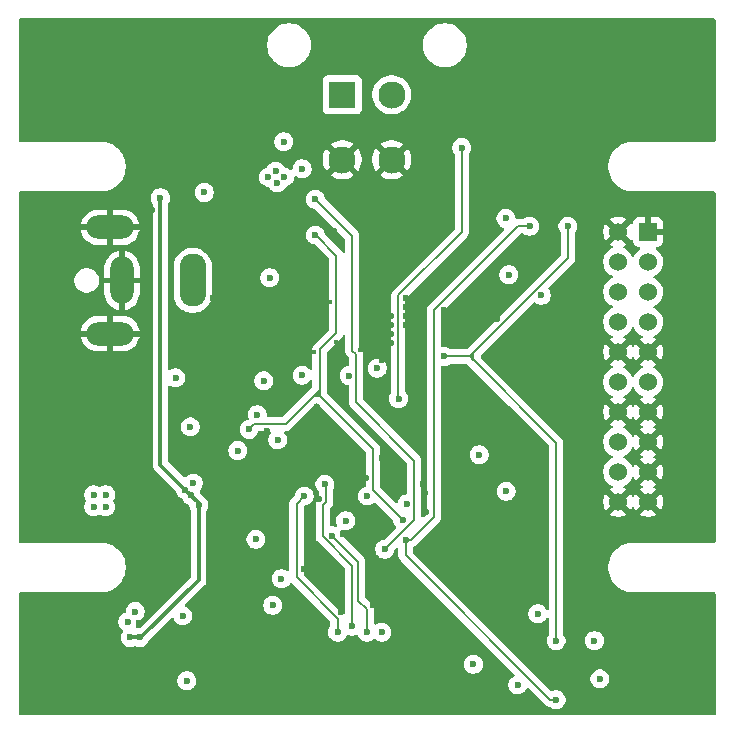
<source format=gbr>
%TF.GenerationSoftware,KiCad,Pcbnew,9.0.6*%
%TF.CreationDate,2026-02-27T09:42:09+00:00*%
%TF.ProjectId,Foinse,466f696e-7365-42e6-9b69-6361645f7063,rev?*%
%TF.SameCoordinates,Original*%
%TF.FileFunction,Copper,L3,Inr*%
%TF.FilePolarity,Positive*%
%FSLAX46Y46*%
G04 Gerber Fmt 4.6, Leading zero omitted, Abs format (unit mm)*
G04 Created by KiCad (PCBNEW 9.0.6) date 2026-02-27 09:42:09*
%MOMM*%
%LPD*%
G01*
G04 APERTURE LIST*
%TA.AperFunction,Conductor*%
%ADD10C,0.200000*%
%TD*%
%TA.AperFunction,ComponentPad*%
%ADD11R,2.300000X2.300000*%
%TD*%
%TA.AperFunction,ComponentPad*%
%ADD12C,2.300000*%
%TD*%
%TA.AperFunction,ComponentPad*%
%ADD13R,1.524000X1.524000*%
%TD*%
%TA.AperFunction,ComponentPad*%
%ADD14C,1.524000*%
%TD*%
%TA.AperFunction,ComponentPad*%
%ADD15O,2.250000X4.500000*%
%TD*%
%TA.AperFunction,ComponentPad*%
%ADD16O,2.000000X4.000000*%
%TD*%
%TA.AperFunction,ComponentPad*%
%ADD17O,4.000000X2.000000*%
%TD*%
%TA.AperFunction,ViaPad*%
%ADD18C,0.600000*%
%TD*%
%TA.AperFunction,ViaPad*%
%ADD19C,0.400000*%
%TD*%
%TA.AperFunction,Conductor*%
%ADD20C,0.300000*%
%TD*%
G04 APERTURE END LIST*
D10*
%TO.N,Fault1*%
X148970378Y-82548586D02*
X148470378Y-82548586D01*
X148970378Y-82048586D01*
X148970378Y-82548586D01*
%TA.AperFunction,Conductor*%
G36*
X148970378Y-82548586D02*
G01*
X148470378Y-82548586D01*
X148970378Y-82048586D01*
X148970378Y-82548586D01*
G37*
%TD.AperFunction*%
%TO.N,Fault2*%
X162000000Y-79500000D02*
X161997223Y-79500000D01*
X161680332Y-79183109D01*
X162000000Y-78863441D01*
X162000000Y-79500000D01*
%TA.AperFunction,Conductor*%
G36*
X162000000Y-79500000D02*
G01*
X161997223Y-79500000D01*
X161680332Y-79183109D01*
X162000000Y-78863441D01*
X162000000Y-79500000D01*
G37*
%TD.AperFunction*%
%TD*%
D11*
%TO.N,BAT*%
%TO.C,J15*%
X150890465Y-57023677D03*
D12*
X155090465Y-57023677D03*
%TO.N,GND*%
X150890465Y-62523677D03*
X155090465Y-62523677D03*
%TD*%
D13*
%TO.N,GND*%
%TO.C,J1*%
X176790000Y-68640000D03*
D14*
X174250000Y-68640000D03*
%TO.N,5VSERVO*%
X176790000Y-71180000D03*
X174250000Y-71180000D03*
X176790000Y-73720000D03*
X174250000Y-73720000D03*
X176790000Y-76260000D03*
X174250000Y-76260000D03*
%TO.N,GND*%
X176790000Y-78800000D03*
X174250000Y-78800000D03*
%TO.N,5VLOGIC*%
X176790000Y-81340000D03*
X174250000Y-81340000D03*
%TO.N,GND*%
X176790000Y-83880000D03*
X174250000Y-83880000D03*
X176790000Y-86420000D03*
%TO.N,CAN_o+*%
X174250000Y-86420000D03*
%TO.N,GND*%
X176790000Y-88960000D03*
%TO.N,CAN_o-*%
X174250000Y-88960000D03*
%TO.N,GND*%
X176790000Y-91500000D03*
X174250000Y-91500000D03*
%TD*%
D15*
%TO.N,Net-(Q2-D)*%
%TO.C,J3*%
X138250000Y-72750000D03*
D16*
%TO.N,GND*%
X132250000Y-72750000D03*
D17*
X131250000Y-77250000D03*
X131250000Y-68250000D03*
%TD*%
D18*
%TO.N,BAT*%
X139209768Y-65297244D03*
X145935100Y-61000000D03*
%TO.N,5VLOGIC*%
X138750000Y-91750000D03*
X132739007Y-101647071D03*
X144250000Y-81250000D03*
X135500000Y-65750000D03*
X133750000Y-102974614D03*
X132942280Y-102974614D03*
X137389008Y-101147071D03*
X137615435Y-90461643D03*
X138276861Y-89898295D03*
X165750000Y-107000000D03*
X138110709Y-90956917D03*
X162500000Y-87500000D03*
%TO.N,SWCLK*%
X147674089Y-91000000D03*
X150500000Y-102526904D03*
%TO.N,3.3V*%
X147500000Y-63300000D03*
X153866643Y-80175116D03*
X151174089Y-93099000D03*
X164750001Y-67500000D03*
X143586589Y-94662500D03*
X164771559Y-90603945D03*
X145750000Y-98000000D03*
X162000000Y-105250000D03*
X154250000Y-102526904D03*
X145424089Y-86250000D03*
X156400000Y-91650000D03*
X145000000Y-100250000D03*
%TO.N,Net-(U1-PB1)*%
X161000000Y-61500000D03*
X153000000Y-91000000D03*
X155657519Y-82750000D03*
%TO.N,SWDIO*%
X149424089Y-90000000D03*
X151750000Y-102026904D03*
%TO.N,NRST*%
X150049089Y-94375000D03*
X153000000Y-102526904D03*
%TO.N,Net-(U5-SW)*%
X138026861Y-85148295D03*
X142045696Y-87152694D03*
%TO.N,GND*%
X133047340Y-97153935D03*
X150209620Y-68540380D03*
X162414981Y-108097426D03*
X163250000Y-89000000D03*
X130797340Y-65569752D03*
X175356828Y-65500000D03*
X170250000Y-101250000D03*
X139250000Y-76983387D03*
X177000000Y-65500000D03*
X164616643Y-80000000D03*
X128985929Y-94545799D03*
X166404073Y-86600158D03*
X145206874Y-75789622D03*
X153000000Y-93750000D03*
X153375000Y-81707386D03*
X138739007Y-107647071D03*
X158250000Y-101250000D03*
X165623001Y-66745046D03*
X173200000Y-67100000D03*
X137250000Y-64000000D03*
X157750000Y-90000000D03*
D19*
X149886159Y-74605995D03*
D18*
X135739007Y-107647071D03*
X142014366Y-106567937D03*
X139250000Y-67250000D03*
D19*
X149230525Y-74593013D03*
D18*
X150816628Y-100843871D03*
X150000000Y-60800000D03*
X170625000Y-87707386D03*
X173718464Y-95285223D03*
X164005940Y-76007558D03*
X155000000Y-76515116D03*
X143162818Y-90937463D03*
X161755940Y-76007558D03*
X144450934Y-75047180D03*
X150323331Y-65590576D03*
X153060637Y-65393198D03*
X155000000Y-75765116D03*
X140250000Y-72500000D03*
X159505940Y-76007558D03*
X148924089Y-91250000D03*
X160000000Y-98250000D03*
X148674089Y-101000000D03*
X176912093Y-60623129D03*
X145014366Y-106567937D03*
X162505940Y-75257558D03*
X134007414Y-105836118D03*
X156250000Y-75772674D03*
X149212985Y-64682645D03*
X150000000Y-107526904D03*
D19*
X147493098Y-74863280D03*
D18*
X144450934Y-75797180D03*
X157750000Y-75022674D03*
D19*
X150846980Y-77915223D03*
D18*
X173640571Y-64732006D03*
X141027307Y-86014023D03*
X140460165Y-83111612D03*
X154244060Y-76522674D03*
X171250000Y-69250000D03*
X160150000Y-65500000D03*
X160750000Y-84000000D03*
X148750000Y-83500000D03*
X156255940Y-76515116D03*
X168498291Y-67390179D03*
X164000000Y-75265116D03*
X129298106Y-89300328D03*
X132406769Y-61421929D03*
X160261880Y-76000000D03*
X156895178Y-65409109D03*
X156000000Y-107500000D03*
X161000000Y-75265116D03*
X169500000Y-78250000D03*
D19*
X146750000Y-75015116D03*
X148680958Y-74571124D03*
D18*
X132328876Y-64868712D03*
D19*
X152400426Y-78629523D03*
D18*
X127867665Y-90496624D03*
D19*
X152848522Y-78629523D03*
D18*
X140277307Y-86014023D03*
X159000000Y-60500000D03*
X155000000Y-77265116D03*
X143750000Y-100500000D03*
X162511880Y-76000000D03*
X163255940Y-76007558D03*
X130690512Y-60653935D03*
X173000000Y-63000000D03*
X175356828Y-99500000D03*
X144750000Y-88750000D03*
X139931008Y-74272539D03*
X145206874Y-76539622D03*
X163250000Y-75265116D03*
X132328876Y-98868712D03*
X175250000Y-60584183D03*
X155000000Y-98500000D03*
X154244060Y-77272674D03*
X146014366Y-106567937D03*
X175250000Y-94584183D03*
X140250000Y-91750000D03*
X176912093Y-94623129D03*
X154250000Y-78015116D03*
X161750000Y-75265116D03*
X144621796Y-89782634D03*
X130898274Y-105900690D03*
X132823590Y-105728498D03*
X129047340Y-60653935D03*
X157125000Y-81707386D03*
X134750000Y-66750000D03*
X159500000Y-75265116D03*
X127867665Y-89746624D03*
X147750000Y-86164214D03*
X154500000Y-83750000D03*
X157750000Y-75772674D03*
X157750000Y-74272674D03*
X160255940Y-75257558D03*
X130750000Y-94653935D03*
X157755940Y-76515116D03*
X154339172Y-65402307D03*
X130797340Y-99569752D03*
X157979581Y-92375000D03*
X157005940Y-75765116D03*
X132406769Y-95421929D03*
X147622375Y-97206481D03*
D19*
X147224234Y-78790881D03*
D18*
X144339805Y-78250000D03*
X144500000Y-85500000D03*
X133500000Y-89500000D03*
X145950934Y-75797180D03*
X154237122Y-87750000D03*
X150988886Y-94250000D03*
X157924089Y-90750000D03*
X135250000Y-98750000D03*
X133047340Y-63153935D03*
X152924089Y-89500000D03*
X165500000Y-100500000D03*
X145950934Y-76547180D03*
X142500000Y-101250000D03*
X140466834Y-82294915D03*
X144528893Y-86878889D03*
X153500000Y-100250000D03*
X157005940Y-74265116D03*
X144750000Y-97250000D03*
X151661392Y-83876661D03*
D19*
X148469934Y-78781372D03*
D18*
X144450934Y-76547180D03*
X139700000Y-60800000D03*
X150742329Y-69696221D03*
X145950934Y-75047180D03*
X127000000Y-90500000D03*
X173000000Y-97000000D03*
X147000027Y-100870479D03*
X134239007Y-107647071D03*
X139527307Y-86014023D03*
X133500000Y-82500000D03*
X147924089Y-93500000D03*
X155005940Y-78007558D03*
X147251956Y-68050000D03*
X173718464Y-61285223D03*
X157005940Y-75015116D03*
X147250000Y-102750000D03*
X145250000Y-83750000D03*
X133705405Y-101733625D03*
X127000000Y-89750000D03*
X141250000Y-91000000D03*
X161005940Y-76007558D03*
X141277307Y-88152694D03*
X145206874Y-75039622D03*
D19*
X150337752Y-77920419D03*
D18*
X144000000Y-79750000D03*
X138000000Y-78000000D03*
X152174089Y-91750000D03*
X149875000Y-81707386D03*
X142650000Y-80893939D03*
X156250000Y-74272674D03*
X155500000Y-102776904D03*
X156250000Y-75022674D03*
X157000000Y-105000000D03*
D19*
X147851838Y-78781372D03*
D18*
X137239007Y-107647071D03*
X173640571Y-98732006D03*
X154261671Y-79479446D03*
X155616643Y-65400000D03*
X143014366Y-106567937D03*
X139589627Y-90111405D03*
X136750000Y-79250000D03*
X139931008Y-75736083D03*
X163000000Y-66000000D03*
X129135247Y-65530806D03*
X133500000Y-84000000D03*
X177000000Y-99500000D03*
X129135247Y-99530806D03*
X157011880Y-76507558D03*
X154244060Y-75772674D03*
X159875000Y-90707386D03*
%TO.N,Fault1*%
X143000967Y-85361612D03*
X156000000Y-93000000D03*
X148604930Y-68902403D03*
X172250000Y-103250000D03*
%TO.N,Fault2*%
X159500000Y-79183109D03*
X170000001Y-68150000D03*
X169000000Y-103250000D03*
%TO.N,Sense1*%
X172710932Y-106487995D03*
X154500000Y-95500000D03*
X148616643Y-65866643D03*
%TO.N,Sense2*%
X156250000Y-94750000D03*
X166750001Y-68150000D03*
X169000000Y-108250000D03*
%TO.N,5VSERVO_S*%
X167457491Y-100957491D03*
X151466643Y-80799265D03*
X167750000Y-74000000D03*
X165000000Y-72265116D03*
%TO.N,pwr*%
X144750000Y-72515116D03*
X143710165Y-84111612D03*
X136789499Y-80998468D03*
X147500000Y-80765116D03*
%TO.N,pwr_s*%
X129850526Y-91897789D03*
X130850526Y-91897789D03*
X129850526Y-90897789D03*
X145383357Y-64500000D03*
X144633357Y-64000000D03*
X145250000Y-63500000D03*
X146000000Y-64000000D03*
X130850526Y-90897789D03*
%TO.N,Net-(U2-VCC)*%
X133375639Y-100783702D03*
X137739007Y-106647071D03*
%TD*%
D20*
%TO.N,5VLOGIC*%
X137615435Y-90461643D02*
X138750000Y-91596208D01*
X138750000Y-91596208D02*
X138750000Y-98104658D01*
X138750000Y-98104658D02*
X133880044Y-102974614D01*
X137615435Y-90461643D02*
X135500000Y-88346208D01*
X135500000Y-88346208D02*
X135500000Y-65750000D01*
X133880044Y-102974614D02*
X132942280Y-102974614D01*
D10*
%TO.N,SWCLK*%
X150500000Y-102526904D02*
X150500000Y-101377186D01*
X150500000Y-101377186D02*
X147021375Y-97898561D01*
X147021375Y-91652714D02*
X147674089Y-91000000D01*
X147021375Y-97898561D02*
X147021375Y-91652714D01*
%TO.N,Net-(U1-PB1)*%
X155649000Y-82741481D02*
X155649000Y-74023731D01*
X155657519Y-82750000D02*
X155649000Y-82741481D01*
X161000000Y-68672731D02*
X161000000Y-61500000D01*
X155649000Y-74023731D02*
X161000000Y-68672731D01*
%TO.N,SWDIO*%
X149525089Y-90101000D02*
X149424089Y-90000000D01*
X149525089Y-91498943D02*
X149525089Y-90101000D01*
X151750000Y-96925854D02*
X149250000Y-94425854D01*
X151750000Y-102026904D02*
X151750000Y-96925854D01*
X149250000Y-94425854D02*
X149250000Y-91774032D01*
X149250000Y-91774032D02*
X149525089Y-91498943D01*
%TO.N,NRST*%
X152250000Y-96575911D02*
X150049089Y-94375000D01*
X152250000Y-99849943D02*
X152250000Y-96575911D01*
X153000000Y-102526904D02*
X153000000Y-100599943D01*
X153000000Y-100599943D02*
X152250000Y-99849943D01*
%TO.N,Fault1*%
X148970934Y-78573851D02*
X148970934Y-82029066D01*
X150387159Y-70637159D02*
X150387159Y-77157626D01*
X143463579Y-84899000D02*
X143000967Y-85361612D01*
X148750000Y-82250000D02*
X146101000Y-84899000D01*
X150387159Y-77157626D02*
X148970934Y-78573851D01*
X148652403Y-68902403D02*
X150387159Y-70637159D01*
X148970934Y-82029066D02*
X148750000Y-82250000D01*
X148604930Y-68902403D02*
X148652403Y-68902403D01*
X156000000Y-93000000D02*
X153525089Y-90525089D01*
X146101000Y-84899000D02*
X143463579Y-84899000D01*
X153525089Y-87025089D02*
X148750000Y-82250000D01*
X153525089Y-90525089D02*
X153525089Y-87025089D01*
%TO.N,Fault2*%
X169000000Y-103250000D02*
X169000000Y-86502777D01*
X169000000Y-86502777D02*
X161680332Y-79183109D01*
X170000001Y-70863440D02*
X170000001Y-68150000D01*
X159500000Y-79183109D02*
X161680332Y-79183109D01*
X161680332Y-79183109D02*
X170000001Y-70863440D01*
%TO.N,Sense1*%
X152067643Y-83067643D02*
X157000000Y-88000000D01*
X157000000Y-88000000D02*
X157000000Y-93000000D01*
X151750000Y-69000000D02*
X151750000Y-78687618D01*
X157000000Y-93000000D02*
X154500000Y-95500000D01*
X152067643Y-79005261D02*
X152067643Y-83067643D01*
X148616643Y-65866643D02*
X151750000Y-69000000D01*
X151750000Y-78687618D02*
X152067643Y-79005261D01*
%TO.N,Sense2*%
X156682329Y-94750000D02*
X158653950Y-92778379D01*
X158653950Y-92778379D02*
X158653950Y-75261223D01*
X156250000Y-94750000D02*
X156682329Y-94750000D01*
X156250000Y-94750000D02*
X156250000Y-96000000D01*
X158653950Y-75261223D02*
X165765173Y-68150000D01*
X156250000Y-96000000D02*
X168500000Y-108250000D01*
X165765173Y-68150000D02*
X166750001Y-68150000D01*
X168500000Y-108250000D02*
X169000000Y-108250000D01*
%TD*%
%TA.AperFunction,Conductor*%
%TO.N,GND*%
G36*
X151102151Y-77403516D02*
G01*
X151142680Y-77460430D01*
X151149500Y-77500987D01*
X151149500Y-78600948D01*
X151149499Y-78600966D01*
X151149499Y-78766672D01*
X151149498Y-78766672D01*
X151190423Y-78919403D01*
X151219358Y-78969518D01*
X151219359Y-78969522D01*
X151219360Y-78969522D01*
X151269479Y-79056332D01*
X151269481Y-79056335D01*
X151388349Y-79175203D01*
X151388355Y-79175208D01*
X151430824Y-79217677D01*
X151464309Y-79279000D01*
X151467143Y-79305358D01*
X151467143Y-79881218D01*
X151447458Y-79948257D01*
X151394654Y-79994012D01*
X151367335Y-80002835D01*
X151233151Y-80029526D01*
X151233141Y-80029529D01*
X151087470Y-80089867D01*
X151087457Y-80089874D01*
X150956354Y-80177475D01*
X150956350Y-80177478D01*
X150844856Y-80288972D01*
X150844853Y-80288976D01*
X150757252Y-80420079D01*
X150757245Y-80420092D01*
X150696907Y-80565763D01*
X150696904Y-80565775D01*
X150666143Y-80720418D01*
X150666143Y-80878111D01*
X150696904Y-81032754D01*
X150696907Y-81032766D01*
X150757245Y-81178437D01*
X150757252Y-81178450D01*
X150844853Y-81309553D01*
X150844856Y-81309557D01*
X150956350Y-81421051D01*
X150956354Y-81421054D01*
X151087457Y-81508655D01*
X151087470Y-81508662D01*
X151224969Y-81565615D01*
X151233146Y-81569002D01*
X151327288Y-81587728D01*
X151367334Y-81595694D01*
X151429245Y-81628079D01*
X151463819Y-81688794D01*
X151467143Y-81717311D01*
X151467143Y-82980973D01*
X151467142Y-82980991D01*
X151467142Y-83146697D01*
X151467141Y-83146697D01*
X151467142Y-83146700D01*
X151497579Y-83260292D01*
X151508066Y-83299427D01*
X151508067Y-83299430D01*
X151513927Y-83309579D01*
X151513928Y-83309581D01*
X151587120Y-83436355D01*
X151587124Y-83436360D01*
X151705992Y-83555228D01*
X151705998Y-83555233D01*
X156363181Y-88212416D01*
X156396666Y-88273739D01*
X156399500Y-88300097D01*
X156399500Y-90732152D01*
X156379815Y-90799191D01*
X156327011Y-90844946D01*
X156299692Y-90853769D01*
X156166508Y-90880261D01*
X156166498Y-90880264D01*
X156020827Y-90940602D01*
X156020814Y-90940609D01*
X155889711Y-91028210D01*
X155889707Y-91028213D01*
X155778213Y-91139707D01*
X155778210Y-91139711D01*
X155690609Y-91270814D01*
X155690602Y-91270827D01*
X155630264Y-91416498D01*
X155630261Y-91416508D01*
X155615042Y-91493019D01*
X155582657Y-91554930D01*
X155521941Y-91589504D01*
X155452171Y-91585763D01*
X155405744Y-91556508D01*
X154161908Y-90312672D01*
X154128423Y-90251349D01*
X154125589Y-90224991D01*
X154125589Y-87114149D01*
X154125590Y-87114136D01*
X154125590Y-86946033D01*
X154120758Y-86928000D01*
X154084666Y-86793305D01*
X154084662Y-86793298D01*
X154005613Y-86656379D01*
X154005607Y-86656371D01*
X149612197Y-82262961D01*
X149598244Y-82237408D01*
X149581863Y-82213338D01*
X149580553Y-82205010D01*
X149578712Y-82201638D01*
X149575921Y-82178547D01*
X149575878Y-82176915D01*
X149575878Y-82048586D01*
X149571648Y-82016462D01*
X149571478Y-82009978D01*
X149571615Y-82009460D01*
X149571435Y-82006711D01*
X149571435Y-81942414D01*
X149571434Y-81942396D01*
X149571434Y-78873948D01*
X149591119Y-78806909D01*
X149607753Y-78786267D01*
X150188887Y-78205133D01*
X150867679Y-77526342D01*
X150918112Y-77438987D01*
X150968679Y-77390772D01*
X151037286Y-77377548D01*
X151102151Y-77403516D01*
G37*
%TD.AperFunction*%
%TA.AperFunction,Conductor*%
G36*
X176316619Y-89156081D02*
G01*
X176383498Y-89271920D01*
X176478080Y-89366502D01*
X176593919Y-89433381D01*
X176654057Y-89449494D01*
X176091283Y-90012268D01*
X176091283Y-90012269D01*
X176128567Y-90039358D01*
X176285882Y-90119515D01*
X176336678Y-90167490D01*
X176353473Y-90235311D01*
X176330935Y-90301446D01*
X176285882Y-90340485D01*
X176128564Y-90420643D01*
X176091283Y-90447729D01*
X176091282Y-90447730D01*
X176654058Y-91010504D01*
X176593919Y-91026619D01*
X176478080Y-91093498D01*
X176383498Y-91188080D01*
X176316619Y-91303919D01*
X176300504Y-91364057D01*
X175737730Y-90801282D01*
X175737729Y-90801283D01*
X175710643Y-90838564D01*
X175630485Y-90995882D01*
X175582510Y-91046678D01*
X175514689Y-91063473D01*
X175448554Y-91040935D01*
X175409515Y-90995882D01*
X175329358Y-90838567D01*
X175302268Y-90801283D01*
X174739494Y-91364057D01*
X174723381Y-91303919D01*
X174656502Y-91188080D01*
X174561920Y-91093498D01*
X174446081Y-91026619D01*
X174385942Y-91010504D01*
X174948716Y-90447731D01*
X174948715Y-90447730D01*
X174911432Y-90420641D01*
X174754668Y-90340765D01*
X174703872Y-90292790D01*
X174687077Y-90224969D01*
X174709615Y-90158834D01*
X174754667Y-90119796D01*
X174911694Y-90039787D01*
X175072464Y-89922981D01*
X175212981Y-89782464D01*
X175329787Y-89621694D01*
X175409796Y-89464667D01*
X175457769Y-89413872D01*
X175525590Y-89397077D01*
X175591725Y-89419614D01*
X175630765Y-89464668D01*
X175710641Y-89621432D01*
X175737730Y-89658715D01*
X176300504Y-89095941D01*
X176316619Y-89156081D01*
G37*
%TD.AperFunction*%
%TA.AperFunction,Conductor*%
G36*
X176316619Y-86616081D02*
G01*
X176383498Y-86731920D01*
X176478080Y-86826502D01*
X176593919Y-86893381D01*
X176654057Y-86909494D01*
X176091283Y-87472268D01*
X176091283Y-87472269D01*
X176128567Y-87499358D01*
X176285882Y-87579515D01*
X176336678Y-87627490D01*
X176353473Y-87695311D01*
X176330935Y-87761446D01*
X176285882Y-87800485D01*
X176128564Y-87880643D01*
X176091283Y-87907729D01*
X176091282Y-87907730D01*
X176654058Y-88470504D01*
X176593919Y-88486619D01*
X176478080Y-88553498D01*
X176383498Y-88648080D01*
X176316619Y-88763919D01*
X176300504Y-88824057D01*
X175737730Y-88261282D01*
X175737729Y-88261283D01*
X175710641Y-88298566D01*
X175630764Y-88455332D01*
X175582790Y-88506127D01*
X175514969Y-88522922D01*
X175448834Y-88500384D01*
X175409796Y-88455332D01*
X175329787Y-88298306D01*
X175212981Y-88137536D01*
X175072464Y-87997019D01*
X174911694Y-87880213D01*
X174755218Y-87800484D01*
X174704423Y-87752510D01*
X174687628Y-87684689D01*
X174710165Y-87618554D01*
X174755218Y-87579515D01*
X174911694Y-87499787D01*
X175072464Y-87382981D01*
X175212981Y-87242464D01*
X175329787Y-87081694D01*
X175409796Y-86924667D01*
X175457769Y-86873872D01*
X175525590Y-86857077D01*
X175591725Y-86879614D01*
X175630765Y-86924668D01*
X175710641Y-87081432D01*
X175737730Y-87118715D01*
X176300504Y-86555941D01*
X176316619Y-86616081D01*
G37*
%TD.AperFunction*%
%TA.AperFunction,Conductor*%
G36*
X176316619Y-84076081D02*
G01*
X176383498Y-84191920D01*
X176478080Y-84286502D01*
X176593919Y-84353381D01*
X176654057Y-84369494D01*
X176091283Y-84932268D01*
X176091283Y-84932269D01*
X176128567Y-84959358D01*
X176285882Y-85039515D01*
X176336678Y-85087490D01*
X176353473Y-85155311D01*
X176330935Y-85221446D01*
X176285882Y-85260485D01*
X176128564Y-85340643D01*
X176091283Y-85367729D01*
X176091282Y-85367730D01*
X176654058Y-85930504D01*
X176593919Y-85946619D01*
X176478080Y-86013498D01*
X176383498Y-86108080D01*
X176316619Y-86223919D01*
X176300504Y-86284057D01*
X175737730Y-85721282D01*
X175737729Y-85721283D01*
X175710641Y-85758566D01*
X175630764Y-85915332D01*
X175582790Y-85966127D01*
X175514969Y-85982922D01*
X175448834Y-85960384D01*
X175409796Y-85915332D01*
X175329787Y-85758306D01*
X175212981Y-85597536D01*
X175072464Y-85457019D01*
X174911694Y-85340213D01*
X174754667Y-85260203D01*
X174703872Y-85212229D01*
X174687077Y-85144408D01*
X174709614Y-85078273D01*
X174754669Y-85039234D01*
X174911422Y-84959364D01*
X174948716Y-84932268D01*
X174385942Y-84369494D01*
X174446081Y-84353381D01*
X174561920Y-84286502D01*
X174656502Y-84191920D01*
X174723381Y-84076081D01*
X174739495Y-84015942D01*
X175302268Y-84578715D01*
X175329362Y-84541425D01*
X175409515Y-84384117D01*
X175457489Y-84333321D01*
X175525310Y-84316526D01*
X175591445Y-84339063D01*
X175630485Y-84384117D01*
X175710641Y-84541432D01*
X175737730Y-84578715D01*
X176300504Y-84015941D01*
X176316619Y-84076081D01*
G37*
%TD.AperFunction*%
%TA.AperFunction,Conductor*%
G36*
X175591446Y-81800165D02*
G01*
X175630484Y-81845218D01*
X175710213Y-82001694D01*
X175827019Y-82162464D01*
X175967536Y-82302981D01*
X176128306Y-82419787D01*
X176285332Y-82499796D01*
X176336127Y-82547769D01*
X176352922Y-82615590D01*
X176330385Y-82681725D01*
X176285332Y-82720764D01*
X176128566Y-82800641D01*
X176091283Y-82827729D01*
X176091282Y-82827730D01*
X176654058Y-83390504D01*
X176593919Y-83406619D01*
X176478080Y-83473498D01*
X176383498Y-83568080D01*
X176316619Y-83683919D01*
X176300504Y-83744057D01*
X175737730Y-83181282D01*
X175737729Y-83181283D01*
X175710643Y-83218564D01*
X175630485Y-83375882D01*
X175582510Y-83426678D01*
X175514689Y-83443473D01*
X175448554Y-83420935D01*
X175409515Y-83375882D01*
X175329358Y-83218567D01*
X175302268Y-83181283D01*
X174739494Y-83744057D01*
X174723381Y-83683919D01*
X174656502Y-83568080D01*
X174561920Y-83473498D01*
X174446081Y-83406619D01*
X174385942Y-83390504D01*
X174948716Y-82827731D01*
X174948715Y-82827730D01*
X174911432Y-82800641D01*
X174754668Y-82720765D01*
X174703872Y-82672790D01*
X174687077Y-82604969D01*
X174709615Y-82538834D01*
X174754667Y-82499796D01*
X174911694Y-82419787D01*
X175072464Y-82302981D01*
X175212981Y-82162464D01*
X175329787Y-82001694D01*
X175409515Y-81845218D01*
X175457490Y-81794423D01*
X175525311Y-81777628D01*
X175591446Y-81800165D01*
G37*
%TD.AperFunction*%
%TA.AperFunction,Conductor*%
G36*
X176316619Y-78996081D02*
G01*
X176383498Y-79111920D01*
X176478080Y-79206502D01*
X176593919Y-79273381D01*
X176654057Y-79289494D01*
X176091283Y-79852268D01*
X176091283Y-79852269D01*
X176128567Y-79879358D01*
X176285331Y-79959234D01*
X176336127Y-80007209D01*
X176352922Y-80075030D01*
X176330384Y-80141165D01*
X176285331Y-80180204D01*
X176128305Y-80260213D01*
X175967533Y-80377021D01*
X175827021Y-80517533D01*
X175710213Y-80678305D01*
X175630485Y-80834780D01*
X175582510Y-80885576D01*
X175514689Y-80902371D01*
X175448554Y-80879833D01*
X175409515Y-80834780D01*
X175373943Y-80764966D01*
X175329787Y-80678306D01*
X175212981Y-80517536D01*
X175072464Y-80377019D01*
X174911694Y-80260213D01*
X174754667Y-80180203D01*
X174703872Y-80132229D01*
X174687077Y-80064408D01*
X174709614Y-79998273D01*
X174754669Y-79959234D01*
X174911422Y-79879364D01*
X174948716Y-79852268D01*
X174385942Y-79289494D01*
X174446081Y-79273381D01*
X174561920Y-79206502D01*
X174656502Y-79111920D01*
X174723381Y-78996081D01*
X174739495Y-78935942D01*
X175302268Y-79498715D01*
X175329362Y-79461425D01*
X175409515Y-79304117D01*
X175457489Y-79253321D01*
X175525310Y-79236526D01*
X175591445Y-79259063D01*
X175630485Y-79304117D01*
X175710641Y-79461432D01*
X175737730Y-79498715D01*
X176300504Y-78935941D01*
X176316619Y-78996081D01*
G37*
%TD.AperFunction*%
%TA.AperFunction,Conductor*%
G36*
X175591446Y-76720165D02*
G01*
X175630484Y-76765218D01*
X175710213Y-76921694D01*
X175827019Y-77082464D01*
X175967536Y-77222981D01*
X176128306Y-77339787D01*
X176285332Y-77419796D01*
X176336127Y-77467769D01*
X176352922Y-77535590D01*
X176330385Y-77601725D01*
X176285332Y-77640764D01*
X176128566Y-77720641D01*
X176091283Y-77747729D01*
X176091282Y-77747730D01*
X176654058Y-78310504D01*
X176593919Y-78326619D01*
X176478080Y-78393498D01*
X176383498Y-78488080D01*
X176316619Y-78603919D01*
X176300504Y-78664057D01*
X175737730Y-78101282D01*
X175737729Y-78101283D01*
X175710643Y-78138564D01*
X175630485Y-78295882D01*
X175582510Y-78346678D01*
X175514689Y-78363473D01*
X175448554Y-78340935D01*
X175409515Y-78295882D01*
X175329358Y-78138567D01*
X175302268Y-78101283D01*
X174739494Y-78664057D01*
X174723381Y-78603919D01*
X174656502Y-78488080D01*
X174561920Y-78393498D01*
X174446081Y-78326619D01*
X174385942Y-78310504D01*
X174948716Y-77747731D01*
X174948715Y-77747730D01*
X174911432Y-77720641D01*
X174754668Y-77640765D01*
X174703872Y-77592790D01*
X174687077Y-77524969D01*
X174709615Y-77458834D01*
X174754667Y-77419796D01*
X174911694Y-77339787D01*
X175072464Y-77222981D01*
X175212981Y-77082464D01*
X175329787Y-76921694D01*
X175409515Y-76765218D01*
X175457490Y-76714423D01*
X175525311Y-76697628D01*
X175591446Y-76720165D01*
G37*
%TD.AperFunction*%
%TA.AperFunction,Conductor*%
G36*
X175302268Y-69338715D02*
G01*
X175303683Y-69336769D01*
X175359013Y-69294104D01*
X175428627Y-69288126D01*
X175490421Y-69320733D01*
X175524778Y-69381572D01*
X175528000Y-69409656D01*
X175528000Y-69449844D01*
X175534401Y-69509372D01*
X175534403Y-69509379D01*
X175584645Y-69644086D01*
X175584649Y-69644093D01*
X175670809Y-69759187D01*
X175670812Y-69759190D01*
X175785906Y-69845350D01*
X175785913Y-69845354D01*
X175920620Y-69895596D01*
X175920627Y-69895598D01*
X175980155Y-69901999D01*
X175980172Y-69902000D01*
X176019490Y-69902000D01*
X176086529Y-69921685D01*
X176132284Y-69974489D01*
X176142228Y-70043647D01*
X176113203Y-70107203D01*
X176092375Y-70126318D01*
X175967539Y-70217016D01*
X175967533Y-70217021D01*
X175827021Y-70357533D01*
X175710213Y-70518305D01*
X175630485Y-70674780D01*
X175582510Y-70725576D01*
X175514689Y-70742371D01*
X175448554Y-70719833D01*
X175409515Y-70674780D01*
X175354118Y-70566058D01*
X175329787Y-70518306D01*
X175212981Y-70357536D01*
X175072464Y-70217019D01*
X174911694Y-70100213D01*
X174754667Y-70020203D01*
X174703872Y-69972229D01*
X174687077Y-69904408D01*
X174709614Y-69838273D01*
X174754669Y-69799234D01*
X174911422Y-69719364D01*
X174948716Y-69692268D01*
X174385942Y-69129494D01*
X174446081Y-69113381D01*
X174561920Y-69046502D01*
X174656502Y-68951920D01*
X174723381Y-68836081D01*
X174739495Y-68775942D01*
X175302268Y-69338715D01*
G37*
%TD.AperFunction*%
%TA.AperFunction,Conductor*%
G36*
X182440218Y-50590185D02*
G01*
X182485973Y-50642989D01*
X182497179Y-50694500D01*
X182497179Y-60874937D01*
X182477494Y-60941976D01*
X182424690Y-60987731D01*
X182373179Y-60998937D01*
X175571436Y-60998937D01*
X175571184Y-60998863D01*
X175520000Y-60998863D01*
X175382324Y-60998863D01*
X175382318Y-60998863D01*
X175382314Y-60998864D01*
X175109336Y-61034802D01*
X175109329Y-61034803D01*
X175109326Y-61034804D01*
X174944958Y-61078846D01*
X174843356Y-61106070D01*
X174843346Y-61106073D01*
X174588966Y-61211441D01*
X174588955Y-61211446D01*
X174350507Y-61349115D01*
X174350491Y-61349126D01*
X174132049Y-61516742D01*
X174132042Y-61516748D01*
X173937348Y-61711442D01*
X173937342Y-61711449D01*
X173769726Y-61929891D01*
X173769715Y-61929907D01*
X173632046Y-62168355D01*
X173632041Y-62168366D01*
X173526673Y-62422746D01*
X173526670Y-62422756D01*
X173458222Y-62678211D01*
X173455405Y-62688723D01*
X173455402Y-62688736D01*
X173419464Y-62961714D01*
X173419463Y-62961730D01*
X173419463Y-63237069D01*
X173419464Y-63237085D01*
X173455402Y-63510063D01*
X173455403Y-63510068D01*
X173455404Y-63510074D01*
X173526670Y-63776043D01*
X173526673Y-63776053D01*
X173632041Y-64030433D01*
X173632046Y-64030444D01*
X173769715Y-64268892D01*
X173769726Y-64268908D01*
X173937342Y-64487350D01*
X173937348Y-64487357D01*
X174132042Y-64682051D01*
X174132049Y-64682057D01*
X174246315Y-64769736D01*
X174350500Y-64849680D01*
X174354532Y-64852008D01*
X174588955Y-64987353D01*
X174588960Y-64987355D01*
X174588963Y-64987357D01*
X174843356Y-65092730D01*
X175109326Y-65163996D01*
X175382324Y-65199937D01*
X175454108Y-65199937D01*
X182373179Y-65199937D01*
X182440218Y-65219622D01*
X182485973Y-65272426D01*
X182497179Y-65323937D01*
X182497179Y-94816063D01*
X182477494Y-94883102D01*
X182424690Y-94928857D01*
X182373179Y-94940063D01*
X175446543Y-94940063D01*
X175445414Y-94940137D01*
X175382327Y-94940137D01*
X175109351Y-94976074D01*
X175109344Y-94976075D01*
X175109341Y-94976076D01*
X175053134Y-94991136D01*
X174843381Y-95047339D01*
X174589002Y-95152706D01*
X174588992Y-95152711D01*
X174350540Y-95290380D01*
X174132096Y-95458000D01*
X173937400Y-95652696D01*
X173769780Y-95871140D01*
X173632111Y-96109592D01*
X173632106Y-96109602D01*
X173526739Y-96363981D01*
X173455477Y-96629938D01*
X173455474Y-96629951D01*
X173419537Y-96902927D01*
X173419537Y-97178272D01*
X173455474Y-97451248D01*
X173455475Y-97451253D01*
X173455476Y-97451259D01*
X173476755Y-97530673D01*
X173526739Y-97717218D01*
X173632106Y-97971597D01*
X173632111Y-97971607D01*
X173769780Y-98210059D01*
X173937400Y-98428503D01*
X173937408Y-98428512D01*
X174132088Y-98623192D01*
X174132096Y-98623199D01*
X174350540Y-98790819D01*
X174588992Y-98928488D01*
X174589002Y-98928493D01*
X174729950Y-98986875D01*
X174843380Y-99033860D01*
X175109341Y-99105124D01*
X175302137Y-99130505D01*
X175382327Y-99141063D01*
X175382328Y-99141063D01*
X175454108Y-99141063D01*
X182373179Y-99141063D01*
X182440218Y-99160748D01*
X182485973Y-99213552D01*
X182497179Y-99265063D01*
X182497179Y-109445500D01*
X182477494Y-109512539D01*
X182424690Y-109558294D01*
X182373179Y-109569500D01*
X123622179Y-109569500D01*
X123555140Y-109549815D01*
X123509385Y-109497011D01*
X123498179Y-109445500D01*
X123498179Y-106568224D01*
X136938507Y-106568224D01*
X136938507Y-106725917D01*
X136969268Y-106880560D01*
X136969271Y-106880572D01*
X137029609Y-107026243D01*
X137029616Y-107026256D01*
X137117217Y-107157359D01*
X137117220Y-107157363D01*
X137228714Y-107268857D01*
X137228718Y-107268860D01*
X137359821Y-107356461D01*
X137359834Y-107356468D01*
X137414679Y-107379185D01*
X137505510Y-107416808D01*
X137660160Y-107447570D01*
X137660163Y-107447571D01*
X137660165Y-107447571D01*
X137817851Y-107447571D01*
X137817852Y-107447570D01*
X137972504Y-107416808D01*
X138118186Y-107356465D01*
X138249296Y-107268860D01*
X138360796Y-107157360D01*
X138448401Y-107026250D01*
X138508744Y-106880568D01*
X138539507Y-106725913D01*
X138539507Y-106568229D01*
X138539507Y-106568226D01*
X138539506Y-106568224D01*
X138539230Y-106566837D01*
X138508744Y-106413574D01*
X138457811Y-106290609D01*
X138448404Y-106267898D01*
X138448397Y-106267885D01*
X138360796Y-106136782D01*
X138360793Y-106136778D01*
X138249299Y-106025284D01*
X138249295Y-106025281D01*
X138118192Y-105937680D01*
X138118179Y-105937673D01*
X137972508Y-105877335D01*
X137972496Y-105877332D01*
X137817852Y-105846571D01*
X137817849Y-105846571D01*
X137660165Y-105846571D01*
X137660162Y-105846571D01*
X137505517Y-105877332D01*
X137505505Y-105877335D01*
X137359834Y-105937673D01*
X137359821Y-105937680D01*
X137228718Y-106025281D01*
X137228714Y-106025284D01*
X137117220Y-106136778D01*
X137117217Y-106136782D01*
X137029616Y-106267885D01*
X137029609Y-106267898D01*
X136969271Y-106413569D01*
X136969268Y-106413581D01*
X136938507Y-106568224D01*
X123498179Y-106568224D01*
X123498179Y-105171153D01*
X161199500Y-105171153D01*
X161199500Y-105328846D01*
X161230261Y-105483489D01*
X161230264Y-105483501D01*
X161290602Y-105629172D01*
X161290609Y-105629185D01*
X161378210Y-105760288D01*
X161378213Y-105760292D01*
X161489707Y-105871786D01*
X161489711Y-105871789D01*
X161620814Y-105959390D01*
X161620827Y-105959397D01*
X161766498Y-106019735D01*
X161766503Y-106019737D01*
X161921153Y-106050499D01*
X161921156Y-106050500D01*
X161921158Y-106050500D01*
X162078844Y-106050500D01*
X162078845Y-106050499D01*
X162233497Y-106019737D01*
X162379179Y-105959394D01*
X162510289Y-105871789D01*
X162621789Y-105760289D01*
X162709394Y-105629179D01*
X162769737Y-105483497D01*
X162800500Y-105328842D01*
X162800500Y-105171158D01*
X162800500Y-105171155D01*
X162800499Y-105171153D01*
X162769738Y-105016510D01*
X162769737Y-105016503D01*
X162769735Y-105016498D01*
X162709397Y-104870827D01*
X162709390Y-104870814D01*
X162621789Y-104739711D01*
X162621786Y-104739707D01*
X162510292Y-104628213D01*
X162510288Y-104628210D01*
X162379185Y-104540609D01*
X162379172Y-104540602D01*
X162233501Y-104480264D01*
X162233489Y-104480261D01*
X162078845Y-104449500D01*
X162078842Y-104449500D01*
X161921158Y-104449500D01*
X161921155Y-104449500D01*
X161766510Y-104480261D01*
X161766498Y-104480264D01*
X161620827Y-104540602D01*
X161620814Y-104540609D01*
X161489711Y-104628210D01*
X161489707Y-104628213D01*
X161378213Y-104739707D01*
X161378210Y-104739711D01*
X161290609Y-104870814D01*
X161290602Y-104870827D01*
X161230264Y-105016498D01*
X161230261Y-105016510D01*
X161199500Y-105171153D01*
X123498179Y-105171153D01*
X123498179Y-101568224D01*
X131938507Y-101568224D01*
X131938507Y-101725917D01*
X131969268Y-101880560D01*
X131969271Y-101880572D01*
X132029609Y-102026243D01*
X132029616Y-102026256D01*
X132117217Y-102157359D01*
X132117220Y-102157363D01*
X132228715Y-102268858D01*
X132228718Y-102268860D01*
X132279355Y-102302695D01*
X132324159Y-102356305D01*
X132332868Y-102425630D01*
X132313566Y-102474686D01*
X132232892Y-102595423D01*
X132232882Y-102595441D01*
X132172544Y-102741112D01*
X132172541Y-102741124D01*
X132141780Y-102895767D01*
X132141780Y-103053460D01*
X132172541Y-103208103D01*
X132172544Y-103208115D01*
X132232882Y-103353786D01*
X132232889Y-103353799D01*
X132320490Y-103484902D01*
X132320493Y-103484906D01*
X132431987Y-103596400D01*
X132431991Y-103596403D01*
X132563094Y-103684004D01*
X132563107Y-103684011D01*
X132708778Y-103744349D01*
X132708783Y-103744351D01*
X132863433Y-103775113D01*
X132863436Y-103775114D01*
X132863438Y-103775114D01*
X133021124Y-103775114D01*
X133021125Y-103775113D01*
X133175777Y-103744351D01*
X133298688Y-103693439D01*
X133368157Y-103685971D01*
X133393589Y-103693439D01*
X133516503Y-103744351D01*
X133671153Y-103775113D01*
X133671156Y-103775114D01*
X133671158Y-103775114D01*
X133828844Y-103775114D01*
X133828845Y-103775113D01*
X133983497Y-103744351D01*
X134129179Y-103684008D01*
X134260289Y-103596403D01*
X134371789Y-103484903D01*
X134459394Y-103353793D01*
X134477237Y-103310712D01*
X134504114Y-103270488D01*
X136422079Y-101352524D01*
X136483400Y-101319041D01*
X136553092Y-101324025D01*
X136609025Y-101365897D01*
X136624319Y-101392755D01*
X136679610Y-101526243D01*
X136679617Y-101526256D01*
X136767218Y-101657359D01*
X136767221Y-101657363D01*
X136878715Y-101768857D01*
X136878719Y-101768860D01*
X137009822Y-101856461D01*
X137009835Y-101856468D01*
X137127279Y-101905114D01*
X137155511Y-101916808D01*
X137307989Y-101947138D01*
X137310161Y-101947570D01*
X137310164Y-101947571D01*
X137310166Y-101947571D01*
X137467852Y-101947571D01*
X137467853Y-101947570D01*
X137622505Y-101916808D01*
X137768187Y-101856465D01*
X137899297Y-101768860D01*
X138010797Y-101657360D01*
X138098402Y-101526250D01*
X138158745Y-101380568D01*
X138189508Y-101225913D01*
X138189508Y-101068229D01*
X138189508Y-101068226D01*
X138189507Y-101068224D01*
X138177621Y-101008470D01*
X138158745Y-100913574D01*
X138144189Y-100878432D01*
X138098405Y-100767898D01*
X138098398Y-100767885D01*
X138010797Y-100636782D01*
X138010794Y-100636778D01*
X137899300Y-100525284D01*
X137899296Y-100525281D01*
X137768193Y-100437680D01*
X137768180Y-100437673D01*
X137634692Y-100382382D01*
X137609142Y-100361793D01*
X137582877Y-100342131D01*
X137582075Y-100339982D01*
X137580288Y-100338542D01*
X137569922Y-100307398D01*
X137558460Y-100276667D01*
X137558947Y-100274425D01*
X137558223Y-100272248D01*
X137566337Y-100240454D01*
X137573312Y-100208394D01*
X137575145Y-100205944D01*
X137575502Y-100204548D01*
X137594459Y-100180144D01*
X137603450Y-100171153D01*
X144199500Y-100171153D01*
X144199500Y-100328846D01*
X144230261Y-100483489D01*
X144230264Y-100483501D01*
X144290602Y-100629172D01*
X144290609Y-100629185D01*
X144378210Y-100760288D01*
X144378213Y-100760292D01*
X144489707Y-100871786D01*
X144489711Y-100871789D01*
X144620814Y-100959390D01*
X144620827Y-100959397D01*
X144760385Y-101017203D01*
X144766503Y-101019737D01*
X144921153Y-101050499D01*
X144921156Y-101050500D01*
X144921158Y-101050500D01*
X145078844Y-101050500D01*
X145078845Y-101050499D01*
X145233497Y-101019737D01*
X145379179Y-100959394D01*
X145510289Y-100871789D01*
X145621789Y-100760289D01*
X145709394Y-100629179D01*
X145769737Y-100483497D01*
X145800500Y-100328842D01*
X145800500Y-100171158D01*
X145800500Y-100171155D01*
X145800499Y-100171153D01*
X145769738Y-100016510D01*
X145769737Y-100016503D01*
X145768685Y-100013963D01*
X145709397Y-99870827D01*
X145709390Y-99870814D01*
X145621789Y-99739711D01*
X145621786Y-99739707D01*
X145510292Y-99628213D01*
X145510288Y-99628210D01*
X145379185Y-99540609D01*
X145379172Y-99540602D01*
X145233501Y-99480264D01*
X145233489Y-99480261D01*
X145078845Y-99449500D01*
X145078842Y-99449500D01*
X144921158Y-99449500D01*
X144921155Y-99449500D01*
X144766510Y-99480261D01*
X144766498Y-99480264D01*
X144620827Y-99540602D01*
X144620814Y-99540609D01*
X144489711Y-99628210D01*
X144489707Y-99628213D01*
X144378213Y-99739707D01*
X144378210Y-99739711D01*
X144290609Y-99870814D01*
X144290602Y-99870827D01*
X144230264Y-100016498D01*
X144230261Y-100016510D01*
X144199500Y-100171153D01*
X137603450Y-100171153D01*
X139255277Y-98519327D01*
X139326465Y-98412785D01*
X139359410Y-98333249D01*
X139375501Y-98294402D01*
X139392267Y-98210117D01*
X139400500Y-98168729D01*
X139400500Y-97921153D01*
X144949500Y-97921153D01*
X144949500Y-98078846D01*
X144980261Y-98233489D01*
X144980264Y-98233501D01*
X145040602Y-98379172D01*
X145040609Y-98379185D01*
X145128210Y-98510288D01*
X145128213Y-98510292D01*
X145239707Y-98621786D01*
X145239711Y-98621789D01*
X145370814Y-98709390D01*
X145370827Y-98709397D01*
X145516498Y-98769735D01*
X145516503Y-98769737D01*
X145671153Y-98800499D01*
X145671156Y-98800500D01*
X145671158Y-98800500D01*
X145828844Y-98800500D01*
X145828845Y-98800499D01*
X145983497Y-98769737D01*
X146129179Y-98709394D01*
X146260289Y-98621789D01*
X146371789Y-98510289D01*
X146436939Y-98412785D01*
X146452901Y-98388897D01*
X146469063Y-98375389D01*
X146481689Y-98358522D01*
X146495337Y-98353430D01*
X146506513Y-98344091D01*
X146527414Y-98341465D01*
X146547153Y-98334103D01*
X146561386Y-98337199D01*
X146575838Y-98335384D01*
X146594840Y-98344475D01*
X146615426Y-98348953D01*
X146635308Y-98363836D01*
X146638865Y-98365538D01*
X146643662Y-98370084D01*
X146652659Y-98379081D01*
X146652661Y-98379082D01*
X146659729Y-98386150D01*
X149863181Y-101589602D01*
X149896666Y-101650925D01*
X149899500Y-101677283D01*
X149899500Y-101947138D01*
X149879815Y-102014177D01*
X149878602Y-102016029D01*
X149790609Y-102147718D01*
X149790602Y-102147731D01*
X149730264Y-102293402D01*
X149730261Y-102293414D01*
X149699500Y-102448057D01*
X149699500Y-102605750D01*
X149730261Y-102760393D01*
X149730264Y-102760405D01*
X149790602Y-102906076D01*
X149790609Y-102906089D01*
X149878210Y-103037192D01*
X149878213Y-103037196D01*
X149989707Y-103148690D01*
X149989711Y-103148693D01*
X150120814Y-103236294D01*
X150120827Y-103236301D01*
X150266498Y-103296639D01*
X150266503Y-103296641D01*
X150421153Y-103327403D01*
X150421156Y-103327404D01*
X150421158Y-103327404D01*
X150578844Y-103327404D01*
X150578845Y-103327403D01*
X150733497Y-103296641D01*
X150879179Y-103236298D01*
X151010289Y-103148693D01*
X151121789Y-103037193D01*
X151209394Y-102906083D01*
X151245610Y-102818647D01*
X151289449Y-102764248D01*
X151355743Y-102742182D01*
X151407622Y-102751542D01*
X151516498Y-102796639D01*
X151516503Y-102796641D01*
X151671153Y-102827403D01*
X151671156Y-102827404D01*
X151671158Y-102827404D01*
X151828844Y-102827404D01*
X151828845Y-102827403D01*
X151983497Y-102796641D01*
X152071008Y-102760393D01*
X152092377Y-102751542D01*
X152161846Y-102744073D01*
X152224325Y-102775348D01*
X152254390Y-102818650D01*
X152290604Y-102906080D01*
X152290609Y-102906089D01*
X152378210Y-103037192D01*
X152378213Y-103037196D01*
X152489707Y-103148690D01*
X152489711Y-103148693D01*
X152620814Y-103236294D01*
X152620827Y-103236301D01*
X152766498Y-103296639D01*
X152766503Y-103296641D01*
X152921153Y-103327403D01*
X152921156Y-103327404D01*
X152921158Y-103327404D01*
X153078844Y-103327404D01*
X153078845Y-103327403D01*
X153233497Y-103296641D01*
X153379179Y-103236298D01*
X153510289Y-103148693D01*
X153510292Y-103148690D01*
X153537319Y-103121664D01*
X153598642Y-103088179D01*
X153668334Y-103093163D01*
X153712681Y-103121664D01*
X153739707Y-103148690D01*
X153739711Y-103148693D01*
X153870814Y-103236294D01*
X153870827Y-103236301D01*
X154016498Y-103296639D01*
X154016503Y-103296641D01*
X154171153Y-103327403D01*
X154171156Y-103327404D01*
X154171158Y-103327404D01*
X154328844Y-103327404D01*
X154328845Y-103327403D01*
X154483497Y-103296641D01*
X154629179Y-103236298D01*
X154760289Y-103148693D01*
X154871789Y-103037193D01*
X154959394Y-102906083D01*
X155019737Y-102760401D01*
X155050500Y-102605746D01*
X155050500Y-102448062D01*
X155050500Y-102448059D01*
X155050499Y-102448057D01*
X155019738Y-102293414D01*
X155019737Y-102293407D01*
X155019735Y-102293402D01*
X154959397Y-102147731D01*
X154959390Y-102147718D01*
X154871789Y-102016615D01*
X154871786Y-102016611D01*
X154760292Y-101905117D01*
X154760288Y-101905114D01*
X154629185Y-101817513D01*
X154629172Y-101817506D01*
X154483501Y-101757168D01*
X154483489Y-101757165D01*
X154328845Y-101726404D01*
X154328842Y-101726404D01*
X154171158Y-101726404D01*
X154171155Y-101726404D01*
X154016510Y-101757165D01*
X154016498Y-101757168D01*
X153870827Y-101817506D01*
X153870809Y-101817516D01*
X153793390Y-101869246D01*
X153726713Y-101890124D01*
X153659333Y-101871639D01*
X153612643Y-101819660D01*
X153600500Y-101766144D01*
X153600500Y-100520888D01*
X153600500Y-100520886D01*
X153581625Y-100450443D01*
X153559577Y-100368158D01*
X153507770Y-100278426D01*
X153480520Y-100231227D01*
X153368716Y-100119423D01*
X153368713Y-100119421D01*
X152886819Y-99637527D01*
X152853334Y-99576204D01*
X152850500Y-99549846D01*
X152850500Y-96496856D01*
X152850500Y-96496854D01*
X152816166Y-96368716D01*
X152814897Y-96363979D01*
X152814897Y-96363978D01*
X152809578Y-96344129D01*
X152809577Y-96344126D01*
X152766628Y-96269737D01*
X152766628Y-96269735D01*
X152730524Y-96207201D01*
X152730521Y-96207197D01*
X152730520Y-96207195D01*
X152618716Y-96095391D01*
X152618715Y-96095390D01*
X152614385Y-96091060D01*
X152614374Y-96091050D01*
X150883663Y-94360339D01*
X150850178Y-94299016D01*
X150849727Y-94296849D01*
X150818827Y-94141510D01*
X150818826Y-94141503D01*
X150777077Y-94040711D01*
X150771786Y-94027936D01*
X150764317Y-93958467D01*
X150795593Y-93895988D01*
X150855682Y-93860336D01*
X150925507Y-93862830D01*
X150933780Y-93865915D01*
X150940592Y-93868737D01*
X151077591Y-93895988D01*
X151095242Y-93899499D01*
X151095245Y-93899500D01*
X151095247Y-93899500D01*
X151252933Y-93899500D01*
X151252934Y-93899499D01*
X151407586Y-93868737D01*
X151553268Y-93808394D01*
X151684378Y-93720789D01*
X151795878Y-93609289D01*
X151883483Y-93478179D01*
X151943826Y-93332497D01*
X151974589Y-93177842D01*
X151974589Y-93020158D01*
X151974589Y-93020155D01*
X151974588Y-93020153D01*
X151943827Y-92865510D01*
X151943826Y-92865503D01*
X151943823Y-92865496D01*
X151943822Y-92865492D01*
X151883486Y-92719827D01*
X151883479Y-92719814D01*
X151795878Y-92588711D01*
X151795875Y-92588707D01*
X151684381Y-92477213D01*
X151684377Y-92477210D01*
X151553274Y-92389609D01*
X151553261Y-92389602D01*
X151407590Y-92329264D01*
X151407578Y-92329261D01*
X151252934Y-92298500D01*
X151252931Y-92298500D01*
X151095247Y-92298500D01*
X151095244Y-92298500D01*
X150940599Y-92329261D01*
X150940587Y-92329264D01*
X150794916Y-92389602D01*
X150794903Y-92389609D01*
X150663800Y-92477210D01*
X150663796Y-92477213D01*
X150552302Y-92588707D01*
X150552299Y-92588711D01*
X150464698Y-92719814D01*
X150464691Y-92719827D01*
X150404356Y-92865492D01*
X150404350Y-92865510D01*
X150373589Y-93020153D01*
X150373589Y-93177846D01*
X150404350Y-93332489D01*
X150404352Y-93332497D01*
X150423691Y-93379185D01*
X150451392Y-93446063D01*
X150458860Y-93515533D01*
X150427584Y-93578012D01*
X150367495Y-93613664D01*
X150297670Y-93611169D01*
X150289378Y-93608076D01*
X150282590Y-93605264D01*
X150282578Y-93605261D01*
X150127934Y-93574500D01*
X150127931Y-93574500D01*
X149974500Y-93574500D01*
X149907461Y-93554815D01*
X149861706Y-93502011D01*
X149850500Y-93450500D01*
X149850500Y-92074130D01*
X149870185Y-92007091D01*
X149886819Y-91986449D01*
X149938337Y-91934929D01*
X150005609Y-91867659D01*
X150084666Y-91730727D01*
X150125590Y-91578000D01*
X150125590Y-91419885D01*
X150125590Y-91412290D01*
X150125589Y-91412272D01*
X150125589Y-90422902D01*
X150135028Y-90375450D01*
X150170171Y-90290606D01*
X150193826Y-90233497D01*
X150224589Y-90078842D01*
X150224589Y-89921158D01*
X150224589Y-89921155D01*
X150224588Y-89921153D01*
X150219297Y-89894554D01*
X150193826Y-89766503D01*
X150133844Y-89621692D01*
X150133486Y-89620827D01*
X150133479Y-89620814D01*
X150045878Y-89489711D01*
X150045875Y-89489707D01*
X149934381Y-89378213D01*
X149934377Y-89378210D01*
X149803274Y-89290609D01*
X149803261Y-89290602D01*
X149657590Y-89230264D01*
X149657578Y-89230261D01*
X149502934Y-89199500D01*
X149502931Y-89199500D01*
X149345247Y-89199500D01*
X149345244Y-89199500D01*
X149190599Y-89230261D01*
X149190587Y-89230264D01*
X149044916Y-89290602D01*
X149044903Y-89290609D01*
X148913800Y-89378210D01*
X148913796Y-89378213D01*
X148802302Y-89489707D01*
X148802299Y-89489711D01*
X148714698Y-89620814D01*
X148714691Y-89620827D01*
X148654353Y-89766498D01*
X148654350Y-89766510D01*
X148623589Y-89921153D01*
X148623589Y-90078846D01*
X148654350Y-90233489D01*
X148654353Y-90233501D01*
X148714691Y-90379172D01*
X148714698Y-90379185D01*
X148802298Y-90510287D01*
X148802299Y-90510288D01*
X148802300Y-90510289D01*
X148888271Y-90596260D01*
X148921755Y-90657581D01*
X148924589Y-90683940D01*
X148924589Y-91198845D01*
X148904904Y-91265884D01*
X148888270Y-91286526D01*
X148769481Y-91405314D01*
X148769479Y-91405317D01*
X148760469Y-91420923D01*
X148733748Y-91467206D01*
X148690423Y-91542247D01*
X148649499Y-91694975D01*
X148649499Y-91694977D01*
X148649499Y-91863078D01*
X148649500Y-91863091D01*
X148649500Y-94339184D01*
X148649499Y-94339202D01*
X148649499Y-94504908D01*
X148649498Y-94504908D01*
X148649499Y-94504911D01*
X148690423Y-94657639D01*
X148690424Y-94657641D01*
X148690423Y-94657641D01*
X148705139Y-94683128D01*
X148705140Y-94683130D01*
X148769475Y-94794563D01*
X148769481Y-94794571D01*
X148888349Y-94913439D01*
X148888355Y-94913444D01*
X151113181Y-97138270D01*
X151146666Y-97199593D01*
X151149500Y-97225951D01*
X151149500Y-100878088D01*
X151129815Y-100945127D01*
X151077011Y-100990882D01*
X151007853Y-101000826D01*
X150944297Y-100971801D01*
X150937819Y-100965769D01*
X147658194Y-97686144D01*
X147624709Y-97624821D01*
X147621875Y-97598463D01*
X147621875Y-91952811D01*
X147630519Y-91923371D01*
X147637042Y-91893386D01*
X147640797Y-91888368D01*
X147641560Y-91885772D01*
X147658187Y-91865136D01*
X147688751Y-91834572D01*
X147750070Y-91801089D01*
X147752239Y-91800638D01*
X147810174Y-91789113D01*
X147907586Y-91769737D01*
X148053268Y-91709394D01*
X148184378Y-91621789D01*
X148295878Y-91510289D01*
X148383483Y-91379179D01*
X148386943Y-91370827D01*
X148418967Y-91293512D01*
X148443826Y-91233497D01*
X148474589Y-91078842D01*
X148474589Y-90921158D01*
X148474589Y-90921155D01*
X148474588Y-90921153D01*
X148458609Y-90840822D01*
X148443826Y-90766503D01*
X148443824Y-90766498D01*
X148383486Y-90620827D01*
X148383479Y-90620814D01*
X148295878Y-90489711D01*
X148295875Y-90489707D01*
X148184381Y-90378213D01*
X148184377Y-90378210D01*
X148053274Y-90290609D01*
X148053261Y-90290602D01*
X147907590Y-90230264D01*
X147907578Y-90230261D01*
X147752934Y-90199500D01*
X147752931Y-90199500D01*
X147595247Y-90199500D01*
X147595244Y-90199500D01*
X147440599Y-90230261D01*
X147440587Y-90230264D01*
X147294916Y-90290602D01*
X147294903Y-90290609D01*
X147163800Y-90378210D01*
X147163796Y-90378213D01*
X147052302Y-90489707D01*
X147052299Y-90489711D01*
X146964698Y-90620814D01*
X146964691Y-90620827D01*
X146904353Y-90766498D01*
X146904350Y-90766508D01*
X146873450Y-90921849D01*
X146841065Y-90983760D01*
X146839514Y-90985338D01*
X146652661Y-91172192D01*
X146540856Y-91283996D01*
X146540854Y-91283999D01*
X146523917Y-91313335D01*
X146510777Y-91336096D01*
X146490736Y-91370808D01*
X146490734Y-91370810D01*
X146461800Y-91420923D01*
X146461799Y-91420924D01*
X146461798Y-91420929D01*
X146420874Y-91573657D01*
X146420874Y-91573659D01*
X146420874Y-91741760D01*
X146420875Y-91741773D01*
X146420875Y-97253523D01*
X146401190Y-97320562D01*
X146348386Y-97366317D01*
X146279228Y-97376261D01*
X146227984Y-97356625D01*
X146129185Y-97290609D01*
X146129172Y-97290602D01*
X145983501Y-97230264D01*
X145983489Y-97230261D01*
X145828845Y-97199500D01*
X145828842Y-97199500D01*
X145671158Y-97199500D01*
X145671155Y-97199500D01*
X145516510Y-97230261D01*
X145516498Y-97230264D01*
X145370827Y-97290602D01*
X145370814Y-97290609D01*
X145239711Y-97378210D01*
X145239707Y-97378213D01*
X145128213Y-97489707D01*
X145128210Y-97489711D01*
X145040609Y-97620814D01*
X145040602Y-97620827D01*
X144980264Y-97766498D01*
X144980261Y-97766510D01*
X144949500Y-97921153D01*
X139400500Y-97921153D01*
X139400500Y-94583653D01*
X142786089Y-94583653D01*
X142786089Y-94741346D01*
X142816850Y-94895989D01*
X142816853Y-94896001D01*
X142877191Y-95041672D01*
X142877198Y-95041685D01*
X142964799Y-95172788D01*
X142964802Y-95172792D01*
X143076296Y-95284286D01*
X143076300Y-95284289D01*
X143207403Y-95371890D01*
X143207416Y-95371897D01*
X143353087Y-95432235D01*
X143353092Y-95432237D01*
X143507742Y-95462999D01*
X143507745Y-95463000D01*
X143507747Y-95463000D01*
X143665433Y-95463000D01*
X143665434Y-95462999D01*
X143820086Y-95432237D01*
X143965768Y-95371894D01*
X144096878Y-95284289D01*
X144208378Y-95172789D01*
X144295983Y-95041679D01*
X144356326Y-94895997D01*
X144387089Y-94741342D01*
X144387089Y-94583658D01*
X144387089Y-94583655D01*
X144387088Y-94583653D01*
X144371425Y-94504911D01*
X144356326Y-94429003D01*
X144327885Y-94360339D01*
X144295986Y-94283327D01*
X144295979Y-94283314D01*
X144208378Y-94152211D01*
X144208375Y-94152207D01*
X144096881Y-94040713D01*
X144096877Y-94040710D01*
X143965774Y-93953109D01*
X143965761Y-93953102D01*
X143820090Y-93892764D01*
X143820078Y-93892761D01*
X143665434Y-93862000D01*
X143665431Y-93862000D01*
X143507747Y-93862000D01*
X143507744Y-93862000D01*
X143353099Y-93892761D01*
X143353087Y-93892764D01*
X143207416Y-93953102D01*
X143207403Y-93953109D01*
X143076300Y-94040710D01*
X143076296Y-94040713D01*
X142964802Y-94152207D01*
X142964799Y-94152211D01*
X142877198Y-94283314D01*
X142877191Y-94283327D01*
X142816853Y-94428998D01*
X142816850Y-94429010D01*
X142786089Y-94583653D01*
X139400500Y-94583653D01*
X139400500Y-92254935D01*
X139420185Y-92187896D01*
X139421366Y-92186090D01*
X139459394Y-92129179D01*
X139519737Y-91983497D01*
X139550500Y-91828842D01*
X139550500Y-91671158D01*
X139550500Y-91671155D01*
X139550499Y-91671153D01*
X139540679Y-91621786D01*
X139519737Y-91516503D01*
X139510010Y-91493019D01*
X139459397Y-91370827D01*
X139459390Y-91370814D01*
X139371789Y-91239711D01*
X139371786Y-91239707D01*
X139260292Y-91128213D01*
X139260284Y-91128207D01*
X139129181Y-91040607D01*
X139129178Y-91040605D01*
X139126635Y-91039552D01*
X139124345Y-91038021D01*
X139123801Y-91037731D01*
X139123829Y-91037677D01*
X139119703Y-91034920D01*
X139114664Y-91033824D01*
X139086410Y-91012673D01*
X139014339Y-90940602D01*
X138927722Y-90853985D01*
X138894239Y-90792664D01*
X138893818Y-90790645D01*
X138880446Y-90723420D01*
X138825270Y-90590214D01*
X138817802Y-90520746D01*
X138849077Y-90458267D01*
X138852097Y-90455136D01*
X138898650Y-90408584D01*
X138986255Y-90277474D01*
X139046598Y-90131792D01*
X139077361Y-89977137D01*
X139077361Y-89819453D01*
X139077361Y-89819450D01*
X139077360Y-89819448D01*
X139066830Y-89766510D01*
X139046598Y-89664798D01*
X139028743Y-89621692D01*
X138986258Y-89519122D01*
X138986251Y-89519109D01*
X138898650Y-89388006D01*
X138898647Y-89388002D01*
X138787153Y-89276508D01*
X138787149Y-89276505D01*
X138656046Y-89188904D01*
X138656033Y-89188897D01*
X138510362Y-89128559D01*
X138510350Y-89128556D01*
X138355706Y-89097795D01*
X138355703Y-89097795D01*
X138198019Y-89097795D01*
X138198016Y-89097795D01*
X138043371Y-89128556D01*
X138043359Y-89128559D01*
X137897688Y-89188897D01*
X137897675Y-89188904D01*
X137766572Y-89276505D01*
X137766568Y-89276508D01*
X137655073Y-89388003D01*
X137654721Y-89388433D01*
X137654479Y-89388597D01*
X137650764Y-89392313D01*
X137650059Y-89391608D01*
X137596976Y-89427767D01*
X137527131Y-89429638D01*
X137471187Y-89397449D01*
X136186819Y-88113081D01*
X136153334Y-88051758D01*
X136150500Y-88025400D01*
X136150500Y-87073847D01*
X141245196Y-87073847D01*
X141245196Y-87231540D01*
X141275957Y-87386183D01*
X141275960Y-87386195D01*
X141336298Y-87531866D01*
X141336305Y-87531879D01*
X141423906Y-87662982D01*
X141423909Y-87662986D01*
X141535403Y-87774480D01*
X141535407Y-87774483D01*
X141666510Y-87862084D01*
X141666523Y-87862091D01*
X141812194Y-87922429D01*
X141812199Y-87922431D01*
X141966849Y-87953193D01*
X141966852Y-87953194D01*
X141966854Y-87953194D01*
X142124540Y-87953194D01*
X142124541Y-87953193D01*
X142279193Y-87922431D01*
X142424875Y-87862088D01*
X142555985Y-87774483D01*
X142667485Y-87662983D01*
X142755090Y-87531873D01*
X142815433Y-87386191D01*
X142846196Y-87231536D01*
X142846196Y-87073852D01*
X142846196Y-87073849D01*
X142846195Y-87073847D01*
X142823429Y-86959397D01*
X142815433Y-86919197D01*
X142804740Y-86893381D01*
X142755093Y-86773521D01*
X142755086Y-86773508D01*
X142667485Y-86642405D01*
X142667482Y-86642401D01*
X142555988Y-86530907D01*
X142555984Y-86530904D01*
X142424881Y-86443303D01*
X142424868Y-86443296D01*
X142279197Y-86382958D01*
X142279185Y-86382955D01*
X142124541Y-86352194D01*
X142124538Y-86352194D01*
X141966854Y-86352194D01*
X141966851Y-86352194D01*
X141812206Y-86382955D01*
X141812194Y-86382958D01*
X141666523Y-86443296D01*
X141666510Y-86443303D01*
X141535407Y-86530904D01*
X141535403Y-86530907D01*
X141423909Y-86642401D01*
X141423906Y-86642405D01*
X141336305Y-86773508D01*
X141336298Y-86773521D01*
X141275960Y-86919192D01*
X141275957Y-86919204D01*
X141245196Y-87073847D01*
X136150500Y-87073847D01*
X136150500Y-85069448D01*
X137226361Y-85069448D01*
X137226361Y-85227141D01*
X137257122Y-85381784D01*
X137257125Y-85381796D01*
X137317463Y-85527467D01*
X137317470Y-85527480D01*
X137405071Y-85658583D01*
X137405074Y-85658587D01*
X137516568Y-85770081D01*
X137516572Y-85770084D01*
X137647675Y-85857685D01*
X137647688Y-85857692D01*
X137793359Y-85918030D01*
X137793364Y-85918032D01*
X137937080Y-85946619D01*
X137948014Y-85948794D01*
X137948017Y-85948795D01*
X137948019Y-85948795D01*
X138105705Y-85948795D01*
X138105706Y-85948794D01*
X138260358Y-85918032D01*
X138406040Y-85857689D01*
X138537150Y-85770084D01*
X138648650Y-85658584D01*
X138736255Y-85527474D01*
X138796598Y-85381792D01*
X138816296Y-85282765D01*
X142200467Y-85282765D01*
X142200467Y-85440458D01*
X142231228Y-85595101D01*
X142231231Y-85595113D01*
X142291569Y-85740784D01*
X142291576Y-85740797D01*
X142379177Y-85871900D01*
X142379180Y-85871904D01*
X142490674Y-85983398D01*
X142490678Y-85983401D01*
X142621781Y-86071002D01*
X142621794Y-86071009D01*
X142750877Y-86124476D01*
X142767470Y-86131349D01*
X142922120Y-86162111D01*
X142922123Y-86162112D01*
X142922125Y-86162112D01*
X143079811Y-86162112D01*
X143079812Y-86162111D01*
X143234464Y-86131349D01*
X143380146Y-86071006D01*
X143511256Y-85983401D01*
X143622756Y-85871901D01*
X143710361Y-85740791D01*
X143770704Y-85595109D01*
X143770705Y-85595101D01*
X143772473Y-85589277D01*
X143774755Y-85589969D01*
X143802250Y-85537401D01*
X143862965Y-85502825D01*
X143891486Y-85499500D01*
X144743148Y-85499500D01*
X144810187Y-85519185D01*
X144855942Y-85571989D01*
X144865886Y-85641147D01*
X144836861Y-85704703D01*
X144830829Y-85711181D01*
X144802302Y-85739707D01*
X144802299Y-85739711D01*
X144714698Y-85870814D01*
X144714691Y-85870827D01*
X144654353Y-86016498D01*
X144654350Y-86016510D01*
X144623589Y-86171153D01*
X144623589Y-86328846D01*
X144654350Y-86483489D01*
X144654353Y-86483501D01*
X144714691Y-86629172D01*
X144714698Y-86629185D01*
X144802299Y-86760288D01*
X144802302Y-86760292D01*
X144913796Y-86871786D01*
X144913800Y-86871789D01*
X145044903Y-86959390D01*
X145044916Y-86959397D01*
X145118102Y-86989711D01*
X145190592Y-87019737D01*
X145345242Y-87050499D01*
X145345245Y-87050500D01*
X145345247Y-87050500D01*
X145502933Y-87050500D01*
X145502934Y-87050499D01*
X145657586Y-87019737D01*
X145803268Y-86959394D01*
X145934378Y-86871789D01*
X146045878Y-86760289D01*
X146133483Y-86629179D01*
X146193826Y-86483497D01*
X146224589Y-86328842D01*
X146224589Y-86171158D01*
X146224589Y-86171155D01*
X146224588Y-86171153D01*
X146217210Y-86134061D01*
X146193826Y-86016503D01*
X146180114Y-85983398D01*
X146133486Y-85870827D01*
X146133479Y-85870814D01*
X146045878Y-85739711D01*
X146045875Y-85739707D01*
X146017350Y-85711182D01*
X145983865Y-85649859D01*
X145988849Y-85580167D01*
X146030721Y-85524234D01*
X146096185Y-85499817D01*
X146105031Y-85499501D01*
X146180054Y-85499501D01*
X146180057Y-85499501D01*
X146332785Y-85458577D01*
X146332787Y-85458575D01*
X146332789Y-85458575D01*
X146332790Y-85458574D01*
X146335484Y-85457019D01*
X146364175Y-85440454D01*
X146389761Y-85425682D01*
X146389762Y-85425681D01*
X146469716Y-85379520D01*
X146581520Y-85267716D01*
X146581520Y-85267714D01*
X146591724Y-85257511D01*
X146591727Y-85257506D01*
X148658831Y-83190405D01*
X148685758Y-83175701D01*
X148711577Y-83159109D01*
X148717777Y-83158217D01*
X148720154Y-83156920D01*
X148746512Y-83154086D01*
X148753489Y-83154086D01*
X148820528Y-83173771D01*
X148841170Y-83190405D01*
X152888270Y-87237505D01*
X152921755Y-87298828D01*
X152924589Y-87325186D01*
X152924589Y-90097053D01*
X152904904Y-90164092D01*
X152852100Y-90209847D01*
X152824781Y-90218670D01*
X152766508Y-90230261D01*
X152766498Y-90230264D01*
X152620827Y-90290602D01*
X152620814Y-90290609D01*
X152489711Y-90378210D01*
X152489707Y-90378213D01*
X152378213Y-90489707D01*
X152378210Y-90489711D01*
X152290609Y-90620814D01*
X152290602Y-90620827D01*
X152230264Y-90766498D01*
X152230261Y-90766510D01*
X152199500Y-90921153D01*
X152199500Y-91078846D01*
X152230261Y-91233489D01*
X152230264Y-91233501D01*
X152290602Y-91379172D01*
X152290609Y-91379185D01*
X152378210Y-91510288D01*
X152378213Y-91510292D01*
X152489707Y-91621786D01*
X152489711Y-91621789D01*
X152620814Y-91709390D01*
X152620827Y-91709397D01*
X152698991Y-91741773D01*
X152766503Y-91769737D01*
X152896122Y-91795520D01*
X152921153Y-91800499D01*
X152921156Y-91800500D01*
X152921158Y-91800500D01*
X153078844Y-91800500D01*
X153078845Y-91800499D01*
X153233497Y-91769737D01*
X153379179Y-91709394D01*
X153510289Y-91621789D01*
X153553740Y-91578337D01*
X153615060Y-91544852D01*
X153684752Y-91549835D01*
X153729102Y-91578337D01*
X155165425Y-93014660D01*
X155198910Y-93075983D01*
X155199361Y-93078149D01*
X155230261Y-93233491D01*
X155230264Y-93233501D01*
X155290602Y-93379172D01*
X155290609Y-93379185D01*
X155378210Y-93510288D01*
X155378213Y-93510292D01*
X155421661Y-93553740D01*
X155455146Y-93615063D01*
X155450162Y-93684755D01*
X155421661Y-93729102D01*
X154485339Y-94665425D01*
X154424016Y-94698910D01*
X154421850Y-94699361D01*
X154266508Y-94730261D01*
X154266498Y-94730264D01*
X154120827Y-94790602D01*
X154120814Y-94790609D01*
X153989711Y-94878210D01*
X153989707Y-94878213D01*
X153878213Y-94989707D01*
X153878210Y-94989711D01*
X153790609Y-95120814D01*
X153790602Y-95120827D01*
X153730264Y-95266498D01*
X153730261Y-95266510D01*
X153699500Y-95421153D01*
X153699500Y-95578846D01*
X153730261Y-95733489D01*
X153730264Y-95733501D01*
X153790602Y-95879172D01*
X153790609Y-95879185D01*
X153878210Y-96010288D01*
X153878213Y-96010292D01*
X153989707Y-96121786D01*
X153989711Y-96121789D01*
X154120814Y-96209390D01*
X154120827Y-96209397D01*
X154266498Y-96269735D01*
X154266503Y-96269737D01*
X154421153Y-96300499D01*
X154421156Y-96300500D01*
X154421158Y-96300500D01*
X154578844Y-96300500D01*
X154578845Y-96300499D01*
X154733497Y-96269737D01*
X154879179Y-96209394D01*
X155010289Y-96121789D01*
X155121789Y-96010289D01*
X155209394Y-95879179D01*
X155269737Y-95733497D01*
X155289578Y-95633749D01*
X155300638Y-95578150D01*
X155309402Y-95561393D01*
X155313423Y-95542914D01*
X155332167Y-95517875D01*
X155333023Y-95516239D01*
X155334524Y-95514710D01*
X155437820Y-95411414D01*
X155499142Y-95377930D01*
X155568834Y-95382914D01*
X155624767Y-95424786D01*
X155649184Y-95490250D01*
X155649500Y-95499096D01*
X155649500Y-95913330D01*
X155649499Y-95913348D01*
X155649499Y-96079054D01*
X155649498Y-96079054D01*
X155689414Y-96228022D01*
X155690423Y-96231785D01*
X155712335Y-96269737D01*
X155766726Y-96363946D01*
X155769479Y-96368714D01*
X155769481Y-96368717D01*
X155888349Y-96487585D01*
X155888355Y-96487590D01*
X165466259Y-106065494D01*
X165499744Y-106126817D01*
X165494760Y-106196509D01*
X165452888Y-106252442D01*
X165426032Y-106267735D01*
X165370829Y-106290601D01*
X165370814Y-106290609D01*
X165239711Y-106378210D01*
X165239707Y-106378213D01*
X165128213Y-106489707D01*
X165128210Y-106489711D01*
X165040609Y-106620814D01*
X165040602Y-106620827D01*
X164980264Y-106766498D01*
X164980261Y-106766510D01*
X164949500Y-106921153D01*
X164949500Y-107078846D01*
X164980261Y-107233489D01*
X164980264Y-107233501D01*
X165040602Y-107379172D01*
X165040609Y-107379185D01*
X165128210Y-107510288D01*
X165128213Y-107510292D01*
X165239707Y-107621786D01*
X165239711Y-107621789D01*
X165370814Y-107709390D01*
X165370827Y-107709397D01*
X165444013Y-107739711D01*
X165516503Y-107769737D01*
X165671153Y-107800499D01*
X165671156Y-107800500D01*
X165671158Y-107800500D01*
X165828844Y-107800500D01*
X165828845Y-107800499D01*
X165983497Y-107769737D01*
X166129179Y-107709394D01*
X166260289Y-107621789D01*
X166371789Y-107510289D01*
X166459394Y-107379179D01*
X166468801Y-107356468D01*
X166482263Y-107323969D01*
X166526104Y-107269565D01*
X166592398Y-107247500D01*
X166660097Y-107264779D01*
X166684505Y-107283740D01*
X168015139Y-108614374D01*
X168015149Y-108614385D01*
X168019479Y-108618715D01*
X168019480Y-108618716D01*
X168131284Y-108730520D01*
X168182845Y-108760288D01*
X168218095Y-108780639D01*
X168218097Y-108780641D01*
X168256151Y-108802611D01*
X168268215Y-108809577D01*
X168420943Y-108850500D01*
X168420951Y-108850500D01*
X168429003Y-108851561D01*
X168428811Y-108853018D01*
X168487273Y-108870185D01*
X168489125Y-108871398D01*
X168620814Y-108959390D01*
X168620827Y-108959397D01*
X168766498Y-109019735D01*
X168766503Y-109019737D01*
X168921153Y-109050499D01*
X168921156Y-109050500D01*
X168921158Y-109050500D01*
X169078844Y-109050500D01*
X169078845Y-109050499D01*
X169233497Y-109019737D01*
X169379179Y-108959394D01*
X169510289Y-108871789D01*
X169621789Y-108760289D01*
X169709394Y-108629179D01*
X169769737Y-108483497D01*
X169800500Y-108328842D01*
X169800500Y-108171158D01*
X169800500Y-108171155D01*
X169800499Y-108171153D01*
X169769738Y-108016510D01*
X169769737Y-108016503D01*
X169769735Y-108016498D01*
X169709397Y-107870827D01*
X169709390Y-107870814D01*
X169621789Y-107739711D01*
X169621786Y-107739707D01*
X169510292Y-107628213D01*
X169510288Y-107628210D01*
X169379185Y-107540609D01*
X169379172Y-107540602D01*
X169233501Y-107480264D01*
X169233489Y-107480261D01*
X169078845Y-107449500D01*
X169078842Y-107449500D01*
X168921158Y-107449500D01*
X168921155Y-107449500D01*
X168766511Y-107480260D01*
X168766502Y-107480263D01*
X168710814Y-107503329D01*
X168641345Y-107510796D01*
X168578866Y-107479520D01*
X168575683Y-107476448D01*
X167508383Y-106409148D01*
X171910432Y-106409148D01*
X171910432Y-106566841D01*
X171941193Y-106721484D01*
X171941196Y-106721496D01*
X172001534Y-106867167D01*
X172001541Y-106867180D01*
X172089142Y-106998283D01*
X172089145Y-106998287D01*
X172200639Y-107109781D01*
X172200643Y-107109784D01*
X172331746Y-107197385D01*
X172331759Y-107197392D01*
X172477430Y-107257730D01*
X172477435Y-107257732D01*
X172608185Y-107283740D01*
X172632085Y-107288494D01*
X172632088Y-107288495D01*
X172632090Y-107288495D01*
X172789776Y-107288495D01*
X172789777Y-107288494D01*
X172944429Y-107257732D01*
X173090111Y-107197389D01*
X173221221Y-107109784D01*
X173332721Y-106998284D01*
X173420326Y-106867174D01*
X173480669Y-106721492D01*
X173511432Y-106566837D01*
X173511432Y-106409153D01*
X173511432Y-106409150D01*
X173511431Y-106409148D01*
X173483333Y-106267892D01*
X173480669Y-106254498D01*
X173462760Y-106211261D01*
X173420329Y-106108822D01*
X173420322Y-106108809D01*
X173332721Y-105977706D01*
X173332718Y-105977702D01*
X173221224Y-105866208D01*
X173221220Y-105866205D01*
X173090117Y-105778604D01*
X173090104Y-105778597D01*
X172944433Y-105718259D01*
X172944421Y-105718256D01*
X172789777Y-105687495D01*
X172789774Y-105687495D01*
X172632090Y-105687495D01*
X172632087Y-105687495D01*
X172477442Y-105718256D01*
X172477430Y-105718259D01*
X172331759Y-105778597D01*
X172331746Y-105778604D01*
X172200643Y-105866205D01*
X172200639Y-105866208D01*
X172089145Y-105977702D01*
X172089142Y-105977706D01*
X172001541Y-106108809D01*
X172001534Y-106108822D01*
X171941196Y-106254493D01*
X171941193Y-106254505D01*
X171910432Y-106409148D01*
X167508383Y-106409148D01*
X156886819Y-95787584D01*
X156853334Y-95726261D01*
X156850500Y-95699903D01*
X156850500Y-95417896D01*
X156853881Y-95406380D01*
X156852740Y-95394433D01*
X156863543Y-95373475D01*
X156870185Y-95350857D01*
X156880053Y-95341446D01*
X156884754Y-95332329D01*
X156912497Y-95310511D01*
X156964228Y-95280642D01*
X156964233Y-95280639D01*
X156988718Y-95266503D01*
X157051045Y-95230520D01*
X157162849Y-95118716D01*
X157162849Y-95118714D01*
X157173057Y-95108507D01*
X157173059Y-95108504D01*
X159022663Y-93258900D01*
X159022666Y-93258899D01*
X159134470Y-93147095D01*
X159184589Y-93060283D01*
X159213527Y-93010164D01*
X159254450Y-92857436D01*
X159254450Y-92699322D01*
X159254450Y-90525098D01*
X163971059Y-90525098D01*
X163971059Y-90682791D01*
X164001820Y-90837434D01*
X164001823Y-90837446D01*
X164062161Y-90983117D01*
X164062168Y-90983130D01*
X164149769Y-91114233D01*
X164149772Y-91114237D01*
X164261266Y-91225731D01*
X164261270Y-91225734D01*
X164392373Y-91313335D01*
X164392386Y-91313342D01*
X164531123Y-91370808D01*
X164538062Y-91373682D01*
X164670391Y-91400004D01*
X164692712Y-91404444D01*
X164692715Y-91404445D01*
X164692717Y-91404445D01*
X164850403Y-91404445D01*
X164850404Y-91404444D01*
X165005056Y-91373682D01*
X165150738Y-91313339D01*
X165281848Y-91225734D01*
X165393348Y-91114234D01*
X165480953Y-90983124D01*
X165483643Y-90976631D01*
X165506622Y-90921153D01*
X165541296Y-90837442D01*
X165572059Y-90682787D01*
X165572059Y-90525103D01*
X165572059Y-90525100D01*
X165572058Y-90525098D01*
X165558130Y-90455080D01*
X165541296Y-90370448D01*
X165512715Y-90301446D01*
X165480956Y-90224772D01*
X165480949Y-90224759D01*
X165393348Y-90093656D01*
X165393345Y-90093652D01*
X165281851Y-89982158D01*
X165281847Y-89982155D01*
X165150744Y-89894554D01*
X165150731Y-89894547D01*
X165005060Y-89834209D01*
X165005048Y-89834206D01*
X164850404Y-89803445D01*
X164850401Y-89803445D01*
X164692717Y-89803445D01*
X164692714Y-89803445D01*
X164538069Y-89834206D01*
X164538057Y-89834209D01*
X164392386Y-89894547D01*
X164392373Y-89894554D01*
X164261270Y-89982155D01*
X164261266Y-89982158D01*
X164149772Y-90093652D01*
X164149769Y-90093656D01*
X164062168Y-90224759D01*
X164062161Y-90224772D01*
X164001823Y-90370443D01*
X164001820Y-90370455D01*
X163971059Y-90525098D01*
X159254450Y-90525098D01*
X159254450Y-87421153D01*
X161699500Y-87421153D01*
X161699500Y-87578846D01*
X161730261Y-87733489D01*
X161730264Y-87733501D01*
X161790602Y-87879172D01*
X161790609Y-87879185D01*
X161878210Y-88010288D01*
X161878213Y-88010292D01*
X161989707Y-88121786D01*
X161989711Y-88121789D01*
X162120814Y-88209390D01*
X162120827Y-88209397D01*
X162246093Y-88261283D01*
X162266503Y-88269737D01*
X162410123Y-88298305D01*
X162421153Y-88300499D01*
X162421156Y-88300500D01*
X162421158Y-88300500D01*
X162578844Y-88300500D01*
X162578845Y-88300499D01*
X162733497Y-88269737D01*
X162879179Y-88209394D01*
X163010289Y-88121789D01*
X163121789Y-88010289D01*
X163209394Y-87879179D01*
X163269737Y-87733497D01*
X163300500Y-87578842D01*
X163300500Y-87421158D01*
X163300500Y-87421155D01*
X163300499Y-87421153D01*
X163293545Y-87386195D01*
X163269737Y-87266503D01*
X163255253Y-87231536D01*
X163209397Y-87120827D01*
X163209390Y-87120814D01*
X163121789Y-86989711D01*
X163121786Y-86989707D01*
X163010292Y-86878213D01*
X163010288Y-86878210D01*
X162879185Y-86790609D01*
X162879172Y-86790602D01*
X162733501Y-86730264D01*
X162733489Y-86730261D01*
X162578845Y-86699500D01*
X162578842Y-86699500D01*
X162421158Y-86699500D01*
X162421155Y-86699500D01*
X162266510Y-86730261D01*
X162266498Y-86730264D01*
X162120827Y-86790602D01*
X162120814Y-86790609D01*
X161989711Y-86878210D01*
X161989707Y-86878213D01*
X161878213Y-86989707D01*
X161878210Y-86989711D01*
X161790609Y-87120814D01*
X161790602Y-87120827D01*
X161730264Y-87266498D01*
X161730261Y-87266510D01*
X161699500Y-87421153D01*
X159254450Y-87421153D01*
X159254450Y-80101543D01*
X159274135Y-80034504D01*
X159326939Y-79988749D01*
X159396097Y-79978805D01*
X159402638Y-79979925D01*
X159409336Y-79981257D01*
X159421157Y-79983609D01*
X159421158Y-79983609D01*
X159578844Y-79983609D01*
X159578845Y-79983608D01*
X159733497Y-79952846D01*
X159879179Y-79892503D01*
X159898852Y-79879358D01*
X160010875Y-79804507D01*
X160077553Y-79783629D01*
X160079766Y-79783609D01*
X161373164Y-79783609D01*
X161401170Y-79791832D01*
X161429841Y-79797320D01*
X161436571Y-79802227D01*
X161440203Y-79803294D01*
X161458617Y-79817755D01*
X161459740Y-79818823D01*
X161569070Y-79928153D01*
X161598220Y-79950521D01*
X161602980Y-79955048D01*
X161603237Y-79955492D01*
X161605208Y-79957221D01*
X164989863Y-83341876D01*
X168363181Y-86715193D01*
X168396666Y-86776516D01*
X168399500Y-86802874D01*
X168399500Y-100518467D01*
X168379815Y-100585506D01*
X168327011Y-100631261D01*
X168257853Y-100641205D01*
X168194297Y-100612180D01*
X168170939Y-100582929D01*
X168170270Y-100583377D01*
X168079280Y-100447202D01*
X168079277Y-100447198D01*
X167967783Y-100335704D01*
X167967779Y-100335701D01*
X167836676Y-100248100D01*
X167836663Y-100248093D01*
X167690992Y-100187755D01*
X167690980Y-100187752D01*
X167536336Y-100156991D01*
X167536333Y-100156991D01*
X167378649Y-100156991D01*
X167378646Y-100156991D01*
X167224001Y-100187752D01*
X167223989Y-100187755D01*
X167078318Y-100248093D01*
X167078305Y-100248100D01*
X166947202Y-100335701D01*
X166947198Y-100335704D01*
X166835704Y-100447198D01*
X166835701Y-100447202D01*
X166748100Y-100578305D01*
X166748093Y-100578318D01*
X166687755Y-100723989D01*
X166687752Y-100724001D01*
X166656991Y-100878644D01*
X166656991Y-101036337D01*
X166687752Y-101190980D01*
X166687755Y-101190992D01*
X166748093Y-101336663D01*
X166748100Y-101336676D01*
X166835701Y-101467779D01*
X166835704Y-101467783D01*
X166947198Y-101579277D01*
X166947202Y-101579280D01*
X167078305Y-101666881D01*
X167078318Y-101666888D01*
X167223989Y-101727226D01*
X167223994Y-101727228D01*
X167374507Y-101757167D01*
X167378644Y-101757990D01*
X167378647Y-101757991D01*
X167378649Y-101757991D01*
X167536335Y-101757991D01*
X167536336Y-101757990D01*
X167690988Y-101727228D01*
X167836670Y-101666885D01*
X167967780Y-101579280D01*
X168079280Y-101467780D01*
X168124666Y-101399854D01*
X168170270Y-101331605D01*
X168171608Y-101332499D01*
X168215095Y-101288222D01*
X168283232Y-101272755D01*
X168348913Y-101296582D01*
X168391287Y-101352136D01*
X168399500Y-101396514D01*
X168399500Y-102670234D01*
X168379815Y-102737273D01*
X168378602Y-102739125D01*
X168290609Y-102870814D01*
X168290602Y-102870827D01*
X168230264Y-103016498D01*
X168230261Y-103016510D01*
X168199500Y-103171153D01*
X168199500Y-103328846D01*
X168230261Y-103483489D01*
X168230264Y-103483501D01*
X168290602Y-103629172D01*
X168290609Y-103629185D01*
X168378210Y-103760288D01*
X168378213Y-103760292D01*
X168489707Y-103871786D01*
X168489711Y-103871789D01*
X168620814Y-103959390D01*
X168620827Y-103959397D01*
X168766498Y-104019735D01*
X168766503Y-104019737D01*
X168921153Y-104050499D01*
X168921156Y-104050500D01*
X168921158Y-104050500D01*
X169078844Y-104050500D01*
X169078845Y-104050499D01*
X169233497Y-104019737D01*
X169379179Y-103959394D01*
X169510289Y-103871789D01*
X169621789Y-103760289D01*
X169709394Y-103629179D01*
X169769737Y-103483497D01*
X169800500Y-103328842D01*
X169800500Y-103171158D01*
X169800500Y-103171155D01*
X169800499Y-103171153D01*
X171449500Y-103171153D01*
X171449500Y-103328846D01*
X171480261Y-103483489D01*
X171480264Y-103483501D01*
X171540602Y-103629172D01*
X171540609Y-103629185D01*
X171628210Y-103760288D01*
X171628213Y-103760292D01*
X171739707Y-103871786D01*
X171739711Y-103871789D01*
X171870814Y-103959390D01*
X171870827Y-103959397D01*
X172016498Y-104019735D01*
X172016503Y-104019737D01*
X172171153Y-104050499D01*
X172171156Y-104050500D01*
X172171158Y-104050500D01*
X172328844Y-104050500D01*
X172328845Y-104050499D01*
X172483497Y-104019737D01*
X172629179Y-103959394D01*
X172760289Y-103871789D01*
X172871789Y-103760289D01*
X172959394Y-103629179D01*
X173019737Y-103483497D01*
X173050500Y-103328842D01*
X173050500Y-103171158D01*
X173050500Y-103171155D01*
X173050499Y-103171153D01*
X173023853Y-103037196D01*
X173019737Y-103016503D01*
X173019735Y-103016498D01*
X172959397Y-102870827D01*
X172959390Y-102870814D01*
X172871789Y-102739711D01*
X172871786Y-102739707D01*
X172760292Y-102628213D01*
X172760288Y-102628210D01*
X172629185Y-102540609D01*
X172629172Y-102540602D01*
X172483501Y-102480264D01*
X172483489Y-102480261D01*
X172328845Y-102449500D01*
X172328842Y-102449500D01*
X172171158Y-102449500D01*
X172171155Y-102449500D01*
X172016510Y-102480261D01*
X172016498Y-102480264D01*
X171870827Y-102540602D01*
X171870814Y-102540609D01*
X171739711Y-102628210D01*
X171739707Y-102628213D01*
X171628213Y-102739707D01*
X171628210Y-102739711D01*
X171540609Y-102870814D01*
X171540602Y-102870827D01*
X171480264Y-103016498D01*
X171480261Y-103016510D01*
X171449500Y-103171153D01*
X169800499Y-103171153D01*
X169773853Y-103037196D01*
X169769737Y-103016503D01*
X169769735Y-103016498D01*
X169709397Y-102870827D01*
X169709390Y-102870814D01*
X169621398Y-102739125D01*
X169600520Y-102672447D01*
X169600500Y-102670234D01*
X169600500Y-86591837D01*
X169600501Y-86591824D01*
X169600501Y-86423721D01*
X169589578Y-86382958D01*
X169580174Y-86347860D01*
X169580174Y-86347858D01*
X169559578Y-86270997D01*
X169559577Y-86270993D01*
X169501935Y-86171153D01*
X169480524Y-86134067D01*
X169480518Y-86134059D01*
X162641819Y-79295360D01*
X162627115Y-79268432D01*
X162610523Y-79242614D01*
X162609631Y-79236413D01*
X162608334Y-79234037D01*
X162605500Y-79207679D01*
X162605500Y-79158538D01*
X162625185Y-79091499D01*
X162641819Y-79070857D01*
X163104551Y-78608125D01*
X165038479Y-76674197D01*
X167078541Y-74634134D01*
X167139862Y-74600651D01*
X167209554Y-74605635D01*
X167235111Y-74618715D01*
X167239709Y-74621787D01*
X167239711Y-74621789D01*
X167370821Y-74709394D01*
X167370823Y-74709395D01*
X167370827Y-74709397D01*
X167516498Y-74769735D01*
X167516503Y-74769737D01*
X167667569Y-74799786D01*
X167671153Y-74800499D01*
X167671156Y-74800500D01*
X167671158Y-74800500D01*
X167828844Y-74800500D01*
X167828845Y-74800499D01*
X167983497Y-74769737D01*
X168129179Y-74709394D01*
X168260289Y-74621789D01*
X168371789Y-74510289D01*
X168459394Y-74379179D01*
X168519737Y-74233497D01*
X168550500Y-74078842D01*
X168550500Y-73921158D01*
X168550500Y-73921155D01*
X168550499Y-73921153D01*
X168526499Y-73800499D01*
X168519737Y-73766503D01*
X168495093Y-73707007D01*
X168459397Y-73620827D01*
X168459395Y-73620823D01*
X168459394Y-73620821D01*
X168371789Y-73489711D01*
X168371787Y-73489709D01*
X168368715Y-73485111D01*
X168347837Y-73418434D01*
X168366321Y-73351054D01*
X168384132Y-73328543D01*
X170480521Y-71232156D01*
X170559578Y-71095224D01*
X170563486Y-71080639D01*
X172987500Y-71080639D01*
X172987500Y-71279360D01*
X173018587Y-71475637D01*
X173079993Y-71664629D01*
X173079994Y-71664632D01*
X173145398Y-71792993D01*
X173170213Y-71841694D01*
X173287019Y-72002464D01*
X173427536Y-72142981D01*
X173588306Y-72259787D01*
X173706832Y-72320179D01*
X173744780Y-72339515D01*
X173795576Y-72387490D01*
X173812371Y-72455311D01*
X173789833Y-72521446D01*
X173744780Y-72560485D01*
X173588305Y-72640213D01*
X173427533Y-72757021D01*
X173287021Y-72897533D01*
X173170213Y-73058305D01*
X173079994Y-73235367D01*
X173079993Y-73235370D01*
X173018587Y-73424362D01*
X172987500Y-73620639D01*
X172987500Y-73819360D01*
X173018587Y-74015637D01*
X173079993Y-74204629D01*
X173079994Y-74204632D01*
X173141734Y-74325802D01*
X173170213Y-74381694D01*
X173287019Y-74542464D01*
X173427536Y-74682981D01*
X173588306Y-74799787D01*
X173706832Y-74860179D01*
X173744780Y-74879515D01*
X173795576Y-74927490D01*
X173812371Y-74995311D01*
X173789833Y-75061446D01*
X173744780Y-75100485D01*
X173588305Y-75180213D01*
X173427533Y-75297021D01*
X173287021Y-75437533D01*
X173170213Y-75598305D01*
X173079994Y-75775367D01*
X173079993Y-75775370D01*
X173018587Y-75964362D01*
X172987500Y-76160639D01*
X172987500Y-76359360D01*
X173018587Y-76555637D01*
X173079993Y-76744629D01*
X173079994Y-76744632D01*
X173158523Y-76898752D01*
X173170213Y-76921694D01*
X173287019Y-77082464D01*
X173427536Y-77222981D01*
X173588306Y-77339787D01*
X173745332Y-77419796D01*
X173796127Y-77467769D01*
X173812922Y-77535590D01*
X173790385Y-77601725D01*
X173745332Y-77640764D01*
X173588566Y-77720641D01*
X173551283Y-77747729D01*
X173551282Y-77747730D01*
X174114058Y-78310504D01*
X174053919Y-78326619D01*
X173938080Y-78393498D01*
X173843498Y-78488080D01*
X173776619Y-78603919D01*
X173760504Y-78664057D01*
X173197730Y-78101282D01*
X173197729Y-78101283D01*
X173170643Y-78138564D01*
X173080457Y-78315562D01*
X173019075Y-78504476D01*
X173019075Y-78504479D01*
X172988000Y-78700678D01*
X172988000Y-78899321D01*
X173019075Y-79095520D01*
X173019075Y-79095523D01*
X173080457Y-79284437D01*
X173170641Y-79461432D01*
X173197730Y-79498715D01*
X173760504Y-78935941D01*
X173776619Y-78996081D01*
X173843498Y-79111920D01*
X173938080Y-79206502D01*
X174053919Y-79273381D01*
X174114057Y-79289494D01*
X173551283Y-79852268D01*
X173551283Y-79852269D01*
X173588567Y-79879358D01*
X173745331Y-79959234D01*
X173796127Y-80007209D01*
X173812922Y-80075030D01*
X173790384Y-80141165D01*
X173745331Y-80180204D01*
X173588305Y-80260213D01*
X173427533Y-80377021D01*
X173287021Y-80517533D01*
X173170213Y-80678305D01*
X173079994Y-80855367D01*
X173079993Y-80855370D01*
X173018587Y-81044362D01*
X172990800Y-81219806D01*
X172987500Y-81240639D01*
X172987500Y-81439361D01*
X172994491Y-81483501D01*
X173018587Y-81635637D01*
X173079993Y-81824629D01*
X173079994Y-81824632D01*
X173170213Y-82001694D01*
X173287019Y-82162464D01*
X173427536Y-82302981D01*
X173588306Y-82419787D01*
X173745332Y-82499796D01*
X173796127Y-82547769D01*
X173812922Y-82615590D01*
X173790385Y-82681725D01*
X173745332Y-82720764D01*
X173588566Y-82800641D01*
X173551283Y-82827729D01*
X173551282Y-82827730D01*
X174114058Y-83390504D01*
X174053919Y-83406619D01*
X173938080Y-83473498D01*
X173843498Y-83568080D01*
X173776619Y-83683919D01*
X173760504Y-83744057D01*
X173197730Y-83181282D01*
X173197729Y-83181283D01*
X173170643Y-83218564D01*
X173080457Y-83395562D01*
X173019075Y-83584476D01*
X173019075Y-83584479D01*
X172988000Y-83780678D01*
X172988000Y-83979321D01*
X173019075Y-84175520D01*
X173019075Y-84175523D01*
X173080457Y-84364437D01*
X173170641Y-84541432D01*
X173197730Y-84578715D01*
X173760504Y-84015941D01*
X173776619Y-84076081D01*
X173843498Y-84191920D01*
X173938080Y-84286502D01*
X174053919Y-84353381D01*
X174114057Y-84369494D01*
X173551283Y-84932268D01*
X173551283Y-84932269D01*
X173588567Y-84959358D01*
X173745331Y-85039234D01*
X173796127Y-85087209D01*
X173812922Y-85155030D01*
X173790384Y-85221165D01*
X173745331Y-85260204D01*
X173588305Y-85340213D01*
X173427533Y-85457021D01*
X173287021Y-85597533D01*
X173170213Y-85758305D01*
X173079994Y-85935367D01*
X173079993Y-85935370D01*
X173018587Y-86124362D01*
X172987500Y-86320639D01*
X172987500Y-86519361D01*
X172989329Y-86530907D01*
X173018587Y-86715637D01*
X173079993Y-86904629D01*
X173079994Y-86904632D01*
X173154318Y-87050499D01*
X173170213Y-87081694D01*
X173287019Y-87242464D01*
X173427536Y-87382981D01*
X173588306Y-87499787D01*
X173651278Y-87531873D01*
X173744780Y-87579515D01*
X173795576Y-87627490D01*
X173812371Y-87695311D01*
X173789833Y-87761446D01*
X173744780Y-87800485D01*
X173588305Y-87880213D01*
X173427533Y-87997021D01*
X173287021Y-88137533D01*
X173170213Y-88298305D01*
X173079994Y-88475367D01*
X173079993Y-88475370D01*
X173018587Y-88664362D01*
X172987500Y-88860639D01*
X172987500Y-89059360D01*
X173018587Y-89255637D01*
X173079993Y-89444629D01*
X173079994Y-89444632D01*
X173169765Y-89620814D01*
X173170213Y-89621694D01*
X173287019Y-89782464D01*
X173427536Y-89922981D01*
X173588306Y-90039787D01*
X173745332Y-90119796D01*
X173796127Y-90167769D01*
X173812922Y-90235590D01*
X173790385Y-90301725D01*
X173745332Y-90340764D01*
X173588566Y-90420641D01*
X173551283Y-90447729D01*
X173551282Y-90447730D01*
X174114058Y-91010504D01*
X174053919Y-91026619D01*
X173938080Y-91093498D01*
X173843498Y-91188080D01*
X173776619Y-91303919D01*
X173760504Y-91364057D01*
X173197730Y-90801282D01*
X173197729Y-90801283D01*
X173170643Y-90838564D01*
X173080457Y-91015562D01*
X173019075Y-91204476D01*
X173019075Y-91204479D01*
X172988000Y-91400678D01*
X172988000Y-91599321D01*
X173019075Y-91795520D01*
X173019075Y-91795523D01*
X173080457Y-91984437D01*
X173170641Y-92161432D01*
X173197730Y-92198715D01*
X173760504Y-91635941D01*
X173776619Y-91696081D01*
X173843498Y-91811920D01*
X173938080Y-91906502D01*
X174053919Y-91973381D01*
X174114057Y-91989494D01*
X173551283Y-92552268D01*
X173551283Y-92552269D01*
X173588567Y-92579358D01*
X173765562Y-92669542D01*
X173954477Y-92730924D01*
X174150679Y-92762000D01*
X174349321Y-92762000D01*
X174545520Y-92730924D01*
X174545523Y-92730924D01*
X174734437Y-92669542D01*
X174911425Y-92579362D01*
X174948716Y-92552268D01*
X174385942Y-91989494D01*
X174446081Y-91973381D01*
X174561920Y-91906502D01*
X174656502Y-91811920D01*
X174723381Y-91696081D01*
X174739495Y-91635942D01*
X175302268Y-92198715D01*
X175329362Y-92161425D01*
X175409515Y-92004117D01*
X175457489Y-91953321D01*
X175525310Y-91936526D01*
X175591445Y-91959063D01*
X175630485Y-92004117D01*
X175710641Y-92161432D01*
X175737730Y-92198715D01*
X176300504Y-91635941D01*
X176316619Y-91696081D01*
X176383498Y-91811920D01*
X176478080Y-91906502D01*
X176593919Y-91973381D01*
X176654057Y-91989494D01*
X176091283Y-92552268D01*
X176091283Y-92552269D01*
X176128567Y-92579358D01*
X176305562Y-92669542D01*
X176494477Y-92730924D01*
X176690679Y-92762000D01*
X176889321Y-92762000D01*
X177085520Y-92730924D01*
X177085523Y-92730924D01*
X177274437Y-92669542D01*
X177451425Y-92579362D01*
X177488716Y-92552268D01*
X176925942Y-91989494D01*
X176986081Y-91973381D01*
X177101920Y-91906502D01*
X177196502Y-91811920D01*
X177263381Y-91696081D01*
X177279495Y-91635942D01*
X177842268Y-92198715D01*
X177869362Y-92161425D01*
X177959542Y-91984437D01*
X178020924Y-91795523D01*
X178020924Y-91795520D01*
X178052000Y-91599321D01*
X178052000Y-91400678D01*
X178020924Y-91204479D01*
X178020924Y-91204476D01*
X177959542Y-91015562D01*
X177869358Y-90838567D01*
X177842268Y-90801283D01*
X177279494Y-91364057D01*
X177263381Y-91303919D01*
X177196502Y-91188080D01*
X177101920Y-91093498D01*
X176986081Y-91026619D01*
X176925942Y-91010504D01*
X177488716Y-90447731D01*
X177488715Y-90447730D01*
X177451432Y-90420641D01*
X177294117Y-90340485D01*
X177243321Y-90292510D01*
X177226526Y-90224689D01*
X177249063Y-90158554D01*
X177294117Y-90119515D01*
X177451425Y-90039362D01*
X177488716Y-90012268D01*
X176925942Y-89449494D01*
X176986081Y-89433381D01*
X177101920Y-89366502D01*
X177196502Y-89271920D01*
X177263381Y-89156081D01*
X177279495Y-89095942D01*
X177842268Y-89658715D01*
X177869362Y-89621425D01*
X177959542Y-89444437D01*
X178020924Y-89255523D01*
X178020924Y-89255520D01*
X178052000Y-89059321D01*
X178052000Y-88860678D01*
X178020924Y-88664479D01*
X178020924Y-88664476D01*
X177959542Y-88475562D01*
X177869358Y-88298567D01*
X177842268Y-88261283D01*
X177279494Y-88824057D01*
X177263381Y-88763919D01*
X177196502Y-88648080D01*
X177101920Y-88553498D01*
X176986081Y-88486619D01*
X176925942Y-88470504D01*
X177488716Y-87907731D01*
X177488715Y-87907730D01*
X177451432Y-87880641D01*
X177294117Y-87800485D01*
X177243321Y-87752510D01*
X177226526Y-87684689D01*
X177249063Y-87618554D01*
X177294117Y-87579515D01*
X177451425Y-87499362D01*
X177488716Y-87472268D01*
X176925942Y-86909494D01*
X176986081Y-86893381D01*
X177101920Y-86826502D01*
X177196502Y-86731920D01*
X177263381Y-86616081D01*
X177279495Y-86555942D01*
X177842268Y-87118715D01*
X177869362Y-87081425D01*
X177959542Y-86904437D01*
X178020924Y-86715523D01*
X178020924Y-86715520D01*
X178052000Y-86519321D01*
X178052000Y-86320678D01*
X178020924Y-86124479D01*
X178020924Y-86124476D01*
X177959542Y-85935562D01*
X177869358Y-85758567D01*
X177842268Y-85721283D01*
X177279494Y-86284057D01*
X177263381Y-86223919D01*
X177196502Y-86108080D01*
X177101920Y-86013498D01*
X176986081Y-85946619D01*
X176925942Y-85930504D01*
X177488716Y-85367731D01*
X177488715Y-85367730D01*
X177451432Y-85340641D01*
X177294117Y-85260485D01*
X177243321Y-85212510D01*
X177226526Y-85144689D01*
X177249063Y-85078554D01*
X177294117Y-85039515D01*
X177451425Y-84959362D01*
X177488716Y-84932268D01*
X176925942Y-84369494D01*
X176986081Y-84353381D01*
X177101920Y-84286502D01*
X177196502Y-84191920D01*
X177263381Y-84076081D01*
X177279495Y-84015942D01*
X177842268Y-84578715D01*
X177869362Y-84541425D01*
X177959542Y-84364437D01*
X178020924Y-84175523D01*
X178020924Y-84175520D01*
X178052000Y-83979321D01*
X178052000Y-83780678D01*
X178020924Y-83584479D01*
X178020924Y-83584476D01*
X177959542Y-83395562D01*
X177869358Y-83218567D01*
X177842268Y-83181283D01*
X177279494Y-83744057D01*
X177263381Y-83683919D01*
X177196502Y-83568080D01*
X177101920Y-83473498D01*
X176986081Y-83406619D01*
X176925942Y-83390504D01*
X177488716Y-82827731D01*
X177488715Y-82827730D01*
X177451432Y-82800641D01*
X177294668Y-82720765D01*
X177243872Y-82672790D01*
X177227077Y-82604969D01*
X177249615Y-82538834D01*
X177294667Y-82499796D01*
X177451694Y-82419787D01*
X177612464Y-82302981D01*
X177752981Y-82162464D01*
X177869787Y-82001694D01*
X177960005Y-81824632D01*
X178021413Y-81635636D01*
X178052500Y-81439361D01*
X178052500Y-81240639D01*
X178021413Y-81044364D01*
X177969474Y-80884510D01*
X177960006Y-80855370D01*
X177960005Y-80855367D01*
X177913943Y-80764966D01*
X177869787Y-80678306D01*
X177752981Y-80517536D01*
X177612464Y-80377019D01*
X177451694Y-80260213D01*
X177294667Y-80180203D01*
X177243872Y-80132229D01*
X177227077Y-80064408D01*
X177249614Y-79998273D01*
X177294669Y-79959234D01*
X177451422Y-79879364D01*
X177488716Y-79852268D01*
X176925942Y-79289494D01*
X176986081Y-79273381D01*
X177101920Y-79206502D01*
X177196502Y-79111920D01*
X177263381Y-78996081D01*
X177279495Y-78935942D01*
X177842268Y-79498715D01*
X177869362Y-79461425D01*
X177959542Y-79284437D01*
X178020924Y-79095523D01*
X178020924Y-79095520D01*
X178052000Y-78899321D01*
X178052000Y-78700678D01*
X178020924Y-78504479D01*
X178020924Y-78504476D01*
X177959542Y-78315562D01*
X177869358Y-78138567D01*
X177842268Y-78101283D01*
X177279494Y-78664057D01*
X177263381Y-78603919D01*
X177196502Y-78488080D01*
X177101920Y-78393498D01*
X176986081Y-78326619D01*
X176925942Y-78310504D01*
X177488716Y-77747731D01*
X177488715Y-77747730D01*
X177451432Y-77720641D01*
X177294668Y-77640765D01*
X177243872Y-77592790D01*
X177227077Y-77524969D01*
X177249615Y-77458834D01*
X177294667Y-77419796D01*
X177451694Y-77339787D01*
X177612464Y-77222981D01*
X177752981Y-77082464D01*
X177869787Y-76921694D01*
X177960005Y-76744632D01*
X178021413Y-76555636D01*
X178052500Y-76359361D01*
X178052500Y-76160639D01*
X178021413Y-75964364D01*
X177960005Y-75775368D01*
X177960005Y-75775367D01*
X177869786Y-75598305D01*
X177842915Y-75561320D01*
X177752981Y-75437536D01*
X177612464Y-75297019D01*
X177451694Y-75180213D01*
X177295218Y-75100484D01*
X177244423Y-75052510D01*
X177227628Y-74984689D01*
X177250165Y-74918554D01*
X177295218Y-74879515D01*
X177451694Y-74799787D01*
X177612464Y-74682981D01*
X177752981Y-74542464D01*
X177869787Y-74381694D01*
X177960005Y-74204632D01*
X178021413Y-74015636D01*
X178052500Y-73819361D01*
X178052500Y-73620639D01*
X178021413Y-73424364D01*
X177960005Y-73235368D01*
X177960005Y-73235367D01*
X177909834Y-73136902D01*
X177869787Y-73058306D01*
X177752981Y-72897536D01*
X177612464Y-72757019D01*
X177451694Y-72640213D01*
X177295218Y-72560484D01*
X177244423Y-72512510D01*
X177227628Y-72444689D01*
X177250165Y-72378554D01*
X177295218Y-72339515D01*
X177451694Y-72259787D01*
X177612464Y-72142981D01*
X177752981Y-72002464D01*
X177869787Y-71841694D01*
X177960005Y-71664632D01*
X178021413Y-71475636D01*
X178052500Y-71279361D01*
X178052500Y-71080639D01*
X178021413Y-70884364D01*
X177960005Y-70695368D01*
X177960005Y-70695367D01*
X177894118Y-70566058D01*
X177869787Y-70518306D01*
X177752981Y-70357536D01*
X177612464Y-70217019D01*
X177487625Y-70126318D01*
X177444959Y-70070988D01*
X177438980Y-70001375D01*
X177471586Y-69939580D01*
X177532424Y-69905223D01*
X177560510Y-69902000D01*
X177599828Y-69902000D01*
X177599844Y-69901999D01*
X177659372Y-69895598D01*
X177659379Y-69895596D01*
X177794086Y-69845354D01*
X177794093Y-69845350D01*
X177909187Y-69759190D01*
X177909190Y-69759187D01*
X177995350Y-69644093D01*
X177995354Y-69644086D01*
X178045596Y-69509379D01*
X178045598Y-69509372D01*
X178051999Y-69449844D01*
X178052000Y-69449827D01*
X178052000Y-68890000D01*
X177232251Y-68890000D01*
X177263381Y-68836081D01*
X177298000Y-68706880D01*
X177298000Y-68573120D01*
X177263381Y-68443919D01*
X177232251Y-68390000D01*
X178052000Y-68390000D01*
X178052000Y-67830172D01*
X178051999Y-67830155D01*
X178045598Y-67770627D01*
X178045596Y-67770620D01*
X177995354Y-67635913D01*
X177995350Y-67635906D01*
X177909190Y-67520812D01*
X177909187Y-67520809D01*
X177794093Y-67434649D01*
X177794086Y-67434645D01*
X177659379Y-67384403D01*
X177659372Y-67384401D01*
X177599844Y-67378000D01*
X177040000Y-67378000D01*
X177040000Y-68197748D01*
X176986081Y-68166619D01*
X176856880Y-68132000D01*
X176723120Y-68132000D01*
X176593919Y-68166619D01*
X176540000Y-68197748D01*
X176540000Y-67378000D01*
X175980155Y-67378000D01*
X175920627Y-67384401D01*
X175920620Y-67384403D01*
X175785913Y-67434645D01*
X175785906Y-67434649D01*
X175670812Y-67520809D01*
X175670809Y-67520812D01*
X175584649Y-67635906D01*
X175584645Y-67635913D01*
X175534403Y-67770620D01*
X175534401Y-67770627D01*
X175528000Y-67830155D01*
X175528000Y-67870342D01*
X175508315Y-67937381D01*
X175455511Y-67983136D01*
X175386353Y-67993080D01*
X175322797Y-67964055D01*
X175303683Y-67943229D01*
X175302269Y-67941283D01*
X175302268Y-67941283D01*
X174739494Y-68504057D01*
X174723381Y-68443919D01*
X174656502Y-68328080D01*
X174561920Y-68233498D01*
X174446081Y-68166619D01*
X174385942Y-68150504D01*
X174948716Y-67587731D01*
X174948715Y-67587730D01*
X174911432Y-67560641D01*
X174734437Y-67470457D01*
X174545522Y-67409075D01*
X174349321Y-67378000D01*
X174150679Y-67378000D01*
X173954479Y-67409075D01*
X173954476Y-67409075D01*
X173765562Y-67470457D01*
X173588564Y-67560643D01*
X173551283Y-67587729D01*
X173551282Y-67587730D01*
X174114058Y-68150504D01*
X174053919Y-68166619D01*
X173938080Y-68233498D01*
X173843498Y-68328080D01*
X173776619Y-68443919D01*
X173760504Y-68504057D01*
X173197730Y-67941282D01*
X173197729Y-67941283D01*
X173170643Y-67978564D01*
X173080457Y-68155562D01*
X173019075Y-68344476D01*
X173019075Y-68344479D01*
X172988000Y-68540678D01*
X172988000Y-68739321D01*
X173019075Y-68935520D01*
X173019075Y-68935523D01*
X173080457Y-69124437D01*
X173170641Y-69301432D01*
X173197730Y-69338715D01*
X173760504Y-68775941D01*
X173776619Y-68836081D01*
X173843498Y-68951920D01*
X173938080Y-69046502D01*
X174053919Y-69113381D01*
X174114057Y-69129494D01*
X173551283Y-69692268D01*
X173551283Y-69692269D01*
X173588567Y-69719358D01*
X173745331Y-69799234D01*
X173796127Y-69847209D01*
X173812922Y-69915030D01*
X173790384Y-69981165D01*
X173745331Y-70020204D01*
X173588305Y-70100213D01*
X173427533Y-70217021D01*
X173287021Y-70357533D01*
X173170213Y-70518305D01*
X173079994Y-70695367D01*
X173079993Y-70695370D01*
X173018587Y-70884362D01*
X172987500Y-71080639D01*
X170563486Y-71080639D01*
X170600502Y-70942497D01*
X170600502Y-70784382D01*
X170600502Y-70776787D01*
X170600501Y-70776769D01*
X170600501Y-68729765D01*
X170604970Y-68713629D01*
X170604504Y-68698512D01*
X170616653Y-68671445D01*
X170618170Y-68665971D01*
X170621262Y-68660816D01*
X170621790Y-68660289D01*
X170709395Y-68529179D01*
X170769738Y-68383497D01*
X170800501Y-68228842D01*
X170800501Y-68071158D01*
X170800501Y-68071155D01*
X170800500Y-68071153D01*
X170782083Y-67978564D01*
X170769738Y-67916503D01*
X170762385Y-67898752D01*
X170709398Y-67770827D01*
X170709391Y-67770814D01*
X170664668Y-67703881D01*
X170621790Y-67639711D01*
X170621787Y-67639707D01*
X170510293Y-67528213D01*
X170510289Y-67528210D01*
X170379186Y-67440609D01*
X170379173Y-67440602D01*
X170233502Y-67380264D01*
X170233490Y-67380261D01*
X170078846Y-67349500D01*
X170078843Y-67349500D01*
X169921159Y-67349500D01*
X169921156Y-67349500D01*
X169766511Y-67380261D01*
X169766499Y-67380264D01*
X169620828Y-67440602D01*
X169620815Y-67440609D01*
X169489712Y-67528210D01*
X169489708Y-67528213D01*
X169378214Y-67639707D01*
X169378211Y-67639711D01*
X169290610Y-67770814D01*
X169290603Y-67770827D01*
X169230265Y-67916498D01*
X169230262Y-67916510D01*
X169199501Y-68071153D01*
X169199501Y-68228846D01*
X169230262Y-68383489D01*
X169230265Y-68383501D01*
X169290603Y-68529172D01*
X169290610Y-68529185D01*
X169378603Y-68660874D01*
X169399481Y-68727551D01*
X169399501Y-68729765D01*
X169399501Y-70563341D01*
X169379816Y-70630380D01*
X169363182Y-70651022D01*
X161607983Y-78406220D01*
X161605800Y-78408351D01*
X161601021Y-78412900D01*
X161571847Y-78435288D01*
X161459744Y-78547390D01*
X161458662Y-78548421D01*
X161428901Y-78563733D01*
X161399523Y-78579775D01*
X161397246Y-78580019D01*
X161396533Y-78580387D01*
X161395107Y-78580249D01*
X161373164Y-78582609D01*
X160079766Y-78582609D01*
X160012727Y-78562924D01*
X160010875Y-78561711D01*
X159879185Y-78473718D01*
X159879172Y-78473711D01*
X159733501Y-78413373D01*
X159733489Y-78413370D01*
X159578845Y-78382609D01*
X159578842Y-78382609D01*
X159421158Y-78382609D01*
X159421157Y-78382609D01*
X159402639Y-78386292D01*
X159333047Y-78380063D01*
X159277871Y-78337199D01*
X159254628Y-78271308D01*
X159254450Y-78264674D01*
X159254450Y-75561320D01*
X159274135Y-75494281D01*
X159290769Y-75473639D01*
X162578139Y-72186269D01*
X164199500Y-72186269D01*
X164199500Y-72343962D01*
X164230261Y-72498605D01*
X164230264Y-72498617D01*
X164290602Y-72644288D01*
X164290609Y-72644301D01*
X164378210Y-72775404D01*
X164378213Y-72775408D01*
X164489707Y-72886902D01*
X164489711Y-72886905D01*
X164620814Y-72974506D01*
X164620827Y-72974513D01*
X164766498Y-73034851D01*
X164766503Y-73034853D01*
X164921153Y-73065615D01*
X164921156Y-73065616D01*
X164921158Y-73065616D01*
X165078844Y-73065616D01*
X165078845Y-73065615D01*
X165233497Y-73034853D01*
X165379179Y-72974510D01*
X165510289Y-72886905D01*
X165621789Y-72775405D01*
X165709394Y-72644295D01*
X165769737Y-72498613D01*
X165800500Y-72343958D01*
X165800500Y-72186274D01*
X165800500Y-72186271D01*
X165800499Y-72186269D01*
X165779429Y-72080345D01*
X165769737Y-72031619D01*
X165769735Y-72031614D01*
X165709397Y-71885943D01*
X165709390Y-71885930D01*
X165621789Y-71754827D01*
X165621786Y-71754823D01*
X165510292Y-71643329D01*
X165510288Y-71643326D01*
X165379185Y-71555725D01*
X165379172Y-71555718D01*
X165233501Y-71495380D01*
X165233489Y-71495377D01*
X165078845Y-71464616D01*
X165078842Y-71464616D01*
X164921158Y-71464616D01*
X164921155Y-71464616D01*
X164766510Y-71495377D01*
X164766498Y-71495380D01*
X164620827Y-71555718D01*
X164620814Y-71555725D01*
X164489711Y-71643326D01*
X164489707Y-71643329D01*
X164378213Y-71754823D01*
X164378210Y-71754827D01*
X164290609Y-71885930D01*
X164290602Y-71885943D01*
X164230264Y-72031614D01*
X164230261Y-72031626D01*
X164199500Y-72186269D01*
X162578139Y-72186269D01*
X165977589Y-68786819D01*
X166004516Y-68772115D01*
X166030335Y-68755523D01*
X166036535Y-68754631D01*
X166038912Y-68753334D01*
X166065270Y-68750500D01*
X166170235Y-68750500D01*
X166237274Y-68770185D01*
X166239126Y-68771398D01*
X166370815Y-68859390D01*
X166370828Y-68859397D01*
X166479757Y-68904516D01*
X166516504Y-68919737D01*
X166671154Y-68950499D01*
X166671157Y-68950500D01*
X166671159Y-68950500D01*
X166828845Y-68950500D01*
X166828846Y-68950499D01*
X166983498Y-68919737D01*
X167129180Y-68859394D01*
X167260290Y-68771789D01*
X167371790Y-68660289D01*
X167459395Y-68529179D01*
X167519738Y-68383497D01*
X167550501Y-68228842D01*
X167550501Y-68071158D01*
X167550501Y-68071155D01*
X167550500Y-68071153D01*
X167532083Y-67978564D01*
X167519738Y-67916503D01*
X167512385Y-67898752D01*
X167459398Y-67770827D01*
X167459391Y-67770814D01*
X167371790Y-67639711D01*
X167371787Y-67639707D01*
X167260293Y-67528213D01*
X167260289Y-67528210D01*
X167129186Y-67440609D01*
X167129173Y-67440602D01*
X166983502Y-67380264D01*
X166983490Y-67380261D01*
X166828846Y-67349500D01*
X166828843Y-67349500D01*
X166671159Y-67349500D01*
X166671156Y-67349500D01*
X166516511Y-67380261D01*
X166516499Y-67380264D01*
X166370828Y-67440602D01*
X166370815Y-67440609D01*
X166239126Y-67528602D01*
X166172448Y-67549480D01*
X166170235Y-67549500D01*
X165844234Y-67549500D01*
X165844230Y-67549499D01*
X165686116Y-67549499D01*
X165684496Y-67549933D01*
X165674821Y-67549958D01*
X165648608Y-67542334D01*
X165621645Y-67538128D01*
X165615553Y-67532721D01*
X165607731Y-67530446D01*
X165589802Y-67509862D01*
X165569391Y-67491745D01*
X165567114Y-67483816D01*
X165561840Y-67477761D01*
X165558161Y-67452636D01*
X165550501Y-67425958D01*
X165550501Y-67421155D01*
X165550500Y-67421153D01*
X165519738Y-67266503D01*
X165519736Y-67266498D01*
X165459398Y-67120827D01*
X165459391Y-67120814D01*
X165371790Y-66989711D01*
X165371787Y-66989707D01*
X165260293Y-66878213D01*
X165260289Y-66878210D01*
X165129186Y-66790609D01*
X165129173Y-66790602D01*
X164983502Y-66730264D01*
X164983490Y-66730261D01*
X164828846Y-66699500D01*
X164828843Y-66699500D01*
X164671159Y-66699500D01*
X164671156Y-66699500D01*
X164516511Y-66730261D01*
X164516499Y-66730264D01*
X164370828Y-66790602D01*
X164370815Y-66790609D01*
X164239712Y-66878210D01*
X164239708Y-66878213D01*
X164128214Y-66989707D01*
X164128211Y-66989711D01*
X164040610Y-67120814D01*
X164040603Y-67120827D01*
X163980265Y-67266498D01*
X163980262Y-67266510D01*
X163949501Y-67421153D01*
X163949501Y-67578846D01*
X163980262Y-67733489D01*
X163980265Y-67733501D01*
X164040603Y-67879172D01*
X164040610Y-67879185D01*
X164128211Y-68010288D01*
X164128214Y-68010292D01*
X164239708Y-68121786D01*
X164239712Y-68121789D01*
X164370815Y-68209390D01*
X164370828Y-68209397D01*
X164516499Y-68269735D01*
X164516504Y-68269737D01*
X164522262Y-68270882D01*
X164584173Y-68303263D01*
X164618750Y-68363977D01*
X164615014Y-68433747D01*
X164585756Y-68480181D01*
X158173431Y-74892505D01*
X158173429Y-74892507D01*
X158158392Y-74918554D01*
X158149508Y-74933942D01*
X158094373Y-75029438D01*
X158053449Y-75182166D01*
X158053449Y-75182168D01*
X158053449Y-75350269D01*
X158053450Y-75350282D01*
X158053450Y-92478282D01*
X158033765Y-92545321D01*
X158017131Y-92565963D01*
X157812181Y-92770913D01*
X157750858Y-92804398D01*
X157681166Y-92799414D01*
X157625233Y-92757542D01*
X157600816Y-92692078D01*
X157600500Y-92683232D01*
X157600500Y-87920943D01*
X157598819Y-87914669D01*
X157559577Y-87768215D01*
X157517715Y-87695709D01*
X157480520Y-87631284D01*
X157368716Y-87519480D01*
X157368715Y-87519479D01*
X157364385Y-87515149D01*
X157364374Y-87515139D01*
X152704462Y-82855227D01*
X152689758Y-82828299D01*
X152673166Y-82802481D01*
X152672274Y-82796280D01*
X152670977Y-82793904D01*
X152668143Y-82767546D01*
X152668143Y-82671153D01*
X154857019Y-82671153D01*
X154857019Y-82828846D01*
X154887780Y-82983489D01*
X154887783Y-82983501D01*
X154948121Y-83129172D01*
X154948128Y-83129185D01*
X155035729Y-83260288D01*
X155035732Y-83260292D01*
X155147226Y-83371786D01*
X155147230Y-83371789D01*
X155278333Y-83459390D01*
X155278346Y-83459397D01*
X155351807Y-83489825D01*
X155424022Y-83519737D01*
X155566928Y-83548163D01*
X155578672Y-83550499D01*
X155578675Y-83550500D01*
X155578677Y-83550500D01*
X155736363Y-83550500D01*
X155736364Y-83550499D01*
X155891016Y-83519737D01*
X156036698Y-83459394D01*
X156167808Y-83371789D01*
X156279308Y-83260289D01*
X156366913Y-83129179D01*
X156427256Y-82983497D01*
X156458019Y-82828842D01*
X156458019Y-82671158D01*
X156458019Y-82671155D01*
X156458018Y-82671153D01*
X156427257Y-82516510D01*
X156427256Y-82516503D01*
X156427254Y-82516498D01*
X156366916Y-82370827D01*
X156366909Y-82370814D01*
X156279305Y-82239706D01*
X156277644Y-82237682D01*
X156277105Y-82236414D01*
X156275924Y-82234646D01*
X156276259Y-82234421D01*
X156250333Y-82173371D01*
X156249500Y-82159021D01*
X156249500Y-74323828D01*
X156269185Y-74256789D01*
X156285819Y-74236147D01*
X158857337Y-71664629D01*
X161480520Y-69041447D01*
X161559577Y-68904515D01*
X161600501Y-68751788D01*
X161600501Y-68593673D01*
X161600501Y-68586078D01*
X161600500Y-68586060D01*
X161600500Y-62079765D01*
X161620185Y-62012726D01*
X161621398Y-62010874D01*
X161709390Y-61879185D01*
X161709390Y-61879184D01*
X161709394Y-61879179D01*
X161769737Y-61733497D01*
X161800500Y-61578842D01*
X161800500Y-61421158D01*
X161800500Y-61421155D01*
X161800499Y-61421153D01*
X161786288Y-61349711D01*
X161769737Y-61266503D01*
X161749107Y-61216698D01*
X161709397Y-61120827D01*
X161709390Y-61120814D01*
X161621789Y-60989711D01*
X161621786Y-60989707D01*
X161510292Y-60878213D01*
X161510288Y-60878210D01*
X161379185Y-60790609D01*
X161379172Y-60790602D01*
X161233501Y-60730264D01*
X161233489Y-60730261D01*
X161078845Y-60699500D01*
X161078842Y-60699500D01*
X160921158Y-60699500D01*
X160921155Y-60699500D01*
X160766510Y-60730261D01*
X160766498Y-60730264D01*
X160620827Y-60790602D01*
X160620814Y-60790609D01*
X160489711Y-60878210D01*
X160489707Y-60878213D01*
X160378213Y-60989707D01*
X160378210Y-60989711D01*
X160290609Y-61120814D01*
X160290602Y-61120827D01*
X160230264Y-61266498D01*
X160230261Y-61266510D01*
X160199500Y-61421153D01*
X160199500Y-61578846D01*
X160230261Y-61733489D01*
X160230264Y-61733501D01*
X160290602Y-61879172D01*
X160290609Y-61879185D01*
X160378602Y-62010874D01*
X160399480Y-62077551D01*
X160399500Y-62079765D01*
X160399500Y-68372633D01*
X160379815Y-68439672D01*
X160363181Y-68460314D01*
X155168481Y-73655013D01*
X155168479Y-73655016D01*
X155118361Y-73741825D01*
X155118359Y-73741827D01*
X155089425Y-73791940D01*
X155089424Y-73791941D01*
X155089423Y-73791946D01*
X155048499Y-73944674D01*
X155048499Y-73944676D01*
X155048499Y-74112777D01*
X155048500Y-74112790D01*
X155048500Y-82182983D01*
X155028815Y-82250022D01*
X155027602Y-82251874D01*
X154948128Y-82370814D01*
X154948121Y-82370827D01*
X154887783Y-82516498D01*
X154887780Y-82516510D01*
X154857019Y-82671153D01*
X152668143Y-82671153D01*
X152668143Y-80096269D01*
X153066143Y-80096269D01*
X153066143Y-80253962D01*
X153096904Y-80408605D01*
X153096907Y-80408617D01*
X153157245Y-80554288D01*
X153157252Y-80554301D01*
X153244853Y-80685404D01*
X153244856Y-80685408D01*
X153356350Y-80796902D01*
X153356354Y-80796905D01*
X153487457Y-80884506D01*
X153487470Y-80884513D01*
X153572242Y-80919626D01*
X153633146Y-80944853D01*
X153787796Y-80975615D01*
X153787799Y-80975616D01*
X153787801Y-80975616D01*
X153945487Y-80975616D01*
X153945488Y-80975615D01*
X154100140Y-80944853D01*
X154212809Y-80898183D01*
X154245815Y-80884513D01*
X154245815Y-80884512D01*
X154245822Y-80884510D01*
X154376932Y-80796905D01*
X154488432Y-80685405D01*
X154576037Y-80554295D01*
X154636380Y-80408613D01*
X154667143Y-80253958D01*
X154667143Y-80096274D01*
X154667143Y-80096271D01*
X154667142Y-80096269D01*
X154654856Y-80034504D01*
X154636380Y-79941619D01*
X154616034Y-79892499D01*
X154576040Y-79795943D01*
X154576033Y-79795930D01*
X154488432Y-79664827D01*
X154488429Y-79664823D01*
X154376935Y-79553329D01*
X154376931Y-79553326D01*
X154245828Y-79465725D01*
X154245815Y-79465718D01*
X154100144Y-79405380D01*
X154100132Y-79405377D01*
X153945488Y-79374616D01*
X153945485Y-79374616D01*
X153787801Y-79374616D01*
X153787798Y-79374616D01*
X153633153Y-79405377D01*
X153633141Y-79405380D01*
X153487470Y-79465718D01*
X153487457Y-79465725D01*
X153356354Y-79553326D01*
X153356350Y-79553329D01*
X153244856Y-79664823D01*
X153244853Y-79664827D01*
X153157252Y-79795930D01*
X153157245Y-79795943D01*
X153096907Y-79941614D01*
X153096904Y-79941626D01*
X153066143Y-80096269D01*
X152668143Y-80096269D01*
X152668143Y-79094320D01*
X152668144Y-79094307D01*
X152668144Y-78926206D01*
X152668144Y-78926204D01*
X152627220Y-78773476D01*
X152598282Y-78723356D01*
X152548163Y-78636545D01*
X152436359Y-78524741D01*
X152436358Y-78524740D01*
X152432028Y-78520410D01*
X152432017Y-78520400D01*
X152386819Y-78475202D01*
X152353334Y-78413879D01*
X152350500Y-78387521D01*
X152350500Y-69089059D01*
X152350501Y-69089046D01*
X152350501Y-68920945D01*
X152350501Y-68920943D01*
X152309577Y-68768215D01*
X152309575Y-68768212D01*
X152309575Y-68768210D01*
X152309574Y-68768209D01*
X152275723Y-68709578D01*
X152275721Y-68709576D01*
X152274164Y-68706880D01*
X152230520Y-68631284D01*
X152118716Y-68519480D01*
X152118715Y-68519479D01*
X152114385Y-68515149D01*
X152114374Y-68515139D01*
X149451217Y-65851982D01*
X149417732Y-65790659D01*
X149417281Y-65788492D01*
X149399238Y-65697790D01*
X149386380Y-65633146D01*
X149386378Y-65633141D01*
X149326040Y-65487470D01*
X149326033Y-65487457D01*
X149238432Y-65356354D01*
X149238429Y-65356350D01*
X149126935Y-65244856D01*
X149126931Y-65244853D01*
X148995828Y-65157252D01*
X148995815Y-65157245D01*
X148850144Y-65096907D01*
X148850132Y-65096904D01*
X148695488Y-65066143D01*
X148695485Y-65066143D01*
X148537801Y-65066143D01*
X148537798Y-65066143D01*
X148383153Y-65096904D01*
X148383141Y-65096907D01*
X148237470Y-65157245D01*
X148237457Y-65157252D01*
X148106354Y-65244853D01*
X148106350Y-65244856D01*
X147994856Y-65356350D01*
X147994853Y-65356354D01*
X147907252Y-65487457D01*
X147907245Y-65487470D01*
X147846907Y-65633141D01*
X147846904Y-65633153D01*
X147816143Y-65787796D01*
X147816143Y-65945489D01*
X147846904Y-66100132D01*
X147846907Y-66100144D01*
X147907245Y-66245815D01*
X147907252Y-66245828D01*
X147994853Y-66376931D01*
X147994856Y-66376935D01*
X148106350Y-66488429D01*
X148106354Y-66488432D01*
X148237457Y-66576033D01*
X148237470Y-66576040D01*
X148383141Y-66636378D01*
X148383146Y-66636380D01*
X148447790Y-66649238D01*
X148538492Y-66667281D01*
X148600403Y-66699666D01*
X148601982Y-66701217D01*
X151113181Y-69212416D01*
X151146666Y-69273739D01*
X151149500Y-69300097D01*
X151149500Y-70293797D01*
X151129815Y-70360836D01*
X151077011Y-70406591D01*
X151007853Y-70416535D01*
X150944297Y-70387510D01*
X150918113Y-70355797D01*
X150867681Y-70268446D01*
X150867680Y-70268445D01*
X150867679Y-70268443D01*
X150755875Y-70156639D01*
X150755874Y-70156638D01*
X150751544Y-70152308D01*
X150751533Y-70152298D01*
X149427714Y-68828479D01*
X149394229Y-68767156D01*
X149393809Y-68765143D01*
X149374667Y-68668906D01*
X149340351Y-68586060D01*
X149314327Y-68523230D01*
X149314320Y-68523217D01*
X149226719Y-68392114D01*
X149226716Y-68392110D01*
X149115222Y-68280616D01*
X149115218Y-68280613D01*
X148984115Y-68193012D01*
X148984102Y-68193005D01*
X148838431Y-68132667D01*
X148838419Y-68132664D01*
X148683775Y-68101903D01*
X148683772Y-68101903D01*
X148526088Y-68101903D01*
X148526085Y-68101903D01*
X148371440Y-68132664D01*
X148371428Y-68132667D01*
X148225757Y-68193005D01*
X148225744Y-68193012D01*
X148094641Y-68280613D01*
X148094637Y-68280616D01*
X147983143Y-68392110D01*
X147983140Y-68392114D01*
X147895539Y-68523217D01*
X147895532Y-68523230D01*
X147835194Y-68668901D01*
X147835191Y-68668913D01*
X147804430Y-68823556D01*
X147804430Y-68981249D01*
X147835191Y-69135892D01*
X147835194Y-69135904D01*
X147895532Y-69281575D01*
X147895539Y-69281588D01*
X147983140Y-69412691D01*
X147983143Y-69412695D01*
X148094637Y-69524189D01*
X148094641Y-69524192D01*
X148225744Y-69611793D01*
X148225757Y-69611800D01*
X148371428Y-69672138D01*
X148371433Y-69672140D01*
X148472623Y-69692268D01*
X148526083Y-69702902D01*
X148526086Y-69702903D01*
X148526088Y-69702903D01*
X148552306Y-69702903D01*
X148619345Y-69722588D01*
X148639987Y-69739222D01*
X149750340Y-70849575D01*
X149783825Y-70910898D01*
X149786659Y-70937256D01*
X149786659Y-76857528D01*
X149766974Y-76924567D01*
X149750340Y-76945209D01*
X148490415Y-78205133D01*
X148490413Y-78205135D01*
X148477683Y-78227186D01*
X148459927Y-78257941D01*
X148411357Y-78342066D01*
X148370433Y-78494794D01*
X148370433Y-78494796D01*
X148370433Y-78662897D01*
X148370434Y-78662910D01*
X148370434Y-80218176D01*
X148350749Y-80285215D01*
X148297945Y-80330970D01*
X148228787Y-80340914D01*
X148165231Y-80311889D01*
X148143333Y-80287068D01*
X148121791Y-80254829D01*
X148121786Y-80254823D01*
X148010292Y-80143329D01*
X148010288Y-80143326D01*
X147879185Y-80055725D01*
X147879172Y-80055718D01*
X147733501Y-79995380D01*
X147733489Y-79995377D01*
X147578845Y-79964616D01*
X147578842Y-79964616D01*
X147421158Y-79964616D01*
X147421155Y-79964616D01*
X147266510Y-79995377D01*
X147266498Y-79995380D01*
X147120827Y-80055718D01*
X147120814Y-80055725D01*
X146989711Y-80143326D01*
X146989707Y-80143329D01*
X146878213Y-80254823D01*
X146878210Y-80254827D01*
X146790609Y-80385930D01*
X146790602Y-80385943D01*
X146730264Y-80531614D01*
X146730261Y-80531626D01*
X146699500Y-80686269D01*
X146699500Y-80843962D01*
X146730261Y-80998605D01*
X146730264Y-80998617D01*
X146790602Y-81144288D01*
X146790609Y-81144301D01*
X146878210Y-81275404D01*
X146878213Y-81275408D01*
X146989707Y-81386902D01*
X146989711Y-81386905D01*
X147120814Y-81474506D01*
X147120827Y-81474513D01*
X147203501Y-81508757D01*
X147266503Y-81534853D01*
X147421153Y-81565615D01*
X147421156Y-81565616D01*
X147421158Y-81565616D01*
X147578844Y-81565616D01*
X147578845Y-81565615D01*
X147733497Y-81534853D01*
X147879179Y-81474510D01*
X148010289Y-81386905D01*
X148121789Y-81275405D01*
X148143332Y-81243164D01*
X148196944Y-81198359D01*
X148266269Y-81189652D01*
X148329296Y-81219806D01*
X148366016Y-81279249D01*
X148370434Y-81312055D01*
X148370434Y-81728968D01*
X148350749Y-81796007D01*
X148334115Y-81816649D01*
X145888584Y-84262181D01*
X145827261Y-84295666D01*
X145800903Y-84298500D01*
X144634665Y-84298500D01*
X144567626Y-84278815D01*
X144521871Y-84226011D01*
X144510665Y-84174500D01*
X144510665Y-84032767D01*
X144510664Y-84032765D01*
X144480277Y-83880000D01*
X144479902Y-83878115D01*
X144479900Y-83878110D01*
X144419562Y-83732439D01*
X144419555Y-83732426D01*
X144331954Y-83601323D01*
X144331951Y-83601319D01*
X144220457Y-83489825D01*
X144220453Y-83489822D01*
X144089350Y-83402221D01*
X144089337Y-83402214D01*
X143943666Y-83341876D01*
X143943654Y-83341873D01*
X143789010Y-83311112D01*
X143789007Y-83311112D01*
X143631323Y-83311112D01*
X143631320Y-83311112D01*
X143476675Y-83341873D01*
X143476663Y-83341876D01*
X143330992Y-83402214D01*
X143330979Y-83402221D01*
X143199876Y-83489822D01*
X143199872Y-83489825D01*
X143088378Y-83601319D01*
X143088375Y-83601323D01*
X143000774Y-83732426D01*
X143000767Y-83732439D01*
X142940429Y-83878110D01*
X142940426Y-83878122D01*
X142909665Y-84032765D01*
X142909665Y-84190458D01*
X142934742Y-84316526D01*
X142940428Y-84345109D01*
X142948434Y-84364437D01*
X142963874Y-84401714D01*
X142971342Y-84471183D01*
X142940066Y-84533662D01*
X142879976Y-84569314D01*
X142873504Y-84570782D01*
X142767475Y-84591873D01*
X142767465Y-84591876D01*
X142621794Y-84652214D01*
X142621781Y-84652221D01*
X142490678Y-84739822D01*
X142490674Y-84739825D01*
X142379180Y-84851319D01*
X142379177Y-84851323D01*
X142291576Y-84982426D01*
X142291569Y-84982439D01*
X142231231Y-85128110D01*
X142231228Y-85128122D01*
X142200467Y-85282765D01*
X138816296Y-85282765D01*
X138822319Y-85252487D01*
X138822319Y-85252486D01*
X138827361Y-85227139D01*
X138827361Y-85069450D01*
X138827360Y-85069448D01*
X138821350Y-85039234D01*
X138796598Y-84914798D01*
X138770306Y-84851323D01*
X138736258Y-84769122D01*
X138736251Y-84769109D01*
X138648650Y-84638006D01*
X138648647Y-84638002D01*
X138537153Y-84526508D01*
X138537149Y-84526505D01*
X138406046Y-84438904D01*
X138406033Y-84438897D01*
X138260362Y-84378559D01*
X138260350Y-84378556D01*
X138105706Y-84347795D01*
X138105703Y-84347795D01*
X137948019Y-84347795D01*
X137948016Y-84347795D01*
X137793371Y-84378556D01*
X137793359Y-84378559D01*
X137647688Y-84438897D01*
X137647675Y-84438904D01*
X137516572Y-84526505D01*
X137516568Y-84526508D01*
X137405074Y-84638002D01*
X137405071Y-84638006D01*
X137317470Y-84769109D01*
X137317463Y-84769122D01*
X137257125Y-84914793D01*
X137257122Y-84914805D01*
X137226361Y-85069448D01*
X136150500Y-85069448D01*
X136150500Y-81766243D01*
X136170185Y-81699204D01*
X136222989Y-81653449D01*
X136292147Y-81643505D01*
X136343392Y-81663142D01*
X136410311Y-81707857D01*
X136410326Y-81707865D01*
X136536891Y-81760289D01*
X136556002Y-81768205D01*
X136687808Y-81794423D01*
X136710652Y-81798967D01*
X136710655Y-81798968D01*
X136710657Y-81798968D01*
X136868343Y-81798968D01*
X136868344Y-81798967D01*
X137022996Y-81768205D01*
X137168678Y-81707862D01*
X137299788Y-81620257D01*
X137411288Y-81508757D01*
X137498893Y-81377647D01*
X137559236Y-81231965D01*
X137569882Y-81178444D01*
X137571332Y-81171153D01*
X143449500Y-81171153D01*
X143449500Y-81328846D01*
X143480261Y-81483489D01*
X143480264Y-81483501D01*
X143540602Y-81629172D01*
X143540609Y-81629185D01*
X143628210Y-81760288D01*
X143628213Y-81760292D01*
X143739707Y-81871786D01*
X143739711Y-81871789D01*
X143870814Y-81959390D01*
X143870827Y-81959397D01*
X144016498Y-82019735D01*
X144016503Y-82019737D01*
X144161536Y-82048586D01*
X144171153Y-82050499D01*
X144171156Y-82050500D01*
X144171158Y-82050500D01*
X144328844Y-82050500D01*
X144328845Y-82050499D01*
X144483497Y-82019737D01*
X144629179Y-81959394D01*
X144760289Y-81871789D01*
X144871789Y-81760289D01*
X144959394Y-81629179D01*
X145019737Y-81483497D01*
X145050500Y-81328842D01*
X145050500Y-81171158D01*
X145050500Y-81171155D01*
X145050499Y-81171153D01*
X145025279Y-81044364D01*
X145019737Y-81016503D01*
X145019735Y-81016498D01*
X144959397Y-80870827D01*
X144959390Y-80870814D01*
X144871789Y-80739711D01*
X144871786Y-80739707D01*
X144760292Y-80628213D01*
X144760288Y-80628210D01*
X144629185Y-80540609D01*
X144629172Y-80540602D01*
X144483501Y-80480264D01*
X144483489Y-80480261D01*
X144328845Y-80449500D01*
X144328842Y-80449500D01*
X144171158Y-80449500D01*
X144171155Y-80449500D01*
X144016510Y-80480261D01*
X144016498Y-80480264D01*
X143870827Y-80540602D01*
X143870814Y-80540609D01*
X143739711Y-80628210D01*
X143739707Y-80628213D01*
X143628213Y-80739707D01*
X143628210Y-80739711D01*
X143540609Y-80870814D01*
X143540602Y-80870827D01*
X143480264Y-81016498D01*
X143480261Y-81016510D01*
X143449500Y-81171153D01*
X137571332Y-81171153D01*
X137577356Y-81140874D01*
X137577356Y-81140873D01*
X137589998Y-81077314D01*
X137589999Y-81077312D01*
X137589999Y-80919623D01*
X137589998Y-80919621D01*
X137583226Y-80885576D01*
X137559236Y-80764971D01*
X137548773Y-80739711D01*
X137498896Y-80619295D01*
X137498889Y-80619282D01*
X137411288Y-80488179D01*
X137411285Y-80488175D01*
X137299791Y-80376681D01*
X137299787Y-80376678D01*
X137168684Y-80289077D01*
X137168671Y-80289070D01*
X137023000Y-80228732D01*
X137022988Y-80228729D01*
X136868344Y-80197968D01*
X136868341Y-80197968D01*
X136710657Y-80197968D01*
X136710654Y-80197968D01*
X136556009Y-80228729D01*
X136555997Y-80228732D01*
X136410326Y-80289070D01*
X136410313Y-80289077D01*
X136343391Y-80333794D01*
X136276713Y-80354672D01*
X136209333Y-80336188D01*
X136162643Y-80284209D01*
X136150500Y-80230692D01*
X136150500Y-71497070D01*
X136624500Y-71497070D01*
X136624500Y-74002930D01*
X136626513Y-74015637D01*
X136664526Y-74255640D01*
X136743588Y-74498972D01*
X136743589Y-74498975D01*
X136806167Y-74621789D01*
X136850804Y-74709394D01*
X136859750Y-74726950D01*
X137010132Y-74933935D01*
X137010136Y-74933940D01*
X137191059Y-75114863D01*
X137191064Y-75114867D01*
X137326223Y-75213065D01*
X137398053Y-75265252D01*
X137545303Y-75340280D01*
X137626024Y-75381410D01*
X137626027Y-75381411D01*
X137747693Y-75420942D01*
X137869361Y-75460474D01*
X138122070Y-75500500D01*
X138122071Y-75500500D01*
X138377929Y-75500500D01*
X138377930Y-75500500D01*
X138630639Y-75460474D01*
X138873975Y-75381410D01*
X139101947Y-75265252D01*
X139308942Y-75114862D01*
X139489862Y-74933942D01*
X139640252Y-74726947D01*
X139756410Y-74498975D01*
X139835474Y-74255639D01*
X139875500Y-74002930D01*
X139875500Y-72436269D01*
X143949500Y-72436269D01*
X143949500Y-72593962D01*
X143980261Y-72748605D01*
X143980264Y-72748617D01*
X144040602Y-72894288D01*
X144040609Y-72894301D01*
X144128210Y-73025404D01*
X144128213Y-73025408D01*
X144239707Y-73136902D01*
X144239711Y-73136905D01*
X144370814Y-73224506D01*
X144370827Y-73224513D01*
X144510511Y-73282371D01*
X144516503Y-73284853D01*
X144671153Y-73315615D01*
X144671156Y-73315616D01*
X144671158Y-73315616D01*
X144828844Y-73315616D01*
X144828845Y-73315615D01*
X144983497Y-73284853D01*
X145129179Y-73224510D01*
X145260289Y-73136905D01*
X145371789Y-73025405D01*
X145459394Y-72894295D01*
X145519737Y-72748613D01*
X145550500Y-72593958D01*
X145550500Y-72436274D01*
X145550500Y-72436271D01*
X145550499Y-72436269D01*
X145519738Y-72281626D01*
X145519737Y-72281619D01*
X145510694Y-72259786D01*
X145459397Y-72135943D01*
X145459390Y-72135930D01*
X145371789Y-72004827D01*
X145371786Y-72004823D01*
X145260292Y-71893329D01*
X145260288Y-71893326D01*
X145129185Y-71805725D01*
X145129172Y-71805718D01*
X144983501Y-71745380D01*
X144983489Y-71745377D01*
X144828845Y-71714616D01*
X144828842Y-71714616D01*
X144671158Y-71714616D01*
X144671155Y-71714616D01*
X144516510Y-71745377D01*
X144516498Y-71745380D01*
X144370827Y-71805718D01*
X144370814Y-71805725D01*
X144239711Y-71893326D01*
X144239707Y-71893329D01*
X144128213Y-72004823D01*
X144128210Y-72004827D01*
X144040609Y-72135930D01*
X144040602Y-72135943D01*
X143980264Y-72281614D01*
X143980261Y-72281626D01*
X143949500Y-72436269D01*
X139875500Y-72436269D01*
X139875500Y-71497070D01*
X139835474Y-71244361D01*
X139770267Y-71043672D01*
X139756411Y-71001027D01*
X139756410Y-71001024D01*
X139710488Y-70910898D01*
X139640252Y-70773053D01*
X139551592Y-70651022D01*
X139489867Y-70566064D01*
X139489863Y-70566059D01*
X139308940Y-70385136D01*
X139308935Y-70385132D01*
X139101950Y-70234750D01*
X139101949Y-70234749D01*
X139101947Y-70234748D01*
X139028910Y-70197533D01*
X138873975Y-70118589D01*
X138873972Y-70118588D01*
X138630640Y-70039526D01*
X138444191Y-70009995D01*
X138377930Y-69999500D01*
X138122070Y-69999500D01*
X138055809Y-70009995D01*
X137869359Y-70039526D01*
X137626027Y-70118588D01*
X137626024Y-70118589D01*
X137398049Y-70234750D01*
X137191064Y-70385132D01*
X137191059Y-70385136D01*
X137010136Y-70566059D01*
X137010132Y-70566064D01*
X136859750Y-70773049D01*
X136743589Y-71001024D01*
X136743588Y-71001027D01*
X136664526Y-71244359D01*
X136658982Y-71279361D01*
X136624500Y-71497070D01*
X136150500Y-71497070D01*
X136150500Y-66254935D01*
X136170185Y-66187896D01*
X136171366Y-66186090D01*
X136209394Y-66129179D01*
X136269737Y-65983497D01*
X136300500Y-65828842D01*
X136300500Y-65671158D01*
X136300500Y-65671155D01*
X136300499Y-65671153D01*
X136272569Y-65530741D01*
X136269737Y-65516503D01*
X136257706Y-65487457D01*
X136209397Y-65370827D01*
X136209390Y-65370814D01*
X136149512Y-65281201D01*
X136121789Y-65239710D01*
X136100476Y-65218397D01*
X138409268Y-65218397D01*
X138409268Y-65376090D01*
X138440029Y-65530733D01*
X138440032Y-65530745D01*
X138500370Y-65676416D01*
X138500377Y-65676429D01*
X138587978Y-65807532D01*
X138587981Y-65807536D01*
X138699475Y-65919030D01*
X138699479Y-65919033D01*
X138830582Y-66006634D01*
X138830595Y-66006641D01*
X138976266Y-66066979D01*
X138976271Y-66066981D01*
X139130921Y-66097743D01*
X139130924Y-66097744D01*
X139130926Y-66097744D01*
X139288612Y-66097744D01*
X139288613Y-66097743D01*
X139443265Y-66066981D01*
X139588947Y-66006638D01*
X139720057Y-65919033D01*
X139831557Y-65807533D01*
X139919162Y-65676423D01*
X139979505Y-65530741D01*
X140010268Y-65376086D01*
X140010268Y-65218402D01*
X140010268Y-65218399D01*
X140010267Y-65218397D01*
X140006595Y-65199935D01*
X139979505Y-65063747D01*
X139969918Y-65040602D01*
X139919165Y-64918071D01*
X139919158Y-64918058D01*
X139831557Y-64786955D01*
X139831554Y-64786951D01*
X139720060Y-64675457D01*
X139720056Y-64675454D01*
X139588953Y-64587853D01*
X139588940Y-64587846D01*
X139443269Y-64527508D01*
X139443257Y-64527505D01*
X139288613Y-64496744D01*
X139288610Y-64496744D01*
X139130926Y-64496744D01*
X139130923Y-64496744D01*
X138976278Y-64527505D01*
X138976266Y-64527508D01*
X138830595Y-64587846D01*
X138830582Y-64587853D01*
X138699479Y-64675454D01*
X138699475Y-64675457D01*
X138587981Y-64786951D01*
X138587978Y-64786955D01*
X138500377Y-64918058D01*
X138500370Y-64918071D01*
X138440032Y-65063742D01*
X138440029Y-65063754D01*
X138409268Y-65218397D01*
X136100476Y-65218397D01*
X136010292Y-65128213D01*
X136010288Y-65128210D01*
X135879185Y-65040609D01*
X135879172Y-65040602D01*
X135733501Y-64980264D01*
X135733489Y-64980261D01*
X135578845Y-64949500D01*
X135578842Y-64949500D01*
X135421158Y-64949500D01*
X135421155Y-64949500D01*
X135266510Y-64980261D01*
X135266498Y-64980264D01*
X135120827Y-65040602D01*
X135120814Y-65040609D01*
X134989711Y-65128210D01*
X134989707Y-65128213D01*
X134878213Y-65239707D01*
X134878210Y-65239711D01*
X134790609Y-65370814D01*
X134790602Y-65370827D01*
X134730264Y-65516498D01*
X134730261Y-65516510D01*
X134699500Y-65671153D01*
X134699500Y-65828846D01*
X134730261Y-65983489D01*
X134730264Y-65983501D01*
X134790602Y-66129172D01*
X134790606Y-66129179D01*
X134828602Y-66186044D01*
X134849480Y-66252721D01*
X134849500Y-66254935D01*
X134849500Y-88410277D01*
X134862486Y-88475562D01*
X134863826Y-88482295D01*
X134863826Y-88482297D01*
X134874497Y-88535944D01*
X134874499Y-88535952D01*
X134923534Y-88654333D01*
X134994726Y-88760881D01*
X134994727Y-88760882D01*
X136798419Y-90564573D01*
X136831904Y-90625896D01*
X136832355Y-90628063D01*
X136845696Y-90695132D01*
X136845699Y-90695144D01*
X136906037Y-90840815D01*
X136906044Y-90840828D01*
X136993645Y-90971931D01*
X136993648Y-90971935D01*
X137105142Y-91083429D01*
X137105146Y-91083432D01*
X137236252Y-91171035D01*
X137236254Y-91171035D01*
X137236256Y-91171037D01*
X137305516Y-91199725D01*
X137359920Y-91243565D01*
X137372625Y-91266833D01*
X137401313Y-91336092D01*
X137401318Y-91336102D01*
X137488919Y-91467205D01*
X137488922Y-91467209D01*
X137600416Y-91578703D01*
X137600420Y-91578706D01*
X137731523Y-91666307D01*
X137731536Y-91666314D01*
X137827903Y-91706229D01*
X137873415Y-91725081D01*
X137927819Y-91768921D01*
X137947711Y-91822987D01*
X137948311Y-91822868D01*
X137949067Y-91826671D01*
X137949365Y-91827480D01*
X137949499Y-91828841D01*
X137980261Y-91983489D01*
X137980264Y-91983501D01*
X138040602Y-92129172D01*
X138040606Y-92129179D01*
X138078602Y-92186044D01*
X138099480Y-92252721D01*
X138099500Y-92254935D01*
X138099500Y-97783850D01*
X138079815Y-97850889D01*
X138063181Y-97871531D01*
X133796917Y-102137795D01*
X133776745Y-102148809D01*
X133759168Y-102163616D01*
X133743657Y-102166877D01*
X133735594Y-102171280D01*
X133725168Y-102173086D01*
X133717233Y-102174114D01*
X133671158Y-102174114D01*
X133585087Y-102191234D01*
X133580924Y-102191774D01*
X133550389Y-102186947D01*
X133519591Y-102184192D01*
X133516177Y-102181540D01*
X133511911Y-102180866D01*
X133488836Y-102160300D01*
X133464414Y-102141329D01*
X133462976Y-102137253D01*
X133459751Y-102134379D01*
X133451455Y-102104595D01*
X133441170Y-102075439D01*
X133441994Y-102070625D01*
X133441004Y-102067071D01*
X133444591Y-102055455D01*
X133450431Y-102021350D01*
X133481170Y-101947138D01*
X133508744Y-101880568D01*
X133539507Y-101725913D01*
X133539507Y-101665133D01*
X133559192Y-101598094D01*
X133611996Y-101552339D01*
X133615977Y-101550605D01*
X133754818Y-101493096D01*
X133885928Y-101405491D01*
X133997428Y-101293991D01*
X134085033Y-101162881D01*
X134145376Y-101017199D01*
X134176139Y-100862544D01*
X134176139Y-100704860D01*
X134176139Y-100704857D01*
X134176138Y-100704855D01*
X134162597Y-100636782D01*
X134145376Y-100550205D01*
X134145374Y-100550200D01*
X134085036Y-100404529D01*
X134085029Y-100404516D01*
X133997428Y-100273413D01*
X133997425Y-100273409D01*
X133885931Y-100161915D01*
X133885927Y-100161912D01*
X133754824Y-100074311D01*
X133754811Y-100074304D01*
X133609140Y-100013966D01*
X133609128Y-100013963D01*
X133454484Y-99983202D01*
X133454481Y-99983202D01*
X133296797Y-99983202D01*
X133296794Y-99983202D01*
X133142149Y-100013963D01*
X133142137Y-100013966D01*
X132996466Y-100074304D01*
X132996453Y-100074311D01*
X132865350Y-100161912D01*
X132865346Y-100161915D01*
X132753852Y-100273409D01*
X132753849Y-100273413D01*
X132666248Y-100404516D01*
X132666241Y-100404529D01*
X132605903Y-100550200D01*
X132605900Y-100550212D01*
X132575139Y-100704855D01*
X132575139Y-100765638D01*
X132555454Y-100832677D01*
X132502650Y-100878432D01*
X132498592Y-100880199D01*
X132359830Y-100937675D01*
X132359821Y-100937680D01*
X132228718Y-101025281D01*
X132228714Y-101025284D01*
X132117220Y-101136778D01*
X132117217Y-101136782D01*
X132029616Y-101267885D01*
X132029609Y-101267898D01*
X131969271Y-101413569D01*
X131969268Y-101413581D01*
X131938507Y-101568224D01*
X123498179Y-101568224D01*
X123498179Y-99265063D01*
X123517864Y-99198024D01*
X123570668Y-99152269D01*
X123622179Y-99141063D01*
X130423908Y-99141063D01*
X130424156Y-99141136D01*
X130475345Y-99141136D01*
X130475345Y-99141137D01*
X130613024Y-99141140D01*
X130886026Y-99105206D01*
X131152003Y-99033944D01*
X131406402Y-98928574D01*
X131644871Y-98790899D01*
X131863329Y-98623276D01*
X132058039Y-98428571D01*
X132225668Y-98210117D01*
X132363349Y-97971652D01*
X132468726Y-97717256D01*
X132539995Y-97451281D01*
X132575937Y-97178279D01*
X132575937Y-96902922D01*
X132539995Y-96629920D01*
X132468726Y-96363946D01*
X132363350Y-96109549D01*
X132246380Y-95906955D01*
X132225670Y-95871085D01*
X132225666Y-95871080D01*
X132058043Y-95652633D01*
X132058035Y-95652624D01*
X131863334Y-95457928D01*
X131863330Y-95457924D01*
X131671211Y-95310511D01*
X131644872Y-95290301D01*
X131644869Y-95290299D01*
X131644860Y-95290293D01*
X131406407Y-95152629D01*
X131406392Y-95152622D01*
X131152204Y-95047340D01*
X131152004Y-95047257D01*
X131152002Y-95047256D01*
X131152001Y-95047256D01*
X131151995Y-95047254D01*
X130886032Y-94975995D01*
X130764693Y-94960023D01*
X130613025Y-94940060D01*
X130613020Y-94940060D01*
X130475346Y-94940063D01*
X123622179Y-94940063D01*
X123555140Y-94920378D01*
X123509385Y-94867574D01*
X123498179Y-94816063D01*
X123498179Y-90818942D01*
X129050026Y-90818942D01*
X129050026Y-90976635D01*
X129080787Y-91131278D01*
X129080790Y-91131290D01*
X129141128Y-91276961D01*
X129141135Y-91276974D01*
X129175830Y-91328898D01*
X129196708Y-91395575D01*
X129178224Y-91462956D01*
X129175830Y-91466680D01*
X129141135Y-91518603D01*
X129141128Y-91518616D01*
X129080790Y-91664287D01*
X129080787Y-91664299D01*
X129050026Y-91818942D01*
X129050026Y-91976635D01*
X129080787Y-92131278D01*
X129080790Y-92131290D01*
X129141128Y-92276961D01*
X129141135Y-92276974D01*
X129228736Y-92408077D01*
X129228739Y-92408081D01*
X129340233Y-92519575D01*
X129340237Y-92519578D01*
X129471340Y-92607179D01*
X129471353Y-92607186D01*
X129617024Y-92667524D01*
X129617029Y-92667526D01*
X129771679Y-92698288D01*
X129771682Y-92698289D01*
X129771684Y-92698289D01*
X129929370Y-92698289D01*
X129929371Y-92698288D01*
X130084023Y-92667526D01*
X130229705Y-92607183D01*
X130281636Y-92572483D01*
X130348311Y-92551605D01*
X130415691Y-92570089D01*
X130419389Y-92572465D01*
X130471347Y-92607183D01*
X130471349Y-92607184D01*
X130471351Y-92607185D01*
X130617024Y-92667524D01*
X130617029Y-92667526D01*
X130771679Y-92698288D01*
X130771682Y-92698289D01*
X130771684Y-92698289D01*
X130929370Y-92698289D01*
X130929371Y-92698288D01*
X131084023Y-92667526D01*
X131229705Y-92607183D01*
X131360815Y-92519578D01*
X131472315Y-92408078D01*
X131559920Y-92276968D01*
X131620263Y-92131286D01*
X131651026Y-91976631D01*
X131651026Y-91818947D01*
X131651026Y-91818944D01*
X131651025Y-91818942D01*
X131633103Y-91728842D01*
X131620263Y-91664292D01*
X131602657Y-91621786D01*
X131559922Y-91518614D01*
X131559920Y-91518611D01*
X131559920Y-91518610D01*
X131525220Y-91466678D01*
X131504342Y-91400004D01*
X131522826Y-91332624D01*
X131525202Y-91328925D01*
X131559920Y-91276968D01*
X131620263Y-91131286D01*
X131651026Y-90976631D01*
X131651026Y-90818947D01*
X131651026Y-90818944D01*
X131651025Y-90818942D01*
X131645367Y-90790496D01*
X131620263Y-90664292D01*
X131617483Y-90657581D01*
X131559923Y-90518616D01*
X131559916Y-90518603D01*
X131472315Y-90387500D01*
X131472312Y-90387496D01*
X131360818Y-90276002D01*
X131360814Y-90275999D01*
X131229711Y-90188398D01*
X131229698Y-90188391D01*
X131084027Y-90128053D01*
X131084015Y-90128050D01*
X130929371Y-90097289D01*
X130929368Y-90097289D01*
X130771684Y-90097289D01*
X130771681Y-90097289D01*
X130617036Y-90128050D01*
X130617024Y-90128053D01*
X130471353Y-90188391D01*
X130471340Y-90188398D01*
X130419417Y-90223093D01*
X130352740Y-90243971D01*
X130285359Y-90225487D01*
X130281635Y-90223093D01*
X130229711Y-90188398D01*
X130229698Y-90188391D01*
X130084027Y-90128053D01*
X130084015Y-90128050D01*
X129929371Y-90097289D01*
X129929368Y-90097289D01*
X129771684Y-90097289D01*
X129771681Y-90097289D01*
X129617036Y-90128050D01*
X129617024Y-90128053D01*
X129471353Y-90188391D01*
X129471340Y-90188398D01*
X129340237Y-90275999D01*
X129340233Y-90276002D01*
X129228739Y-90387496D01*
X129228736Y-90387500D01*
X129141135Y-90518603D01*
X129141128Y-90518616D01*
X129080790Y-90664287D01*
X129080787Y-90664299D01*
X129050026Y-90818942D01*
X123498179Y-90818942D01*
X123498179Y-77000000D01*
X128770898Y-77000000D01*
X130066988Y-77000000D01*
X130034075Y-77057007D01*
X130000000Y-77184174D01*
X130000000Y-77315826D01*
X130034075Y-77442993D01*
X130066988Y-77500000D01*
X128770898Y-77500000D01*
X128786934Y-77601247D01*
X128859897Y-77825802D01*
X128967085Y-78036171D01*
X129105866Y-78227186D01*
X129272813Y-78394133D01*
X129463828Y-78532914D01*
X129674197Y-78640102D01*
X129898752Y-78713065D01*
X129898751Y-78713065D01*
X130131948Y-78750000D01*
X131000000Y-78750000D01*
X131000000Y-77750000D01*
X131500000Y-77750000D01*
X131500000Y-78750000D01*
X132368052Y-78750000D01*
X132601247Y-78713065D01*
X132825802Y-78640102D01*
X133036171Y-78532914D01*
X133227186Y-78394133D01*
X133394133Y-78227186D01*
X133532914Y-78036171D01*
X133640102Y-77825802D01*
X133713065Y-77601247D01*
X133729102Y-77500000D01*
X132433012Y-77500000D01*
X132465925Y-77442993D01*
X132500000Y-77315826D01*
X132500000Y-77184174D01*
X132465925Y-77057007D01*
X132433012Y-77000000D01*
X133729102Y-77000000D01*
X133713065Y-76898752D01*
X133640102Y-76674197D01*
X133532914Y-76463828D01*
X133394133Y-76272813D01*
X133227186Y-76105866D01*
X133036171Y-75967085D01*
X132825802Y-75859897D01*
X132601247Y-75786934D01*
X132601248Y-75786934D01*
X132368052Y-75750000D01*
X131500000Y-75750000D01*
X131500000Y-76750000D01*
X131000000Y-76750000D01*
X131000000Y-75750000D01*
X130131948Y-75750000D01*
X129898752Y-75786934D01*
X129674197Y-75859897D01*
X129463828Y-75967085D01*
X129272813Y-76105866D01*
X129105866Y-76272813D01*
X128967085Y-76463828D01*
X128859897Y-76674197D01*
X128786934Y-76898752D01*
X128770898Y-77000000D01*
X123498179Y-77000000D01*
X123498179Y-72646530D01*
X128199500Y-72646530D01*
X128199500Y-72853469D01*
X128239868Y-73056412D01*
X128239870Y-73056420D01*
X128309495Y-73224510D01*
X128319059Y-73247598D01*
X128364506Y-73315615D01*
X128434024Y-73419657D01*
X128580342Y-73565975D01*
X128580345Y-73565977D01*
X128752402Y-73680941D01*
X128943580Y-73760130D01*
X129103501Y-73791940D01*
X129146530Y-73800499D01*
X129146534Y-73800500D01*
X129146535Y-73800500D01*
X129353466Y-73800500D01*
X129353467Y-73800499D01*
X129556420Y-73760130D01*
X129747598Y-73680941D01*
X129919655Y-73565977D01*
X130065977Y-73419655D01*
X130180941Y-73247598D01*
X130260130Y-73056420D01*
X130300500Y-72853465D01*
X130300500Y-72646535D01*
X130260130Y-72443580D01*
X130180941Y-72252402D01*
X130065977Y-72080345D01*
X130065975Y-72080342D01*
X129919657Y-71934024D01*
X129781474Y-71841694D01*
X129747598Y-71819059D01*
X129684669Y-71792993D01*
X129592529Y-71754827D01*
X129556420Y-71739870D01*
X129556412Y-71739868D01*
X129353469Y-71699500D01*
X129353465Y-71699500D01*
X129146535Y-71699500D01*
X129146530Y-71699500D01*
X128943587Y-71739868D01*
X128943579Y-71739870D01*
X128752403Y-71819058D01*
X128580342Y-71934024D01*
X128434024Y-72080342D01*
X128319058Y-72252403D01*
X128239870Y-72443579D01*
X128239868Y-72443587D01*
X128199500Y-72646530D01*
X123498179Y-72646530D01*
X123498179Y-71631947D01*
X130750000Y-71631947D01*
X130750000Y-72500000D01*
X131750000Y-72500000D01*
X131750000Y-73000000D01*
X130750000Y-73000000D01*
X130750000Y-73868052D01*
X130786934Y-74101247D01*
X130859897Y-74325802D01*
X130967085Y-74536171D01*
X131105866Y-74727186D01*
X131272813Y-74894133D01*
X131463828Y-75032914D01*
X131674195Y-75140102D01*
X131898744Y-75213063D01*
X131898750Y-75213065D01*
X132000000Y-75229101D01*
X132000000Y-73833012D01*
X132057007Y-73865925D01*
X132184174Y-73900000D01*
X132315826Y-73900000D01*
X132442993Y-73865925D01*
X132500000Y-73833012D01*
X132500000Y-75229100D01*
X132601249Y-75213065D01*
X132601255Y-75213063D01*
X132825804Y-75140102D01*
X133036171Y-75032914D01*
X133227186Y-74894133D01*
X133394133Y-74727186D01*
X133532914Y-74536171D01*
X133640102Y-74325802D01*
X133713065Y-74101247D01*
X133750000Y-73868052D01*
X133750000Y-73000000D01*
X132750000Y-73000000D01*
X132750000Y-72500000D01*
X133750000Y-72500000D01*
X133750000Y-71631947D01*
X133713065Y-71398752D01*
X133640102Y-71174197D01*
X133532914Y-70963828D01*
X133394133Y-70772813D01*
X133227186Y-70605866D01*
X133036171Y-70467085D01*
X132825802Y-70359897D01*
X132601247Y-70286934D01*
X132500000Y-70270897D01*
X132500000Y-71666988D01*
X132442993Y-71634075D01*
X132315826Y-71600000D01*
X132184174Y-71600000D01*
X132057007Y-71634075D01*
X132000000Y-71666988D01*
X132000000Y-70270897D01*
X131898752Y-70286934D01*
X131674197Y-70359897D01*
X131463828Y-70467085D01*
X131272813Y-70605866D01*
X131105866Y-70772813D01*
X130967085Y-70963828D01*
X130859897Y-71174197D01*
X130786934Y-71398752D01*
X130750000Y-71631947D01*
X123498179Y-71631947D01*
X123498179Y-68000000D01*
X128770898Y-68000000D01*
X130066988Y-68000000D01*
X130034075Y-68057007D01*
X130000000Y-68184174D01*
X130000000Y-68315826D01*
X130034075Y-68442993D01*
X130066988Y-68500000D01*
X128770898Y-68500000D01*
X128786934Y-68601247D01*
X128859897Y-68825802D01*
X128967085Y-69036171D01*
X129105866Y-69227186D01*
X129272813Y-69394133D01*
X129463828Y-69532914D01*
X129674197Y-69640102D01*
X129898752Y-69713065D01*
X129898751Y-69713065D01*
X130131948Y-69750000D01*
X131000000Y-69750000D01*
X131000000Y-68750000D01*
X131500000Y-68750000D01*
X131500000Y-69750000D01*
X132368052Y-69750000D01*
X132601247Y-69713065D01*
X132825802Y-69640102D01*
X133036171Y-69532914D01*
X133227186Y-69394133D01*
X133394133Y-69227186D01*
X133532914Y-69036171D01*
X133640102Y-68825802D01*
X133713065Y-68601247D01*
X133729102Y-68500000D01*
X132433012Y-68500000D01*
X132465925Y-68442993D01*
X132500000Y-68315826D01*
X132500000Y-68184174D01*
X132465925Y-68057007D01*
X132433012Y-68000000D01*
X133729102Y-68000000D01*
X133713065Y-67898752D01*
X133640102Y-67674197D01*
X133532914Y-67463828D01*
X133394133Y-67272813D01*
X133227186Y-67105866D01*
X133036171Y-66967085D01*
X132825802Y-66859897D01*
X132601247Y-66786934D01*
X132601248Y-66786934D01*
X132368052Y-66750000D01*
X131500000Y-66750000D01*
X131500000Y-67750000D01*
X131000000Y-67750000D01*
X131000000Y-66750000D01*
X130131948Y-66750000D01*
X129898752Y-66786934D01*
X129674197Y-66859897D01*
X129463828Y-66967085D01*
X129272813Y-67105866D01*
X129105866Y-67272813D01*
X128967085Y-67463828D01*
X128859897Y-67674197D01*
X128786934Y-67898752D01*
X128770898Y-68000000D01*
X123498179Y-68000000D01*
X123498179Y-65323937D01*
X123517864Y-65256898D01*
X123570668Y-65211143D01*
X123622179Y-65199937D01*
X130502825Y-65199937D01*
X130607879Y-65200197D01*
X130881174Y-65164889D01*
X131147515Y-65094183D01*
X131402338Y-64989290D01*
X131641274Y-64852008D01*
X131860230Y-64684690D01*
X132055452Y-64490204D01*
X132202758Y-64298937D01*
X132223594Y-64271883D01*
X132304061Y-64133047D01*
X132361778Y-64033465D01*
X132408506Y-63921153D01*
X143832857Y-63921153D01*
X143832857Y-64078846D01*
X143863618Y-64233489D01*
X143863621Y-64233501D01*
X143923959Y-64379172D01*
X143923966Y-64379185D01*
X144011567Y-64510288D01*
X144011570Y-64510292D01*
X144123064Y-64621786D01*
X144123068Y-64621789D01*
X144254171Y-64709390D01*
X144254184Y-64709397D01*
X144399855Y-64769735D01*
X144399860Y-64769737D01*
X144554510Y-64800499D01*
X144554513Y-64800500D01*
X144554515Y-64800500D01*
X144558519Y-64800500D01*
X144560540Y-64801093D01*
X144560575Y-64801097D01*
X144560574Y-64801103D01*
X144625558Y-64820185D01*
X144671313Y-64872989D01*
X144673072Y-64877029D01*
X144673963Y-64879179D01*
X144673964Y-64879180D01*
X144673966Y-64879185D01*
X144761567Y-65010288D01*
X144761570Y-65010292D01*
X144873064Y-65121786D01*
X144873068Y-65121789D01*
X145004171Y-65209390D01*
X145004184Y-65209397D01*
X145149855Y-65269735D01*
X145149860Y-65269737D01*
X145304510Y-65300499D01*
X145304513Y-65300500D01*
X145304515Y-65300500D01*
X145462201Y-65300500D01*
X145462202Y-65300499D01*
X145616854Y-65269737D01*
X145762536Y-65209394D01*
X145893646Y-65121789D01*
X146005146Y-65010289D01*
X146092751Y-64879179D01*
X146104152Y-64851652D01*
X146147988Y-64797252D01*
X146194519Y-64777490D01*
X146233497Y-64769737D01*
X146379179Y-64709394D01*
X146510289Y-64621789D01*
X146621789Y-64510289D01*
X146709394Y-64379179D01*
X146769737Y-64233497D01*
X146800500Y-64078842D01*
X146800500Y-64027350D01*
X146820185Y-63960311D01*
X146872989Y-63914556D01*
X146942147Y-63904612D01*
X146993391Y-63924248D01*
X147120814Y-64009390D01*
X147120827Y-64009397D01*
X147225596Y-64052793D01*
X147266503Y-64069737D01*
X147421153Y-64100499D01*
X147421156Y-64100500D01*
X147421158Y-64100500D01*
X147578844Y-64100500D01*
X147578845Y-64100499D01*
X147733497Y-64069737D01*
X147879179Y-64009394D01*
X148010289Y-63921789D01*
X148121789Y-63810289D01*
X148154042Y-63762019D01*
X148170377Y-63737573D01*
X148209390Y-63679185D01*
X148209390Y-63679184D01*
X148209394Y-63679179D01*
X148269737Y-63533497D01*
X148300500Y-63378842D01*
X148300500Y-63221158D01*
X148300500Y-63221155D01*
X148300499Y-63221153D01*
X148280542Y-63120823D01*
X148269737Y-63066503D01*
X148237929Y-62989711D01*
X148209397Y-62920827D01*
X148209390Y-62920814D01*
X148121789Y-62789711D01*
X148121786Y-62789707D01*
X148010292Y-62678213D01*
X148010288Y-62678210D01*
X147879185Y-62590609D01*
X147879172Y-62590602D01*
X147733501Y-62530264D01*
X147733489Y-62530261D01*
X147634467Y-62510564D01*
X147634466Y-62510564D01*
X147578844Y-62499500D01*
X147578842Y-62499500D01*
X147421158Y-62499500D01*
X147421155Y-62499500D01*
X147266510Y-62530261D01*
X147266498Y-62530264D01*
X147120827Y-62590602D01*
X147120814Y-62590609D01*
X146989711Y-62678210D01*
X146989707Y-62678213D01*
X146878213Y-62789707D01*
X146878210Y-62789711D01*
X146790609Y-62920814D01*
X146790602Y-62920827D01*
X146730264Y-63066498D01*
X146730261Y-63066510D01*
X146699500Y-63221153D01*
X146699500Y-63272649D01*
X146679815Y-63339688D01*
X146627011Y-63385443D01*
X146557853Y-63395387D01*
X146506609Y-63375751D01*
X146379185Y-63290609D01*
X146379172Y-63290602D01*
X146233501Y-63230264D01*
X146233489Y-63230261D01*
X146078845Y-63199500D01*
X146078842Y-63199500D01*
X146074838Y-63199500D01*
X146072816Y-63198906D01*
X146072782Y-63198903D01*
X146072782Y-63198896D01*
X146007799Y-63179815D01*
X145962044Y-63127011D01*
X145960275Y-63122949D01*
X145959394Y-63120821D01*
X145959391Y-63120816D01*
X145959390Y-63120814D01*
X145871789Y-62989711D01*
X145871786Y-62989707D01*
X145760292Y-62878213D01*
X145760288Y-62878210D01*
X145629185Y-62790609D01*
X145629172Y-62790602D01*
X145483501Y-62730264D01*
X145483489Y-62730261D01*
X145328845Y-62699500D01*
X145328842Y-62699500D01*
X145171158Y-62699500D01*
X145171155Y-62699500D01*
X145016510Y-62730261D01*
X145016498Y-62730264D01*
X144870827Y-62790602D01*
X144870814Y-62790609D01*
X144739711Y-62878210D01*
X144739707Y-62878213D01*
X144628213Y-62989707D01*
X144628210Y-62989711D01*
X144540609Y-63120814D01*
X144540604Y-63120823D01*
X144529203Y-63148348D01*
X144485360Y-63202750D01*
X144438837Y-63222509D01*
X144399862Y-63230262D01*
X144399857Y-63230263D01*
X144254184Y-63290602D01*
X144254171Y-63290609D01*
X144123068Y-63378210D01*
X144123064Y-63378213D01*
X144011570Y-63489707D01*
X144011567Y-63489711D01*
X143923966Y-63620814D01*
X143923959Y-63620827D01*
X143863621Y-63766498D01*
X143863618Y-63766510D01*
X143832857Y-63921153D01*
X132408506Y-63921153D01*
X132467632Y-63779040D01*
X132539343Y-63512968D01*
X132575682Y-63239808D01*
X132576026Y-62964242D01*
X132540370Y-62690992D01*
X132469324Y-62424741D01*
X132456549Y-62393819D01*
X149240465Y-62393819D01*
X149240465Y-62653534D01*
X149281094Y-62910054D01*
X149361348Y-63157054D01*
X149479261Y-63388468D01*
X149560416Y-63500169D01*
X149560417Y-63500170D01*
X150099986Y-62960600D01*
X150191389Y-63097394D01*
X150316748Y-63222753D01*
X150453540Y-63314154D01*
X149913970Y-63853723D01*
X149913971Y-63853725D01*
X150025673Y-63934880D01*
X150257087Y-64052793D01*
X150504087Y-64133047D01*
X150760608Y-64173677D01*
X151020322Y-64173677D01*
X151276842Y-64133047D01*
X151523842Y-64052793D01*
X151755253Y-63934882D01*
X151866957Y-63853723D01*
X151866958Y-63853723D01*
X151327389Y-63314154D01*
X151464182Y-63222753D01*
X151589541Y-63097394D01*
X151680942Y-62960601D01*
X152220511Y-63500170D01*
X152220511Y-63500169D01*
X152301670Y-63388465D01*
X152419581Y-63157054D01*
X152499835Y-62910054D01*
X152540465Y-62653534D01*
X152540465Y-62393819D01*
X153440465Y-62393819D01*
X153440465Y-62653534D01*
X153481094Y-62910054D01*
X153561348Y-63157054D01*
X153679261Y-63388468D01*
X153760416Y-63500169D01*
X153760417Y-63500170D01*
X154299986Y-62960600D01*
X154391389Y-63097394D01*
X154516748Y-63222753D01*
X154653540Y-63314154D01*
X154113970Y-63853723D01*
X154113971Y-63853725D01*
X154225673Y-63934880D01*
X154457087Y-64052793D01*
X154704087Y-64133047D01*
X154960608Y-64173677D01*
X155220322Y-64173677D01*
X155476842Y-64133047D01*
X155723842Y-64052793D01*
X155955253Y-63934882D01*
X156066957Y-63853723D01*
X156066958Y-63853723D01*
X155527389Y-63314154D01*
X155664182Y-63222753D01*
X155789541Y-63097394D01*
X155880942Y-62960601D01*
X156420511Y-63500170D01*
X156420511Y-63500169D01*
X156501670Y-63388465D01*
X156619581Y-63157054D01*
X156699835Y-62910054D01*
X156740465Y-62653534D01*
X156740465Y-62393819D01*
X156699835Y-62137299D01*
X156619581Y-61890299D01*
X156501668Y-61658885D01*
X156420513Y-61547183D01*
X156420511Y-61547182D01*
X155880942Y-62086751D01*
X155789541Y-61949960D01*
X155664182Y-61824601D01*
X155527389Y-61733199D01*
X156066958Y-61193629D01*
X156066957Y-61193628D01*
X155955256Y-61112473D01*
X155723842Y-60994560D01*
X155476842Y-60914306D01*
X155220322Y-60873677D01*
X154960608Y-60873677D01*
X154704087Y-60914306D01*
X154457087Y-60994560D01*
X154225680Y-61112469D01*
X154113971Y-61193629D01*
X154653541Y-61733199D01*
X154516748Y-61824601D01*
X154391389Y-61949960D01*
X154299987Y-62086753D01*
X153760417Y-61547183D01*
X153679257Y-61658892D01*
X153561348Y-61890299D01*
X153481094Y-62137299D01*
X153440465Y-62393819D01*
X152540465Y-62393819D01*
X152499835Y-62137299D01*
X152419581Y-61890299D01*
X152301668Y-61658885D01*
X152220513Y-61547183D01*
X152220511Y-61547182D01*
X151680942Y-62086751D01*
X151589541Y-61949960D01*
X151464182Y-61824601D01*
X151327389Y-61733199D01*
X151866958Y-61193629D01*
X151866957Y-61193628D01*
X151755256Y-61112473D01*
X151523842Y-60994560D01*
X151276842Y-60914306D01*
X151020322Y-60873677D01*
X150760608Y-60873677D01*
X150504087Y-60914306D01*
X150257087Y-60994560D01*
X150025680Y-61112469D01*
X149913971Y-61193629D01*
X150453541Y-61733199D01*
X150316748Y-61824601D01*
X150191389Y-61949960D01*
X150099987Y-62086752D01*
X149560417Y-61547183D01*
X149479257Y-61658892D01*
X149361348Y-61890299D01*
X149281094Y-62137299D01*
X149240465Y-62393819D01*
X132456549Y-62393819D01*
X132364107Y-62170053D01*
X132345232Y-62137299D01*
X132226522Y-61931294D01*
X132226520Y-61931293D01*
X132226520Y-61931292D01*
X132102737Y-61769735D01*
X132058925Y-61712552D01*
X132058923Y-61712550D01*
X131864185Y-61517574D01*
X131754791Y-61433545D01*
X131645651Y-61349711D01*
X131407058Y-61211832D01*
X131363146Y-61193628D01*
X131152498Y-61106302D01*
X130886335Y-61034931D01*
X130886336Y-61034931D01*
X130613130Y-60998941D01*
X130613119Y-60998940D01*
X130545663Y-60998938D01*
X130545631Y-60998937D01*
X130541251Y-60998937D01*
X123622179Y-60998937D01*
X123555140Y-60979252D01*
X123509385Y-60926448D01*
X123508233Y-60921153D01*
X145134600Y-60921153D01*
X145134600Y-61078846D01*
X145165361Y-61233489D01*
X145165364Y-61233501D01*
X145225702Y-61379172D01*
X145225709Y-61379185D01*
X145313310Y-61510288D01*
X145313313Y-61510292D01*
X145424807Y-61621786D01*
X145424811Y-61621789D01*
X145555914Y-61709390D01*
X145555927Y-61709397D01*
X145701598Y-61769735D01*
X145701603Y-61769737D01*
X145856253Y-61800499D01*
X145856256Y-61800500D01*
X145856258Y-61800500D01*
X146013944Y-61800500D01*
X146013945Y-61800499D01*
X146168597Y-61769737D01*
X146314279Y-61709394D01*
X146445389Y-61621789D01*
X146556889Y-61510289D01*
X146644494Y-61379179D01*
X146704837Y-61233497D01*
X146730138Y-61106302D01*
X146735600Y-61078844D01*
X146735600Y-60921155D01*
X146735599Y-60921153D01*
X146709631Y-60790606D01*
X146704837Y-60766503D01*
X146704835Y-60766498D01*
X146644497Y-60620827D01*
X146644490Y-60620814D01*
X146556889Y-60489711D01*
X146556886Y-60489707D01*
X146445392Y-60378213D01*
X146445388Y-60378210D01*
X146314285Y-60290609D01*
X146314272Y-60290602D01*
X146168601Y-60230264D01*
X146168589Y-60230261D01*
X146013945Y-60199500D01*
X146013942Y-60199500D01*
X145856258Y-60199500D01*
X145856255Y-60199500D01*
X145701610Y-60230261D01*
X145701598Y-60230264D01*
X145555927Y-60290602D01*
X145555914Y-60290609D01*
X145424811Y-60378210D01*
X145424807Y-60378213D01*
X145313313Y-60489707D01*
X145313310Y-60489711D01*
X145225709Y-60620814D01*
X145225702Y-60620827D01*
X145165364Y-60766498D01*
X145165361Y-60766510D01*
X145134600Y-60921153D01*
X123508233Y-60921153D01*
X123498179Y-60874937D01*
X123498179Y-55825812D01*
X149239965Y-55825812D01*
X149239965Y-58221547D01*
X149239966Y-58221553D01*
X149246373Y-58281160D01*
X149296667Y-58416005D01*
X149296671Y-58416012D01*
X149382917Y-58531221D01*
X149382920Y-58531224D01*
X149498129Y-58617470D01*
X149498136Y-58617474D01*
X149632982Y-58667768D01*
X149632981Y-58667768D01*
X149639909Y-58668512D01*
X149692592Y-58674177D01*
X152088337Y-58674176D01*
X152147948Y-58667768D01*
X152282796Y-58617473D01*
X152398011Y-58531223D01*
X152484261Y-58416008D01*
X152534556Y-58281160D01*
X152540965Y-58221550D01*
X152540964Y-56893774D01*
X153439965Y-56893774D01*
X153439965Y-57153579D01*
X153480605Y-57410170D01*
X153560887Y-57657253D01*
X153641999Y-57816441D01*
X153678831Y-57888728D01*
X153831534Y-58098906D01*
X154015236Y-58282608D01*
X154225414Y-58435311D01*
X154372910Y-58510464D01*
X154456888Y-58553254D01*
X154456890Y-58553254D01*
X154456893Y-58553256D01*
X154703972Y-58633537D01*
X154836171Y-58654474D01*
X154960563Y-58674177D01*
X154960568Y-58674177D01*
X155220367Y-58674177D01*
X155333763Y-58656216D01*
X155476958Y-58633537D01*
X155724037Y-58553256D01*
X155955516Y-58435311D01*
X156165694Y-58282608D01*
X156349396Y-58098906D01*
X156502099Y-57888728D01*
X156620044Y-57657249D01*
X156700325Y-57410170D01*
X156723004Y-57266975D01*
X156740965Y-57153579D01*
X156740965Y-56893774D01*
X156719412Y-56757698D01*
X156700325Y-56637184D01*
X156620044Y-56390105D01*
X156620042Y-56390102D01*
X156620042Y-56390100D01*
X156577252Y-56306122D01*
X156502099Y-56158626D01*
X156349396Y-55948448D01*
X156165694Y-55764746D01*
X155982087Y-55631348D01*
X155955519Y-55612045D01*
X155955518Y-55612044D01*
X155955516Y-55612043D01*
X155883229Y-55575211D01*
X155724041Y-55494099D01*
X155476958Y-55413817D01*
X155220367Y-55373177D01*
X155220362Y-55373177D01*
X154960568Y-55373177D01*
X154960563Y-55373177D01*
X154703971Y-55413817D01*
X154456888Y-55494099D01*
X154225410Y-55612045D01*
X154015239Y-55764743D01*
X154015233Y-55764748D01*
X153831536Y-55948445D01*
X153831531Y-55948451D01*
X153678833Y-56158622D01*
X153560887Y-56390100D01*
X153480605Y-56637183D01*
X153439965Y-56893774D01*
X152540964Y-56893774D01*
X152540964Y-55825805D01*
X152534556Y-55766194D01*
X152484261Y-55631346D01*
X152484260Y-55631345D01*
X152484258Y-55631341D01*
X152398012Y-55516132D01*
X152398009Y-55516129D01*
X152282800Y-55429883D01*
X152282793Y-55429879D01*
X152147947Y-55379585D01*
X152147948Y-55379585D01*
X152088348Y-55373178D01*
X152088346Y-55373177D01*
X152088338Y-55373177D01*
X152088329Y-55373177D01*
X149692594Y-55373177D01*
X149692588Y-55373178D01*
X149632981Y-55379585D01*
X149498136Y-55429879D01*
X149498129Y-55429883D01*
X149382920Y-55516129D01*
X149382917Y-55516132D01*
X149296671Y-55631341D01*
X149296667Y-55631348D01*
X149246373Y-55766194D01*
X149239966Y-55825793D01*
X149239966Y-55825800D01*
X149239965Y-55825812D01*
X123498179Y-55825812D01*
X123498179Y-52702388D01*
X144539965Y-52702388D01*
X144539965Y-52944965D01*
X144571626Y-53185462D01*
X144634412Y-53419781D01*
X144727238Y-53643882D01*
X144727241Y-53643889D01*
X144848529Y-53853966D01*
X144848531Y-53853969D01*
X144848532Y-53853970D01*
X144996198Y-54046413D01*
X144996204Y-54046420D01*
X145167721Y-54217937D01*
X145167727Y-54217942D01*
X145360176Y-54365613D01*
X145570253Y-54486901D01*
X145794365Y-54579731D01*
X146028676Y-54642515D01*
X146209051Y-54666261D01*
X146269176Y-54674177D01*
X146269177Y-54674177D01*
X146511754Y-54674177D01*
X146559853Y-54667844D01*
X146752254Y-54642515D01*
X146986565Y-54579731D01*
X147210677Y-54486901D01*
X147420754Y-54365613D01*
X147613203Y-54217942D01*
X147784730Y-54046415D01*
X147932401Y-53853966D01*
X148053689Y-53643889D01*
X148146519Y-53419777D01*
X148209303Y-53185466D01*
X148240965Y-52944965D01*
X148240965Y-52702389D01*
X148240965Y-52702388D01*
X157739965Y-52702388D01*
X157739965Y-52944965D01*
X157771626Y-53185462D01*
X157834412Y-53419781D01*
X157927238Y-53643882D01*
X157927241Y-53643889D01*
X158048529Y-53853966D01*
X158048531Y-53853969D01*
X158048532Y-53853970D01*
X158196198Y-54046413D01*
X158196204Y-54046420D01*
X158367721Y-54217937D01*
X158367727Y-54217942D01*
X158560176Y-54365613D01*
X158770253Y-54486901D01*
X158994365Y-54579731D01*
X159228676Y-54642515D01*
X159409051Y-54666261D01*
X159469176Y-54674177D01*
X159469177Y-54674177D01*
X159711754Y-54674177D01*
X159759853Y-54667844D01*
X159952254Y-54642515D01*
X160186565Y-54579731D01*
X160410677Y-54486901D01*
X160620754Y-54365613D01*
X160813203Y-54217942D01*
X160984730Y-54046415D01*
X161132401Y-53853966D01*
X161253689Y-53643889D01*
X161346519Y-53419777D01*
X161409303Y-53185466D01*
X161440965Y-52944965D01*
X161440965Y-52702389D01*
X161409303Y-52461888D01*
X161346519Y-52227577D01*
X161253689Y-52003465D01*
X161132401Y-51793388D01*
X160984730Y-51600939D01*
X160984725Y-51600933D01*
X160813208Y-51429416D01*
X160813201Y-51429410D01*
X160620758Y-51281744D01*
X160620757Y-51281743D01*
X160620754Y-51281741D01*
X160410677Y-51160453D01*
X160410670Y-51160450D01*
X160186569Y-51067624D01*
X159952250Y-51004838D01*
X159711754Y-50973177D01*
X159711753Y-50973177D01*
X159469177Y-50973177D01*
X159469176Y-50973177D01*
X159228679Y-51004838D01*
X158994360Y-51067624D01*
X158770259Y-51160450D01*
X158770250Y-51160454D01*
X158560171Y-51281744D01*
X158367728Y-51429410D01*
X158367721Y-51429416D01*
X158196204Y-51600933D01*
X158196198Y-51600940D01*
X158048532Y-51793383D01*
X157927242Y-52003462D01*
X157927238Y-52003471D01*
X157834412Y-52227572D01*
X157771626Y-52461891D01*
X157739965Y-52702388D01*
X148240965Y-52702388D01*
X148209303Y-52461888D01*
X148146519Y-52227577D01*
X148053689Y-52003465D01*
X147932401Y-51793388D01*
X147784730Y-51600939D01*
X147784725Y-51600933D01*
X147613208Y-51429416D01*
X147613201Y-51429410D01*
X147420758Y-51281744D01*
X147420757Y-51281743D01*
X147420754Y-51281741D01*
X147210677Y-51160453D01*
X147210670Y-51160450D01*
X146986569Y-51067624D01*
X146752250Y-51004838D01*
X146511754Y-50973177D01*
X146511753Y-50973177D01*
X146269177Y-50973177D01*
X146269176Y-50973177D01*
X146028679Y-51004838D01*
X145794360Y-51067624D01*
X145570259Y-51160450D01*
X145570250Y-51160454D01*
X145360171Y-51281744D01*
X145167728Y-51429410D01*
X145167721Y-51429416D01*
X144996204Y-51600933D01*
X144996198Y-51600940D01*
X144848532Y-51793383D01*
X144727242Y-52003462D01*
X144727238Y-52003471D01*
X144634412Y-52227572D01*
X144571626Y-52461891D01*
X144539965Y-52702388D01*
X123498179Y-52702388D01*
X123498179Y-50694500D01*
X123517864Y-50627461D01*
X123570668Y-50581706D01*
X123622179Y-50570500D01*
X143131787Y-50570500D01*
X162731787Y-50570500D01*
X182373179Y-50570500D01*
X182440218Y-50590185D01*
G37*
%TD.AperFunction*%
%TD*%
M02*

</source>
